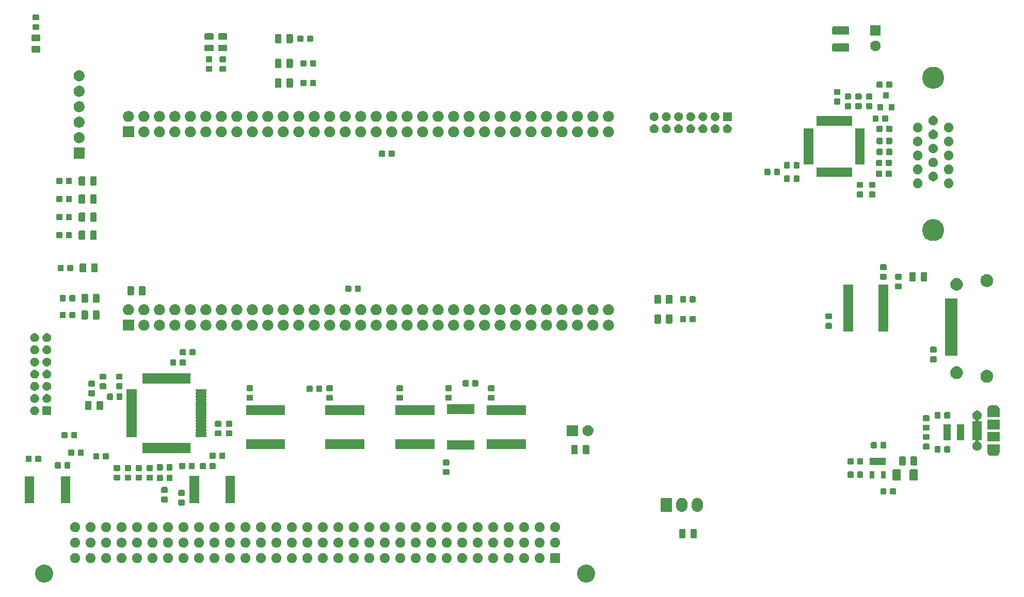
<source format=gbr>
G04 #@! TF.GenerationSoftware,KiCad,Pcbnew,5.0.2+dfsg1-1~bpo9+1*
G04 #@! TF.CreationDate,2022-01-29T10:57:36+01:00*
G04 #@! TF.ProjectId,nubus-to-ztex,6e756275-732d-4746-9f2d-7a7465782e6b,rev?*
G04 #@! TF.SameCoordinates,Original*
G04 #@! TF.FileFunction,Soldermask,Top*
G04 #@! TF.FilePolarity,Negative*
%FSLAX46Y46*%
G04 Gerber Fmt 4.6, Leading zero omitted, Abs format (unit mm)*
G04 Created by KiCad (PCBNEW 5.0.2+dfsg1-1~bpo9+1) date Sat Jan 29 10:57:36 2022*
%MOMM*%
%LPD*%
G01*
G04 APERTURE LIST*
%ADD10C,0.100000*%
G04 APERTURE END LIST*
D10*
G36*
X205510531Y-101120721D02*
X205779149Y-101231986D01*
X206020898Y-101393518D01*
X206226482Y-101599102D01*
X206388014Y-101840851D01*
X206499279Y-102109469D01*
X206556000Y-102394625D01*
X206556000Y-102685375D01*
X206499279Y-102970531D01*
X206388014Y-103239149D01*
X206226482Y-103480898D01*
X206020898Y-103686482D01*
X205779149Y-103848014D01*
X205510531Y-103959279D01*
X205225375Y-104016000D01*
X204934625Y-104016000D01*
X204649469Y-103959279D01*
X204380851Y-103848014D01*
X204139102Y-103686482D01*
X203933518Y-103480898D01*
X203771986Y-103239149D01*
X203660721Y-102970531D01*
X203604000Y-102685375D01*
X203604000Y-102394625D01*
X203660721Y-102109469D01*
X203771986Y-101840851D01*
X203933518Y-101599102D01*
X204139102Y-101393518D01*
X204380851Y-101231986D01*
X204649469Y-101120721D01*
X204934625Y-101064000D01*
X205225375Y-101064000D01*
X205510531Y-101120721D01*
X205510531Y-101120721D01*
G37*
G36*
X116610531Y-101120721D02*
X116879149Y-101231986D01*
X117120898Y-101393518D01*
X117326482Y-101599102D01*
X117488014Y-101840851D01*
X117599279Y-102109469D01*
X117656000Y-102394625D01*
X117656000Y-102685375D01*
X117599279Y-102970531D01*
X117488014Y-103239149D01*
X117326482Y-103480898D01*
X117120898Y-103686482D01*
X116879149Y-103848014D01*
X116610531Y-103959279D01*
X116325375Y-104016000D01*
X116034625Y-104016000D01*
X115749469Y-103959279D01*
X115480851Y-103848014D01*
X115239102Y-103686482D01*
X115033518Y-103480898D01*
X114871986Y-103239149D01*
X114760721Y-102970531D01*
X114704000Y-102685375D01*
X114704000Y-102394625D01*
X114760721Y-102109469D01*
X114871986Y-101840851D01*
X115033518Y-101599102D01*
X115239102Y-101393518D01*
X115480851Y-101231986D01*
X115749469Y-101120721D01*
X116034625Y-101064000D01*
X116325375Y-101064000D01*
X116610531Y-101120721D01*
X116610531Y-101120721D01*
G37*
G36*
X185000935Y-99205742D02*
X185151258Y-99268008D01*
X185286545Y-99358404D01*
X185401596Y-99473455D01*
X185491992Y-99608742D01*
X185554258Y-99759065D01*
X185586000Y-99918646D01*
X185586000Y-100081354D01*
X185554258Y-100240935D01*
X185491992Y-100391258D01*
X185401596Y-100526545D01*
X185286545Y-100641596D01*
X185151258Y-100731992D01*
X185000935Y-100794258D01*
X184841354Y-100826000D01*
X184678646Y-100826000D01*
X184519065Y-100794258D01*
X184368742Y-100731992D01*
X184233455Y-100641596D01*
X184118404Y-100526545D01*
X184028008Y-100391258D01*
X183965742Y-100240935D01*
X183934000Y-100081354D01*
X183934000Y-99918646D01*
X183965742Y-99759065D01*
X184028008Y-99608742D01*
X184118404Y-99473455D01*
X184233455Y-99358404D01*
X184368742Y-99268008D01*
X184519065Y-99205742D01*
X184678646Y-99174000D01*
X184841354Y-99174000D01*
X185000935Y-99205742D01*
X185000935Y-99205742D01*
G37*
G36*
X164680935Y-99205742D02*
X164831258Y-99268008D01*
X164966545Y-99358404D01*
X165081596Y-99473455D01*
X165171992Y-99608742D01*
X165234258Y-99759065D01*
X165266000Y-99918646D01*
X165266000Y-100081354D01*
X165234258Y-100240935D01*
X165171992Y-100391258D01*
X165081596Y-100526545D01*
X164966545Y-100641596D01*
X164831258Y-100731992D01*
X164680935Y-100794258D01*
X164521354Y-100826000D01*
X164358646Y-100826000D01*
X164199065Y-100794258D01*
X164048742Y-100731992D01*
X163913455Y-100641596D01*
X163798404Y-100526545D01*
X163708008Y-100391258D01*
X163645742Y-100240935D01*
X163614000Y-100081354D01*
X163614000Y-99918646D01*
X163645742Y-99759065D01*
X163708008Y-99608742D01*
X163798404Y-99473455D01*
X163913455Y-99358404D01*
X164048742Y-99268008D01*
X164199065Y-99205742D01*
X164358646Y-99174000D01*
X164521354Y-99174000D01*
X164680935Y-99205742D01*
X164680935Y-99205742D01*
G37*
G36*
X167220935Y-99205742D02*
X167371258Y-99268008D01*
X167506545Y-99358404D01*
X167621596Y-99473455D01*
X167711992Y-99608742D01*
X167774258Y-99759065D01*
X167806000Y-99918646D01*
X167806000Y-100081354D01*
X167774258Y-100240935D01*
X167711992Y-100391258D01*
X167621596Y-100526545D01*
X167506545Y-100641596D01*
X167371258Y-100731992D01*
X167220935Y-100794258D01*
X167061354Y-100826000D01*
X166898646Y-100826000D01*
X166739065Y-100794258D01*
X166588742Y-100731992D01*
X166453455Y-100641596D01*
X166338404Y-100526545D01*
X166248008Y-100391258D01*
X166185742Y-100240935D01*
X166154000Y-100081354D01*
X166154000Y-99918646D01*
X166185742Y-99759065D01*
X166248008Y-99608742D01*
X166338404Y-99473455D01*
X166453455Y-99358404D01*
X166588742Y-99268008D01*
X166739065Y-99205742D01*
X166898646Y-99174000D01*
X167061354Y-99174000D01*
X167220935Y-99205742D01*
X167220935Y-99205742D01*
G37*
G36*
X169760935Y-99205742D02*
X169911258Y-99268008D01*
X170046545Y-99358404D01*
X170161596Y-99473455D01*
X170251992Y-99608742D01*
X170314258Y-99759065D01*
X170346000Y-99918646D01*
X170346000Y-100081354D01*
X170314258Y-100240935D01*
X170251992Y-100391258D01*
X170161596Y-100526545D01*
X170046545Y-100641596D01*
X169911258Y-100731992D01*
X169760935Y-100794258D01*
X169601354Y-100826000D01*
X169438646Y-100826000D01*
X169279065Y-100794258D01*
X169128742Y-100731992D01*
X168993455Y-100641596D01*
X168878404Y-100526545D01*
X168788008Y-100391258D01*
X168725742Y-100240935D01*
X168694000Y-100081354D01*
X168694000Y-99918646D01*
X168725742Y-99759065D01*
X168788008Y-99608742D01*
X168878404Y-99473455D01*
X168993455Y-99358404D01*
X169128742Y-99268008D01*
X169279065Y-99205742D01*
X169438646Y-99174000D01*
X169601354Y-99174000D01*
X169760935Y-99205742D01*
X169760935Y-99205742D01*
G37*
G36*
X172300935Y-99205742D02*
X172451258Y-99268008D01*
X172586545Y-99358404D01*
X172701596Y-99473455D01*
X172791992Y-99608742D01*
X172854258Y-99759065D01*
X172886000Y-99918646D01*
X172886000Y-100081354D01*
X172854258Y-100240935D01*
X172791992Y-100391258D01*
X172701596Y-100526545D01*
X172586545Y-100641596D01*
X172451258Y-100731992D01*
X172300935Y-100794258D01*
X172141354Y-100826000D01*
X171978646Y-100826000D01*
X171819065Y-100794258D01*
X171668742Y-100731992D01*
X171533455Y-100641596D01*
X171418404Y-100526545D01*
X171328008Y-100391258D01*
X171265742Y-100240935D01*
X171234000Y-100081354D01*
X171234000Y-99918646D01*
X171265742Y-99759065D01*
X171328008Y-99608742D01*
X171418404Y-99473455D01*
X171533455Y-99358404D01*
X171668742Y-99268008D01*
X171819065Y-99205742D01*
X171978646Y-99174000D01*
X172141354Y-99174000D01*
X172300935Y-99205742D01*
X172300935Y-99205742D01*
G37*
G36*
X174840935Y-99205742D02*
X174991258Y-99268008D01*
X175126545Y-99358404D01*
X175241596Y-99473455D01*
X175331992Y-99608742D01*
X175394258Y-99759065D01*
X175426000Y-99918646D01*
X175426000Y-100081354D01*
X175394258Y-100240935D01*
X175331992Y-100391258D01*
X175241596Y-100526545D01*
X175126545Y-100641596D01*
X174991258Y-100731992D01*
X174840935Y-100794258D01*
X174681354Y-100826000D01*
X174518646Y-100826000D01*
X174359065Y-100794258D01*
X174208742Y-100731992D01*
X174073455Y-100641596D01*
X173958404Y-100526545D01*
X173868008Y-100391258D01*
X173805742Y-100240935D01*
X173774000Y-100081354D01*
X173774000Y-99918646D01*
X173805742Y-99759065D01*
X173868008Y-99608742D01*
X173958404Y-99473455D01*
X174073455Y-99358404D01*
X174208742Y-99268008D01*
X174359065Y-99205742D01*
X174518646Y-99174000D01*
X174681354Y-99174000D01*
X174840935Y-99205742D01*
X174840935Y-99205742D01*
G37*
G36*
X177380935Y-99205742D02*
X177531258Y-99268008D01*
X177666545Y-99358404D01*
X177781596Y-99473455D01*
X177871992Y-99608742D01*
X177934258Y-99759065D01*
X177966000Y-99918646D01*
X177966000Y-100081354D01*
X177934258Y-100240935D01*
X177871992Y-100391258D01*
X177781596Y-100526545D01*
X177666545Y-100641596D01*
X177531258Y-100731992D01*
X177380935Y-100794258D01*
X177221354Y-100826000D01*
X177058646Y-100826000D01*
X176899065Y-100794258D01*
X176748742Y-100731992D01*
X176613455Y-100641596D01*
X176498404Y-100526545D01*
X176408008Y-100391258D01*
X176345742Y-100240935D01*
X176314000Y-100081354D01*
X176314000Y-99918646D01*
X176345742Y-99759065D01*
X176408008Y-99608742D01*
X176498404Y-99473455D01*
X176613455Y-99358404D01*
X176748742Y-99268008D01*
X176899065Y-99205742D01*
X177058646Y-99174000D01*
X177221354Y-99174000D01*
X177380935Y-99205742D01*
X177380935Y-99205742D01*
G37*
G36*
X179920935Y-99205742D02*
X180071258Y-99268008D01*
X180206545Y-99358404D01*
X180321596Y-99473455D01*
X180411992Y-99608742D01*
X180474258Y-99759065D01*
X180506000Y-99918646D01*
X180506000Y-100081354D01*
X180474258Y-100240935D01*
X180411992Y-100391258D01*
X180321596Y-100526545D01*
X180206545Y-100641596D01*
X180071258Y-100731992D01*
X179920935Y-100794258D01*
X179761354Y-100826000D01*
X179598646Y-100826000D01*
X179439065Y-100794258D01*
X179288742Y-100731992D01*
X179153455Y-100641596D01*
X179038404Y-100526545D01*
X178948008Y-100391258D01*
X178885742Y-100240935D01*
X178854000Y-100081354D01*
X178854000Y-99918646D01*
X178885742Y-99759065D01*
X178948008Y-99608742D01*
X179038404Y-99473455D01*
X179153455Y-99358404D01*
X179288742Y-99268008D01*
X179439065Y-99205742D01*
X179598646Y-99174000D01*
X179761354Y-99174000D01*
X179920935Y-99205742D01*
X179920935Y-99205742D01*
G37*
G36*
X182460935Y-99205742D02*
X182611258Y-99268008D01*
X182746545Y-99358404D01*
X182861596Y-99473455D01*
X182951992Y-99608742D01*
X183014258Y-99759065D01*
X183046000Y-99918646D01*
X183046000Y-100081354D01*
X183014258Y-100240935D01*
X182951992Y-100391258D01*
X182861596Y-100526545D01*
X182746545Y-100641596D01*
X182611258Y-100731992D01*
X182460935Y-100794258D01*
X182301354Y-100826000D01*
X182138646Y-100826000D01*
X181979065Y-100794258D01*
X181828742Y-100731992D01*
X181693455Y-100641596D01*
X181578404Y-100526545D01*
X181488008Y-100391258D01*
X181425742Y-100240935D01*
X181394000Y-100081354D01*
X181394000Y-99918646D01*
X181425742Y-99759065D01*
X181488008Y-99608742D01*
X181578404Y-99473455D01*
X181693455Y-99358404D01*
X181828742Y-99268008D01*
X181979065Y-99205742D01*
X182138646Y-99174000D01*
X182301354Y-99174000D01*
X182460935Y-99205742D01*
X182460935Y-99205742D01*
G37*
G36*
X121500935Y-99205742D02*
X121651258Y-99268008D01*
X121786545Y-99358404D01*
X121901596Y-99473455D01*
X121991992Y-99608742D01*
X122054258Y-99759065D01*
X122086000Y-99918646D01*
X122086000Y-100081354D01*
X122054258Y-100240935D01*
X121991992Y-100391258D01*
X121901596Y-100526545D01*
X121786545Y-100641596D01*
X121651258Y-100731992D01*
X121500935Y-100794258D01*
X121341354Y-100826000D01*
X121178646Y-100826000D01*
X121019065Y-100794258D01*
X120868742Y-100731992D01*
X120733455Y-100641596D01*
X120618404Y-100526545D01*
X120528008Y-100391258D01*
X120465742Y-100240935D01*
X120434000Y-100081354D01*
X120434000Y-99918646D01*
X120465742Y-99759065D01*
X120528008Y-99608742D01*
X120618404Y-99473455D01*
X120733455Y-99358404D01*
X120868742Y-99268008D01*
X121019065Y-99205742D01*
X121178646Y-99174000D01*
X121341354Y-99174000D01*
X121500935Y-99205742D01*
X121500935Y-99205742D01*
G37*
G36*
X187540935Y-99205742D02*
X187691258Y-99268008D01*
X187826545Y-99358404D01*
X187941596Y-99473455D01*
X188031992Y-99608742D01*
X188094258Y-99759065D01*
X188126000Y-99918646D01*
X188126000Y-100081354D01*
X188094258Y-100240935D01*
X188031992Y-100391258D01*
X187941596Y-100526545D01*
X187826545Y-100641596D01*
X187691258Y-100731992D01*
X187540935Y-100794258D01*
X187381354Y-100826000D01*
X187218646Y-100826000D01*
X187059065Y-100794258D01*
X186908742Y-100731992D01*
X186773455Y-100641596D01*
X186658404Y-100526545D01*
X186568008Y-100391258D01*
X186505742Y-100240935D01*
X186474000Y-100081354D01*
X186474000Y-99918646D01*
X186505742Y-99759065D01*
X186568008Y-99608742D01*
X186658404Y-99473455D01*
X186773455Y-99358404D01*
X186908742Y-99268008D01*
X187059065Y-99205742D01*
X187218646Y-99174000D01*
X187381354Y-99174000D01*
X187540935Y-99205742D01*
X187540935Y-99205742D01*
G37*
G36*
X190080935Y-99205742D02*
X190231258Y-99268008D01*
X190366545Y-99358404D01*
X190481596Y-99473455D01*
X190571992Y-99608742D01*
X190634258Y-99759065D01*
X190666000Y-99918646D01*
X190666000Y-100081354D01*
X190634258Y-100240935D01*
X190571992Y-100391258D01*
X190481596Y-100526545D01*
X190366545Y-100641596D01*
X190231258Y-100731992D01*
X190080935Y-100794258D01*
X189921354Y-100826000D01*
X189758646Y-100826000D01*
X189599065Y-100794258D01*
X189448742Y-100731992D01*
X189313455Y-100641596D01*
X189198404Y-100526545D01*
X189108008Y-100391258D01*
X189045742Y-100240935D01*
X189014000Y-100081354D01*
X189014000Y-99918646D01*
X189045742Y-99759065D01*
X189108008Y-99608742D01*
X189198404Y-99473455D01*
X189313455Y-99358404D01*
X189448742Y-99268008D01*
X189599065Y-99205742D01*
X189758646Y-99174000D01*
X189921354Y-99174000D01*
X190080935Y-99205742D01*
X190080935Y-99205742D01*
G37*
G36*
X192620935Y-99205742D02*
X192771258Y-99268008D01*
X192906545Y-99358404D01*
X193021596Y-99473455D01*
X193111992Y-99608742D01*
X193174258Y-99759065D01*
X193206000Y-99918646D01*
X193206000Y-100081354D01*
X193174258Y-100240935D01*
X193111992Y-100391258D01*
X193021596Y-100526545D01*
X192906545Y-100641596D01*
X192771258Y-100731992D01*
X192620935Y-100794258D01*
X192461354Y-100826000D01*
X192298646Y-100826000D01*
X192139065Y-100794258D01*
X191988742Y-100731992D01*
X191853455Y-100641596D01*
X191738404Y-100526545D01*
X191648008Y-100391258D01*
X191585742Y-100240935D01*
X191554000Y-100081354D01*
X191554000Y-99918646D01*
X191585742Y-99759065D01*
X191648008Y-99608742D01*
X191738404Y-99473455D01*
X191853455Y-99358404D01*
X191988742Y-99268008D01*
X192139065Y-99205742D01*
X192298646Y-99174000D01*
X192461354Y-99174000D01*
X192620935Y-99205742D01*
X192620935Y-99205742D01*
G37*
G36*
X195160935Y-99205742D02*
X195311258Y-99268008D01*
X195446545Y-99358404D01*
X195561596Y-99473455D01*
X195651992Y-99608742D01*
X195714258Y-99759065D01*
X195746000Y-99918646D01*
X195746000Y-100081354D01*
X195714258Y-100240935D01*
X195651992Y-100391258D01*
X195561596Y-100526545D01*
X195446545Y-100641596D01*
X195311258Y-100731992D01*
X195160935Y-100794258D01*
X195001354Y-100826000D01*
X194838646Y-100826000D01*
X194679065Y-100794258D01*
X194528742Y-100731992D01*
X194393455Y-100641596D01*
X194278404Y-100526545D01*
X194188008Y-100391258D01*
X194125742Y-100240935D01*
X194094000Y-100081354D01*
X194094000Y-99918646D01*
X194125742Y-99759065D01*
X194188008Y-99608742D01*
X194278404Y-99473455D01*
X194393455Y-99358404D01*
X194528742Y-99268008D01*
X194679065Y-99205742D01*
X194838646Y-99174000D01*
X195001354Y-99174000D01*
X195160935Y-99205742D01*
X195160935Y-99205742D01*
G37*
G36*
X197700935Y-99205742D02*
X197851258Y-99268008D01*
X197986545Y-99358404D01*
X198101596Y-99473455D01*
X198191992Y-99608742D01*
X198254258Y-99759065D01*
X198286000Y-99918646D01*
X198286000Y-100081354D01*
X198254258Y-100240935D01*
X198191992Y-100391258D01*
X198101596Y-100526545D01*
X197986545Y-100641596D01*
X197851258Y-100731992D01*
X197700935Y-100794258D01*
X197541354Y-100826000D01*
X197378646Y-100826000D01*
X197219065Y-100794258D01*
X197068742Y-100731992D01*
X196933455Y-100641596D01*
X196818404Y-100526545D01*
X196728008Y-100391258D01*
X196665742Y-100240935D01*
X196634000Y-100081354D01*
X196634000Y-99918646D01*
X196665742Y-99759065D01*
X196728008Y-99608742D01*
X196818404Y-99473455D01*
X196933455Y-99358404D01*
X197068742Y-99268008D01*
X197219065Y-99205742D01*
X197378646Y-99174000D01*
X197541354Y-99174000D01*
X197700935Y-99205742D01*
X197700935Y-99205742D01*
G37*
G36*
X200679569Y-99178086D02*
X200713558Y-99188396D01*
X200744880Y-99205138D01*
X200772332Y-99227668D01*
X200794862Y-99255120D01*
X200811604Y-99286442D01*
X200821914Y-99320431D01*
X200826000Y-99361914D01*
X200826000Y-100638086D01*
X200821914Y-100679569D01*
X200811604Y-100713558D01*
X200794862Y-100744880D01*
X200772332Y-100772332D01*
X200744880Y-100794862D01*
X200713558Y-100811604D01*
X200679569Y-100821914D01*
X200638086Y-100826000D01*
X199361914Y-100826000D01*
X199320431Y-100821914D01*
X199286442Y-100811604D01*
X199255120Y-100794862D01*
X199227668Y-100772332D01*
X199205138Y-100744880D01*
X199188396Y-100713558D01*
X199178086Y-100679569D01*
X199174000Y-100638086D01*
X199174000Y-99361914D01*
X199178086Y-99320431D01*
X199188396Y-99286442D01*
X199205138Y-99255120D01*
X199227668Y-99227668D01*
X199255120Y-99205138D01*
X199286442Y-99188396D01*
X199320431Y-99178086D01*
X199361914Y-99174000D01*
X200638086Y-99174000D01*
X200679569Y-99178086D01*
X200679569Y-99178086D01*
G37*
G36*
X159600935Y-99205742D02*
X159751258Y-99268008D01*
X159886545Y-99358404D01*
X160001596Y-99473455D01*
X160091992Y-99608742D01*
X160154258Y-99759065D01*
X160186000Y-99918646D01*
X160186000Y-100081354D01*
X160154258Y-100240935D01*
X160091992Y-100391258D01*
X160001596Y-100526545D01*
X159886545Y-100641596D01*
X159751258Y-100731992D01*
X159600935Y-100794258D01*
X159441354Y-100826000D01*
X159278646Y-100826000D01*
X159119065Y-100794258D01*
X158968742Y-100731992D01*
X158833455Y-100641596D01*
X158718404Y-100526545D01*
X158628008Y-100391258D01*
X158565742Y-100240935D01*
X158534000Y-100081354D01*
X158534000Y-99918646D01*
X158565742Y-99759065D01*
X158628008Y-99608742D01*
X158718404Y-99473455D01*
X158833455Y-99358404D01*
X158968742Y-99268008D01*
X159119065Y-99205742D01*
X159278646Y-99174000D01*
X159441354Y-99174000D01*
X159600935Y-99205742D01*
X159600935Y-99205742D01*
G37*
G36*
X126580935Y-99205742D02*
X126731258Y-99268008D01*
X126866545Y-99358404D01*
X126981596Y-99473455D01*
X127071992Y-99608742D01*
X127134258Y-99759065D01*
X127166000Y-99918646D01*
X127166000Y-100081354D01*
X127134258Y-100240935D01*
X127071992Y-100391258D01*
X126981596Y-100526545D01*
X126866545Y-100641596D01*
X126731258Y-100731992D01*
X126580935Y-100794258D01*
X126421354Y-100826000D01*
X126258646Y-100826000D01*
X126099065Y-100794258D01*
X125948742Y-100731992D01*
X125813455Y-100641596D01*
X125698404Y-100526545D01*
X125608008Y-100391258D01*
X125545742Y-100240935D01*
X125514000Y-100081354D01*
X125514000Y-99918646D01*
X125545742Y-99759065D01*
X125608008Y-99608742D01*
X125698404Y-99473455D01*
X125813455Y-99358404D01*
X125948742Y-99268008D01*
X126099065Y-99205742D01*
X126258646Y-99174000D01*
X126421354Y-99174000D01*
X126580935Y-99205742D01*
X126580935Y-99205742D01*
G37*
G36*
X162140935Y-99205742D02*
X162291258Y-99268008D01*
X162426545Y-99358404D01*
X162541596Y-99473455D01*
X162631992Y-99608742D01*
X162694258Y-99759065D01*
X162726000Y-99918646D01*
X162726000Y-100081354D01*
X162694258Y-100240935D01*
X162631992Y-100391258D01*
X162541596Y-100526545D01*
X162426545Y-100641596D01*
X162291258Y-100731992D01*
X162140935Y-100794258D01*
X161981354Y-100826000D01*
X161818646Y-100826000D01*
X161659065Y-100794258D01*
X161508742Y-100731992D01*
X161373455Y-100641596D01*
X161258404Y-100526545D01*
X161168008Y-100391258D01*
X161105742Y-100240935D01*
X161074000Y-100081354D01*
X161074000Y-99918646D01*
X161105742Y-99759065D01*
X161168008Y-99608742D01*
X161258404Y-99473455D01*
X161373455Y-99358404D01*
X161508742Y-99268008D01*
X161659065Y-99205742D01*
X161818646Y-99174000D01*
X161981354Y-99174000D01*
X162140935Y-99205742D01*
X162140935Y-99205742D01*
G37*
G36*
X157060935Y-99205742D02*
X157211258Y-99268008D01*
X157346545Y-99358404D01*
X157461596Y-99473455D01*
X157551992Y-99608742D01*
X157614258Y-99759065D01*
X157646000Y-99918646D01*
X157646000Y-100081354D01*
X157614258Y-100240935D01*
X157551992Y-100391258D01*
X157461596Y-100526545D01*
X157346545Y-100641596D01*
X157211258Y-100731992D01*
X157060935Y-100794258D01*
X156901354Y-100826000D01*
X156738646Y-100826000D01*
X156579065Y-100794258D01*
X156428742Y-100731992D01*
X156293455Y-100641596D01*
X156178404Y-100526545D01*
X156088008Y-100391258D01*
X156025742Y-100240935D01*
X155994000Y-100081354D01*
X155994000Y-99918646D01*
X156025742Y-99759065D01*
X156088008Y-99608742D01*
X156178404Y-99473455D01*
X156293455Y-99358404D01*
X156428742Y-99268008D01*
X156579065Y-99205742D01*
X156738646Y-99174000D01*
X156901354Y-99174000D01*
X157060935Y-99205742D01*
X157060935Y-99205742D01*
G37*
G36*
X154520935Y-99205742D02*
X154671258Y-99268008D01*
X154806545Y-99358404D01*
X154921596Y-99473455D01*
X155011992Y-99608742D01*
X155074258Y-99759065D01*
X155106000Y-99918646D01*
X155106000Y-100081354D01*
X155074258Y-100240935D01*
X155011992Y-100391258D01*
X154921596Y-100526545D01*
X154806545Y-100641596D01*
X154671258Y-100731992D01*
X154520935Y-100794258D01*
X154361354Y-100826000D01*
X154198646Y-100826000D01*
X154039065Y-100794258D01*
X153888742Y-100731992D01*
X153753455Y-100641596D01*
X153638404Y-100526545D01*
X153548008Y-100391258D01*
X153485742Y-100240935D01*
X153454000Y-100081354D01*
X153454000Y-99918646D01*
X153485742Y-99759065D01*
X153548008Y-99608742D01*
X153638404Y-99473455D01*
X153753455Y-99358404D01*
X153888742Y-99268008D01*
X154039065Y-99205742D01*
X154198646Y-99174000D01*
X154361354Y-99174000D01*
X154520935Y-99205742D01*
X154520935Y-99205742D01*
G37*
G36*
X151980935Y-99205742D02*
X152131258Y-99268008D01*
X152266545Y-99358404D01*
X152381596Y-99473455D01*
X152471992Y-99608742D01*
X152534258Y-99759065D01*
X152566000Y-99918646D01*
X152566000Y-100081354D01*
X152534258Y-100240935D01*
X152471992Y-100391258D01*
X152381596Y-100526545D01*
X152266545Y-100641596D01*
X152131258Y-100731992D01*
X151980935Y-100794258D01*
X151821354Y-100826000D01*
X151658646Y-100826000D01*
X151499065Y-100794258D01*
X151348742Y-100731992D01*
X151213455Y-100641596D01*
X151098404Y-100526545D01*
X151008008Y-100391258D01*
X150945742Y-100240935D01*
X150914000Y-100081354D01*
X150914000Y-99918646D01*
X150945742Y-99759065D01*
X151008008Y-99608742D01*
X151098404Y-99473455D01*
X151213455Y-99358404D01*
X151348742Y-99268008D01*
X151499065Y-99205742D01*
X151658646Y-99174000D01*
X151821354Y-99174000D01*
X151980935Y-99205742D01*
X151980935Y-99205742D01*
G37*
G36*
X149440935Y-99205742D02*
X149591258Y-99268008D01*
X149726545Y-99358404D01*
X149841596Y-99473455D01*
X149931992Y-99608742D01*
X149994258Y-99759065D01*
X150026000Y-99918646D01*
X150026000Y-100081354D01*
X149994258Y-100240935D01*
X149931992Y-100391258D01*
X149841596Y-100526545D01*
X149726545Y-100641596D01*
X149591258Y-100731992D01*
X149440935Y-100794258D01*
X149281354Y-100826000D01*
X149118646Y-100826000D01*
X148959065Y-100794258D01*
X148808742Y-100731992D01*
X148673455Y-100641596D01*
X148558404Y-100526545D01*
X148468008Y-100391258D01*
X148405742Y-100240935D01*
X148374000Y-100081354D01*
X148374000Y-99918646D01*
X148405742Y-99759065D01*
X148468008Y-99608742D01*
X148558404Y-99473455D01*
X148673455Y-99358404D01*
X148808742Y-99268008D01*
X148959065Y-99205742D01*
X149118646Y-99174000D01*
X149281354Y-99174000D01*
X149440935Y-99205742D01*
X149440935Y-99205742D01*
G37*
G36*
X146900935Y-99205742D02*
X147051258Y-99268008D01*
X147186545Y-99358404D01*
X147301596Y-99473455D01*
X147391992Y-99608742D01*
X147454258Y-99759065D01*
X147486000Y-99918646D01*
X147486000Y-100081354D01*
X147454258Y-100240935D01*
X147391992Y-100391258D01*
X147301596Y-100526545D01*
X147186545Y-100641596D01*
X147051258Y-100731992D01*
X146900935Y-100794258D01*
X146741354Y-100826000D01*
X146578646Y-100826000D01*
X146419065Y-100794258D01*
X146268742Y-100731992D01*
X146133455Y-100641596D01*
X146018404Y-100526545D01*
X145928008Y-100391258D01*
X145865742Y-100240935D01*
X145834000Y-100081354D01*
X145834000Y-99918646D01*
X145865742Y-99759065D01*
X145928008Y-99608742D01*
X146018404Y-99473455D01*
X146133455Y-99358404D01*
X146268742Y-99268008D01*
X146419065Y-99205742D01*
X146578646Y-99174000D01*
X146741354Y-99174000D01*
X146900935Y-99205742D01*
X146900935Y-99205742D01*
G37*
G36*
X144360935Y-99205742D02*
X144511258Y-99268008D01*
X144646545Y-99358404D01*
X144761596Y-99473455D01*
X144851992Y-99608742D01*
X144914258Y-99759065D01*
X144946000Y-99918646D01*
X144946000Y-100081354D01*
X144914258Y-100240935D01*
X144851992Y-100391258D01*
X144761596Y-100526545D01*
X144646545Y-100641596D01*
X144511258Y-100731992D01*
X144360935Y-100794258D01*
X144201354Y-100826000D01*
X144038646Y-100826000D01*
X143879065Y-100794258D01*
X143728742Y-100731992D01*
X143593455Y-100641596D01*
X143478404Y-100526545D01*
X143388008Y-100391258D01*
X143325742Y-100240935D01*
X143294000Y-100081354D01*
X143294000Y-99918646D01*
X143325742Y-99759065D01*
X143388008Y-99608742D01*
X143478404Y-99473455D01*
X143593455Y-99358404D01*
X143728742Y-99268008D01*
X143879065Y-99205742D01*
X144038646Y-99174000D01*
X144201354Y-99174000D01*
X144360935Y-99205742D01*
X144360935Y-99205742D01*
G37*
G36*
X139280935Y-99205742D02*
X139431258Y-99268008D01*
X139566545Y-99358404D01*
X139681596Y-99473455D01*
X139771992Y-99608742D01*
X139834258Y-99759065D01*
X139866000Y-99918646D01*
X139866000Y-100081354D01*
X139834258Y-100240935D01*
X139771992Y-100391258D01*
X139681596Y-100526545D01*
X139566545Y-100641596D01*
X139431258Y-100731992D01*
X139280935Y-100794258D01*
X139121354Y-100826000D01*
X138958646Y-100826000D01*
X138799065Y-100794258D01*
X138648742Y-100731992D01*
X138513455Y-100641596D01*
X138398404Y-100526545D01*
X138308008Y-100391258D01*
X138245742Y-100240935D01*
X138214000Y-100081354D01*
X138214000Y-99918646D01*
X138245742Y-99759065D01*
X138308008Y-99608742D01*
X138398404Y-99473455D01*
X138513455Y-99358404D01*
X138648742Y-99268008D01*
X138799065Y-99205742D01*
X138958646Y-99174000D01*
X139121354Y-99174000D01*
X139280935Y-99205742D01*
X139280935Y-99205742D01*
G37*
G36*
X136740935Y-99205742D02*
X136891258Y-99268008D01*
X137026545Y-99358404D01*
X137141596Y-99473455D01*
X137231992Y-99608742D01*
X137294258Y-99759065D01*
X137326000Y-99918646D01*
X137326000Y-100081354D01*
X137294258Y-100240935D01*
X137231992Y-100391258D01*
X137141596Y-100526545D01*
X137026545Y-100641596D01*
X136891258Y-100731992D01*
X136740935Y-100794258D01*
X136581354Y-100826000D01*
X136418646Y-100826000D01*
X136259065Y-100794258D01*
X136108742Y-100731992D01*
X135973455Y-100641596D01*
X135858404Y-100526545D01*
X135768008Y-100391258D01*
X135705742Y-100240935D01*
X135674000Y-100081354D01*
X135674000Y-99918646D01*
X135705742Y-99759065D01*
X135768008Y-99608742D01*
X135858404Y-99473455D01*
X135973455Y-99358404D01*
X136108742Y-99268008D01*
X136259065Y-99205742D01*
X136418646Y-99174000D01*
X136581354Y-99174000D01*
X136740935Y-99205742D01*
X136740935Y-99205742D01*
G37*
G36*
X134200935Y-99205742D02*
X134351258Y-99268008D01*
X134486545Y-99358404D01*
X134601596Y-99473455D01*
X134691992Y-99608742D01*
X134754258Y-99759065D01*
X134786000Y-99918646D01*
X134786000Y-100081354D01*
X134754258Y-100240935D01*
X134691992Y-100391258D01*
X134601596Y-100526545D01*
X134486545Y-100641596D01*
X134351258Y-100731992D01*
X134200935Y-100794258D01*
X134041354Y-100826000D01*
X133878646Y-100826000D01*
X133719065Y-100794258D01*
X133568742Y-100731992D01*
X133433455Y-100641596D01*
X133318404Y-100526545D01*
X133228008Y-100391258D01*
X133165742Y-100240935D01*
X133134000Y-100081354D01*
X133134000Y-99918646D01*
X133165742Y-99759065D01*
X133228008Y-99608742D01*
X133318404Y-99473455D01*
X133433455Y-99358404D01*
X133568742Y-99268008D01*
X133719065Y-99205742D01*
X133878646Y-99174000D01*
X134041354Y-99174000D01*
X134200935Y-99205742D01*
X134200935Y-99205742D01*
G37*
G36*
X131660935Y-99205742D02*
X131811258Y-99268008D01*
X131946545Y-99358404D01*
X132061596Y-99473455D01*
X132151992Y-99608742D01*
X132214258Y-99759065D01*
X132246000Y-99918646D01*
X132246000Y-100081354D01*
X132214258Y-100240935D01*
X132151992Y-100391258D01*
X132061596Y-100526545D01*
X131946545Y-100641596D01*
X131811258Y-100731992D01*
X131660935Y-100794258D01*
X131501354Y-100826000D01*
X131338646Y-100826000D01*
X131179065Y-100794258D01*
X131028742Y-100731992D01*
X130893455Y-100641596D01*
X130778404Y-100526545D01*
X130688008Y-100391258D01*
X130625742Y-100240935D01*
X130594000Y-100081354D01*
X130594000Y-99918646D01*
X130625742Y-99759065D01*
X130688008Y-99608742D01*
X130778404Y-99473455D01*
X130893455Y-99358404D01*
X131028742Y-99268008D01*
X131179065Y-99205742D01*
X131338646Y-99174000D01*
X131501354Y-99174000D01*
X131660935Y-99205742D01*
X131660935Y-99205742D01*
G37*
G36*
X129120935Y-99205742D02*
X129271258Y-99268008D01*
X129406545Y-99358404D01*
X129521596Y-99473455D01*
X129611992Y-99608742D01*
X129674258Y-99759065D01*
X129706000Y-99918646D01*
X129706000Y-100081354D01*
X129674258Y-100240935D01*
X129611992Y-100391258D01*
X129521596Y-100526545D01*
X129406545Y-100641596D01*
X129271258Y-100731992D01*
X129120935Y-100794258D01*
X128961354Y-100826000D01*
X128798646Y-100826000D01*
X128639065Y-100794258D01*
X128488742Y-100731992D01*
X128353455Y-100641596D01*
X128238404Y-100526545D01*
X128148008Y-100391258D01*
X128085742Y-100240935D01*
X128054000Y-100081354D01*
X128054000Y-99918646D01*
X128085742Y-99759065D01*
X128148008Y-99608742D01*
X128238404Y-99473455D01*
X128353455Y-99358404D01*
X128488742Y-99268008D01*
X128639065Y-99205742D01*
X128798646Y-99174000D01*
X128961354Y-99174000D01*
X129120935Y-99205742D01*
X129120935Y-99205742D01*
G37*
G36*
X124040935Y-99205742D02*
X124191258Y-99268008D01*
X124326545Y-99358404D01*
X124441596Y-99473455D01*
X124531992Y-99608742D01*
X124594258Y-99759065D01*
X124626000Y-99918646D01*
X124626000Y-100081354D01*
X124594258Y-100240935D01*
X124531992Y-100391258D01*
X124441596Y-100526545D01*
X124326545Y-100641596D01*
X124191258Y-100731992D01*
X124040935Y-100794258D01*
X123881354Y-100826000D01*
X123718646Y-100826000D01*
X123559065Y-100794258D01*
X123408742Y-100731992D01*
X123273455Y-100641596D01*
X123158404Y-100526545D01*
X123068008Y-100391258D01*
X123005742Y-100240935D01*
X122974000Y-100081354D01*
X122974000Y-99918646D01*
X123005742Y-99759065D01*
X123068008Y-99608742D01*
X123158404Y-99473455D01*
X123273455Y-99358404D01*
X123408742Y-99268008D01*
X123559065Y-99205742D01*
X123718646Y-99174000D01*
X123881354Y-99174000D01*
X124040935Y-99205742D01*
X124040935Y-99205742D01*
G37*
G36*
X141820935Y-99205742D02*
X141971258Y-99268008D01*
X142106545Y-99358404D01*
X142221596Y-99473455D01*
X142311992Y-99608742D01*
X142374258Y-99759065D01*
X142406000Y-99918646D01*
X142406000Y-100081354D01*
X142374258Y-100240935D01*
X142311992Y-100391258D01*
X142221596Y-100526545D01*
X142106545Y-100641596D01*
X141971258Y-100731992D01*
X141820935Y-100794258D01*
X141661354Y-100826000D01*
X141498646Y-100826000D01*
X141339065Y-100794258D01*
X141188742Y-100731992D01*
X141053455Y-100641596D01*
X140938404Y-100526545D01*
X140848008Y-100391258D01*
X140785742Y-100240935D01*
X140754000Y-100081354D01*
X140754000Y-99918646D01*
X140785742Y-99759065D01*
X140848008Y-99608742D01*
X140938404Y-99473455D01*
X141053455Y-99358404D01*
X141188742Y-99268008D01*
X141339065Y-99205742D01*
X141498646Y-99174000D01*
X141661354Y-99174000D01*
X141820935Y-99205742D01*
X141820935Y-99205742D01*
G37*
G36*
X192620935Y-96665742D02*
X192771258Y-96728008D01*
X192906545Y-96818404D01*
X193021596Y-96933455D01*
X193111992Y-97068742D01*
X193174258Y-97219065D01*
X193206000Y-97378646D01*
X193206000Y-97541354D01*
X193174258Y-97700935D01*
X193111992Y-97851258D01*
X193021596Y-97986545D01*
X192906545Y-98101596D01*
X192771258Y-98191992D01*
X192620935Y-98254258D01*
X192461354Y-98286000D01*
X192298646Y-98286000D01*
X192139065Y-98254258D01*
X191988742Y-98191992D01*
X191853455Y-98101596D01*
X191738404Y-97986545D01*
X191648008Y-97851258D01*
X191585742Y-97700935D01*
X191554000Y-97541354D01*
X191554000Y-97378646D01*
X191585742Y-97219065D01*
X191648008Y-97068742D01*
X191738404Y-96933455D01*
X191853455Y-96818404D01*
X191988742Y-96728008D01*
X192139065Y-96665742D01*
X192298646Y-96634000D01*
X192461354Y-96634000D01*
X192620935Y-96665742D01*
X192620935Y-96665742D01*
G37*
G36*
X195160935Y-96665742D02*
X195311258Y-96728008D01*
X195446545Y-96818404D01*
X195561596Y-96933455D01*
X195651992Y-97068742D01*
X195714258Y-97219065D01*
X195746000Y-97378646D01*
X195746000Y-97541354D01*
X195714258Y-97700935D01*
X195651992Y-97851258D01*
X195561596Y-97986545D01*
X195446545Y-98101596D01*
X195311258Y-98191992D01*
X195160935Y-98254258D01*
X195001354Y-98286000D01*
X194838646Y-98286000D01*
X194679065Y-98254258D01*
X194528742Y-98191992D01*
X194393455Y-98101596D01*
X194278404Y-97986545D01*
X194188008Y-97851258D01*
X194125742Y-97700935D01*
X194094000Y-97541354D01*
X194094000Y-97378646D01*
X194125742Y-97219065D01*
X194188008Y-97068742D01*
X194278404Y-96933455D01*
X194393455Y-96818404D01*
X194528742Y-96728008D01*
X194679065Y-96665742D01*
X194838646Y-96634000D01*
X195001354Y-96634000D01*
X195160935Y-96665742D01*
X195160935Y-96665742D01*
G37*
G36*
X121500935Y-96665742D02*
X121651258Y-96728008D01*
X121786545Y-96818404D01*
X121901596Y-96933455D01*
X121991992Y-97068742D01*
X122054258Y-97219065D01*
X122086000Y-97378646D01*
X122086000Y-97541354D01*
X122054258Y-97700935D01*
X121991992Y-97851258D01*
X121901596Y-97986545D01*
X121786545Y-98101596D01*
X121651258Y-98191992D01*
X121500935Y-98254258D01*
X121341354Y-98286000D01*
X121178646Y-98286000D01*
X121019065Y-98254258D01*
X120868742Y-98191992D01*
X120733455Y-98101596D01*
X120618404Y-97986545D01*
X120528008Y-97851258D01*
X120465742Y-97700935D01*
X120434000Y-97541354D01*
X120434000Y-97378646D01*
X120465742Y-97219065D01*
X120528008Y-97068742D01*
X120618404Y-96933455D01*
X120733455Y-96818404D01*
X120868742Y-96728008D01*
X121019065Y-96665742D01*
X121178646Y-96634000D01*
X121341354Y-96634000D01*
X121500935Y-96665742D01*
X121500935Y-96665742D01*
G37*
G36*
X185000935Y-96665742D02*
X185151258Y-96728008D01*
X185286545Y-96818404D01*
X185401596Y-96933455D01*
X185491992Y-97068742D01*
X185554258Y-97219065D01*
X185586000Y-97378646D01*
X185586000Y-97541354D01*
X185554258Y-97700935D01*
X185491992Y-97851258D01*
X185401596Y-97986545D01*
X185286545Y-98101596D01*
X185151258Y-98191992D01*
X185000935Y-98254258D01*
X184841354Y-98286000D01*
X184678646Y-98286000D01*
X184519065Y-98254258D01*
X184368742Y-98191992D01*
X184233455Y-98101596D01*
X184118404Y-97986545D01*
X184028008Y-97851258D01*
X183965742Y-97700935D01*
X183934000Y-97541354D01*
X183934000Y-97378646D01*
X183965742Y-97219065D01*
X184028008Y-97068742D01*
X184118404Y-96933455D01*
X184233455Y-96818404D01*
X184368742Y-96728008D01*
X184519065Y-96665742D01*
X184678646Y-96634000D01*
X184841354Y-96634000D01*
X185000935Y-96665742D01*
X185000935Y-96665742D01*
G37*
G36*
X200240935Y-96665742D02*
X200391258Y-96728008D01*
X200526545Y-96818404D01*
X200641596Y-96933455D01*
X200731992Y-97068742D01*
X200794258Y-97219065D01*
X200826000Y-97378646D01*
X200826000Y-97541354D01*
X200794258Y-97700935D01*
X200731992Y-97851258D01*
X200641596Y-97986545D01*
X200526545Y-98101596D01*
X200391258Y-98191992D01*
X200240935Y-98254258D01*
X200081354Y-98286000D01*
X199918646Y-98286000D01*
X199759065Y-98254258D01*
X199608742Y-98191992D01*
X199473455Y-98101596D01*
X199358404Y-97986545D01*
X199268008Y-97851258D01*
X199205742Y-97700935D01*
X199174000Y-97541354D01*
X199174000Y-97378646D01*
X199205742Y-97219065D01*
X199268008Y-97068742D01*
X199358404Y-96933455D01*
X199473455Y-96818404D01*
X199608742Y-96728008D01*
X199759065Y-96665742D01*
X199918646Y-96634000D01*
X200081354Y-96634000D01*
X200240935Y-96665742D01*
X200240935Y-96665742D01*
G37*
G36*
X197700935Y-96665742D02*
X197851258Y-96728008D01*
X197986545Y-96818404D01*
X198101596Y-96933455D01*
X198191992Y-97068742D01*
X198254258Y-97219065D01*
X198286000Y-97378646D01*
X198286000Y-97541354D01*
X198254258Y-97700935D01*
X198191992Y-97851258D01*
X198101596Y-97986545D01*
X197986545Y-98101596D01*
X197851258Y-98191992D01*
X197700935Y-98254258D01*
X197541354Y-98286000D01*
X197378646Y-98286000D01*
X197219065Y-98254258D01*
X197068742Y-98191992D01*
X196933455Y-98101596D01*
X196818404Y-97986545D01*
X196728008Y-97851258D01*
X196665742Y-97700935D01*
X196634000Y-97541354D01*
X196634000Y-97378646D01*
X196665742Y-97219065D01*
X196728008Y-97068742D01*
X196818404Y-96933455D01*
X196933455Y-96818404D01*
X197068742Y-96728008D01*
X197219065Y-96665742D01*
X197378646Y-96634000D01*
X197541354Y-96634000D01*
X197700935Y-96665742D01*
X197700935Y-96665742D01*
G37*
G36*
X190080935Y-96665742D02*
X190231258Y-96728008D01*
X190366545Y-96818404D01*
X190481596Y-96933455D01*
X190571992Y-97068742D01*
X190634258Y-97219065D01*
X190666000Y-97378646D01*
X190666000Y-97541354D01*
X190634258Y-97700935D01*
X190571992Y-97851258D01*
X190481596Y-97986545D01*
X190366545Y-98101596D01*
X190231258Y-98191992D01*
X190080935Y-98254258D01*
X189921354Y-98286000D01*
X189758646Y-98286000D01*
X189599065Y-98254258D01*
X189448742Y-98191992D01*
X189313455Y-98101596D01*
X189198404Y-97986545D01*
X189108008Y-97851258D01*
X189045742Y-97700935D01*
X189014000Y-97541354D01*
X189014000Y-97378646D01*
X189045742Y-97219065D01*
X189108008Y-97068742D01*
X189198404Y-96933455D01*
X189313455Y-96818404D01*
X189448742Y-96728008D01*
X189599065Y-96665742D01*
X189758646Y-96634000D01*
X189921354Y-96634000D01*
X190080935Y-96665742D01*
X190080935Y-96665742D01*
G37*
G36*
X187540935Y-96665742D02*
X187691258Y-96728008D01*
X187826545Y-96818404D01*
X187941596Y-96933455D01*
X188031992Y-97068742D01*
X188094258Y-97219065D01*
X188126000Y-97378646D01*
X188126000Y-97541354D01*
X188094258Y-97700935D01*
X188031992Y-97851258D01*
X187941596Y-97986545D01*
X187826545Y-98101596D01*
X187691258Y-98191992D01*
X187540935Y-98254258D01*
X187381354Y-98286000D01*
X187218646Y-98286000D01*
X187059065Y-98254258D01*
X186908742Y-98191992D01*
X186773455Y-98101596D01*
X186658404Y-97986545D01*
X186568008Y-97851258D01*
X186505742Y-97700935D01*
X186474000Y-97541354D01*
X186474000Y-97378646D01*
X186505742Y-97219065D01*
X186568008Y-97068742D01*
X186658404Y-96933455D01*
X186773455Y-96818404D01*
X186908742Y-96728008D01*
X187059065Y-96665742D01*
X187218646Y-96634000D01*
X187381354Y-96634000D01*
X187540935Y-96665742D01*
X187540935Y-96665742D01*
G37*
G36*
X164680935Y-96665742D02*
X164831258Y-96728008D01*
X164966545Y-96818404D01*
X165081596Y-96933455D01*
X165171992Y-97068742D01*
X165234258Y-97219065D01*
X165266000Y-97378646D01*
X165266000Y-97541354D01*
X165234258Y-97700935D01*
X165171992Y-97851258D01*
X165081596Y-97986545D01*
X164966545Y-98101596D01*
X164831258Y-98191992D01*
X164680935Y-98254258D01*
X164521354Y-98286000D01*
X164358646Y-98286000D01*
X164199065Y-98254258D01*
X164048742Y-98191992D01*
X163913455Y-98101596D01*
X163798404Y-97986545D01*
X163708008Y-97851258D01*
X163645742Y-97700935D01*
X163614000Y-97541354D01*
X163614000Y-97378646D01*
X163645742Y-97219065D01*
X163708008Y-97068742D01*
X163798404Y-96933455D01*
X163913455Y-96818404D01*
X164048742Y-96728008D01*
X164199065Y-96665742D01*
X164358646Y-96634000D01*
X164521354Y-96634000D01*
X164680935Y-96665742D01*
X164680935Y-96665742D01*
G37*
G36*
X182460935Y-96665742D02*
X182611258Y-96728008D01*
X182746545Y-96818404D01*
X182861596Y-96933455D01*
X182951992Y-97068742D01*
X183014258Y-97219065D01*
X183046000Y-97378646D01*
X183046000Y-97541354D01*
X183014258Y-97700935D01*
X182951992Y-97851258D01*
X182861596Y-97986545D01*
X182746545Y-98101596D01*
X182611258Y-98191992D01*
X182460935Y-98254258D01*
X182301354Y-98286000D01*
X182138646Y-98286000D01*
X181979065Y-98254258D01*
X181828742Y-98191992D01*
X181693455Y-98101596D01*
X181578404Y-97986545D01*
X181488008Y-97851258D01*
X181425742Y-97700935D01*
X181394000Y-97541354D01*
X181394000Y-97378646D01*
X181425742Y-97219065D01*
X181488008Y-97068742D01*
X181578404Y-96933455D01*
X181693455Y-96818404D01*
X181828742Y-96728008D01*
X181979065Y-96665742D01*
X182138646Y-96634000D01*
X182301354Y-96634000D01*
X182460935Y-96665742D01*
X182460935Y-96665742D01*
G37*
G36*
X179920935Y-96665742D02*
X180071258Y-96728008D01*
X180206545Y-96818404D01*
X180321596Y-96933455D01*
X180411992Y-97068742D01*
X180474258Y-97219065D01*
X180506000Y-97378646D01*
X180506000Y-97541354D01*
X180474258Y-97700935D01*
X180411992Y-97851258D01*
X180321596Y-97986545D01*
X180206545Y-98101596D01*
X180071258Y-98191992D01*
X179920935Y-98254258D01*
X179761354Y-98286000D01*
X179598646Y-98286000D01*
X179439065Y-98254258D01*
X179288742Y-98191992D01*
X179153455Y-98101596D01*
X179038404Y-97986545D01*
X178948008Y-97851258D01*
X178885742Y-97700935D01*
X178854000Y-97541354D01*
X178854000Y-97378646D01*
X178885742Y-97219065D01*
X178948008Y-97068742D01*
X179038404Y-96933455D01*
X179153455Y-96818404D01*
X179288742Y-96728008D01*
X179439065Y-96665742D01*
X179598646Y-96634000D01*
X179761354Y-96634000D01*
X179920935Y-96665742D01*
X179920935Y-96665742D01*
G37*
G36*
X177380935Y-96665742D02*
X177531258Y-96728008D01*
X177666545Y-96818404D01*
X177781596Y-96933455D01*
X177871992Y-97068742D01*
X177934258Y-97219065D01*
X177966000Y-97378646D01*
X177966000Y-97541354D01*
X177934258Y-97700935D01*
X177871992Y-97851258D01*
X177781596Y-97986545D01*
X177666545Y-98101596D01*
X177531258Y-98191992D01*
X177380935Y-98254258D01*
X177221354Y-98286000D01*
X177058646Y-98286000D01*
X176899065Y-98254258D01*
X176748742Y-98191992D01*
X176613455Y-98101596D01*
X176498404Y-97986545D01*
X176408008Y-97851258D01*
X176345742Y-97700935D01*
X176314000Y-97541354D01*
X176314000Y-97378646D01*
X176345742Y-97219065D01*
X176408008Y-97068742D01*
X176498404Y-96933455D01*
X176613455Y-96818404D01*
X176748742Y-96728008D01*
X176899065Y-96665742D01*
X177058646Y-96634000D01*
X177221354Y-96634000D01*
X177380935Y-96665742D01*
X177380935Y-96665742D01*
G37*
G36*
X174840935Y-96665742D02*
X174991258Y-96728008D01*
X175126545Y-96818404D01*
X175241596Y-96933455D01*
X175331992Y-97068742D01*
X175394258Y-97219065D01*
X175426000Y-97378646D01*
X175426000Y-97541354D01*
X175394258Y-97700935D01*
X175331992Y-97851258D01*
X175241596Y-97986545D01*
X175126545Y-98101596D01*
X174991258Y-98191992D01*
X174840935Y-98254258D01*
X174681354Y-98286000D01*
X174518646Y-98286000D01*
X174359065Y-98254258D01*
X174208742Y-98191992D01*
X174073455Y-98101596D01*
X173958404Y-97986545D01*
X173868008Y-97851258D01*
X173805742Y-97700935D01*
X173774000Y-97541354D01*
X173774000Y-97378646D01*
X173805742Y-97219065D01*
X173868008Y-97068742D01*
X173958404Y-96933455D01*
X174073455Y-96818404D01*
X174208742Y-96728008D01*
X174359065Y-96665742D01*
X174518646Y-96634000D01*
X174681354Y-96634000D01*
X174840935Y-96665742D01*
X174840935Y-96665742D01*
G37*
G36*
X172300935Y-96665742D02*
X172451258Y-96728008D01*
X172586545Y-96818404D01*
X172701596Y-96933455D01*
X172791992Y-97068742D01*
X172854258Y-97219065D01*
X172886000Y-97378646D01*
X172886000Y-97541354D01*
X172854258Y-97700935D01*
X172791992Y-97851258D01*
X172701596Y-97986545D01*
X172586545Y-98101596D01*
X172451258Y-98191992D01*
X172300935Y-98254258D01*
X172141354Y-98286000D01*
X171978646Y-98286000D01*
X171819065Y-98254258D01*
X171668742Y-98191992D01*
X171533455Y-98101596D01*
X171418404Y-97986545D01*
X171328008Y-97851258D01*
X171265742Y-97700935D01*
X171234000Y-97541354D01*
X171234000Y-97378646D01*
X171265742Y-97219065D01*
X171328008Y-97068742D01*
X171418404Y-96933455D01*
X171533455Y-96818404D01*
X171668742Y-96728008D01*
X171819065Y-96665742D01*
X171978646Y-96634000D01*
X172141354Y-96634000D01*
X172300935Y-96665742D01*
X172300935Y-96665742D01*
G37*
G36*
X169760935Y-96665742D02*
X169911258Y-96728008D01*
X170046545Y-96818404D01*
X170161596Y-96933455D01*
X170251992Y-97068742D01*
X170314258Y-97219065D01*
X170346000Y-97378646D01*
X170346000Y-97541354D01*
X170314258Y-97700935D01*
X170251992Y-97851258D01*
X170161596Y-97986545D01*
X170046545Y-98101596D01*
X169911258Y-98191992D01*
X169760935Y-98254258D01*
X169601354Y-98286000D01*
X169438646Y-98286000D01*
X169279065Y-98254258D01*
X169128742Y-98191992D01*
X168993455Y-98101596D01*
X168878404Y-97986545D01*
X168788008Y-97851258D01*
X168725742Y-97700935D01*
X168694000Y-97541354D01*
X168694000Y-97378646D01*
X168725742Y-97219065D01*
X168788008Y-97068742D01*
X168878404Y-96933455D01*
X168993455Y-96818404D01*
X169128742Y-96728008D01*
X169279065Y-96665742D01*
X169438646Y-96634000D01*
X169601354Y-96634000D01*
X169760935Y-96665742D01*
X169760935Y-96665742D01*
G37*
G36*
X167220935Y-96665742D02*
X167371258Y-96728008D01*
X167506545Y-96818404D01*
X167621596Y-96933455D01*
X167711992Y-97068742D01*
X167774258Y-97219065D01*
X167806000Y-97378646D01*
X167806000Y-97541354D01*
X167774258Y-97700935D01*
X167711992Y-97851258D01*
X167621596Y-97986545D01*
X167506545Y-98101596D01*
X167371258Y-98191992D01*
X167220935Y-98254258D01*
X167061354Y-98286000D01*
X166898646Y-98286000D01*
X166739065Y-98254258D01*
X166588742Y-98191992D01*
X166453455Y-98101596D01*
X166338404Y-97986545D01*
X166248008Y-97851258D01*
X166185742Y-97700935D01*
X166154000Y-97541354D01*
X166154000Y-97378646D01*
X166185742Y-97219065D01*
X166248008Y-97068742D01*
X166338404Y-96933455D01*
X166453455Y-96818404D01*
X166588742Y-96728008D01*
X166739065Y-96665742D01*
X166898646Y-96634000D01*
X167061354Y-96634000D01*
X167220935Y-96665742D01*
X167220935Y-96665742D01*
G37*
G36*
X144360935Y-96665742D02*
X144511258Y-96728008D01*
X144646545Y-96818404D01*
X144761596Y-96933455D01*
X144851992Y-97068742D01*
X144914258Y-97219065D01*
X144946000Y-97378646D01*
X144946000Y-97541354D01*
X144914258Y-97700935D01*
X144851992Y-97851258D01*
X144761596Y-97986545D01*
X144646545Y-98101596D01*
X144511258Y-98191992D01*
X144360935Y-98254258D01*
X144201354Y-98286000D01*
X144038646Y-98286000D01*
X143879065Y-98254258D01*
X143728742Y-98191992D01*
X143593455Y-98101596D01*
X143478404Y-97986545D01*
X143388008Y-97851258D01*
X143325742Y-97700935D01*
X143294000Y-97541354D01*
X143294000Y-97378646D01*
X143325742Y-97219065D01*
X143388008Y-97068742D01*
X143478404Y-96933455D01*
X143593455Y-96818404D01*
X143728742Y-96728008D01*
X143879065Y-96665742D01*
X144038646Y-96634000D01*
X144201354Y-96634000D01*
X144360935Y-96665742D01*
X144360935Y-96665742D01*
G37*
G36*
X124040935Y-96665742D02*
X124191258Y-96728008D01*
X124326545Y-96818404D01*
X124441596Y-96933455D01*
X124531992Y-97068742D01*
X124594258Y-97219065D01*
X124626000Y-97378646D01*
X124626000Y-97541354D01*
X124594258Y-97700935D01*
X124531992Y-97851258D01*
X124441596Y-97986545D01*
X124326545Y-98101596D01*
X124191258Y-98191992D01*
X124040935Y-98254258D01*
X123881354Y-98286000D01*
X123718646Y-98286000D01*
X123559065Y-98254258D01*
X123408742Y-98191992D01*
X123273455Y-98101596D01*
X123158404Y-97986545D01*
X123068008Y-97851258D01*
X123005742Y-97700935D01*
X122974000Y-97541354D01*
X122974000Y-97378646D01*
X123005742Y-97219065D01*
X123068008Y-97068742D01*
X123158404Y-96933455D01*
X123273455Y-96818404D01*
X123408742Y-96728008D01*
X123559065Y-96665742D01*
X123718646Y-96634000D01*
X123881354Y-96634000D01*
X124040935Y-96665742D01*
X124040935Y-96665742D01*
G37*
G36*
X162140935Y-96665742D02*
X162291258Y-96728008D01*
X162426545Y-96818404D01*
X162541596Y-96933455D01*
X162631992Y-97068742D01*
X162694258Y-97219065D01*
X162726000Y-97378646D01*
X162726000Y-97541354D01*
X162694258Y-97700935D01*
X162631992Y-97851258D01*
X162541596Y-97986545D01*
X162426545Y-98101596D01*
X162291258Y-98191992D01*
X162140935Y-98254258D01*
X161981354Y-98286000D01*
X161818646Y-98286000D01*
X161659065Y-98254258D01*
X161508742Y-98191992D01*
X161373455Y-98101596D01*
X161258404Y-97986545D01*
X161168008Y-97851258D01*
X161105742Y-97700935D01*
X161074000Y-97541354D01*
X161074000Y-97378646D01*
X161105742Y-97219065D01*
X161168008Y-97068742D01*
X161258404Y-96933455D01*
X161373455Y-96818404D01*
X161508742Y-96728008D01*
X161659065Y-96665742D01*
X161818646Y-96634000D01*
X161981354Y-96634000D01*
X162140935Y-96665742D01*
X162140935Y-96665742D01*
G37*
G36*
X159600935Y-96665742D02*
X159751258Y-96728008D01*
X159886545Y-96818404D01*
X160001596Y-96933455D01*
X160091992Y-97068742D01*
X160154258Y-97219065D01*
X160186000Y-97378646D01*
X160186000Y-97541354D01*
X160154258Y-97700935D01*
X160091992Y-97851258D01*
X160001596Y-97986545D01*
X159886545Y-98101596D01*
X159751258Y-98191992D01*
X159600935Y-98254258D01*
X159441354Y-98286000D01*
X159278646Y-98286000D01*
X159119065Y-98254258D01*
X158968742Y-98191992D01*
X158833455Y-98101596D01*
X158718404Y-97986545D01*
X158628008Y-97851258D01*
X158565742Y-97700935D01*
X158534000Y-97541354D01*
X158534000Y-97378646D01*
X158565742Y-97219065D01*
X158628008Y-97068742D01*
X158718404Y-96933455D01*
X158833455Y-96818404D01*
X158968742Y-96728008D01*
X159119065Y-96665742D01*
X159278646Y-96634000D01*
X159441354Y-96634000D01*
X159600935Y-96665742D01*
X159600935Y-96665742D01*
G37*
G36*
X157060935Y-96665742D02*
X157211258Y-96728008D01*
X157346545Y-96818404D01*
X157461596Y-96933455D01*
X157551992Y-97068742D01*
X157614258Y-97219065D01*
X157646000Y-97378646D01*
X157646000Y-97541354D01*
X157614258Y-97700935D01*
X157551992Y-97851258D01*
X157461596Y-97986545D01*
X157346545Y-98101596D01*
X157211258Y-98191992D01*
X157060935Y-98254258D01*
X156901354Y-98286000D01*
X156738646Y-98286000D01*
X156579065Y-98254258D01*
X156428742Y-98191992D01*
X156293455Y-98101596D01*
X156178404Y-97986545D01*
X156088008Y-97851258D01*
X156025742Y-97700935D01*
X155994000Y-97541354D01*
X155994000Y-97378646D01*
X156025742Y-97219065D01*
X156088008Y-97068742D01*
X156178404Y-96933455D01*
X156293455Y-96818404D01*
X156428742Y-96728008D01*
X156579065Y-96665742D01*
X156738646Y-96634000D01*
X156901354Y-96634000D01*
X157060935Y-96665742D01*
X157060935Y-96665742D01*
G37*
G36*
X154520935Y-96665742D02*
X154671258Y-96728008D01*
X154806545Y-96818404D01*
X154921596Y-96933455D01*
X155011992Y-97068742D01*
X155074258Y-97219065D01*
X155106000Y-97378646D01*
X155106000Y-97541354D01*
X155074258Y-97700935D01*
X155011992Y-97851258D01*
X154921596Y-97986545D01*
X154806545Y-98101596D01*
X154671258Y-98191992D01*
X154520935Y-98254258D01*
X154361354Y-98286000D01*
X154198646Y-98286000D01*
X154039065Y-98254258D01*
X153888742Y-98191992D01*
X153753455Y-98101596D01*
X153638404Y-97986545D01*
X153548008Y-97851258D01*
X153485742Y-97700935D01*
X153454000Y-97541354D01*
X153454000Y-97378646D01*
X153485742Y-97219065D01*
X153548008Y-97068742D01*
X153638404Y-96933455D01*
X153753455Y-96818404D01*
X153888742Y-96728008D01*
X154039065Y-96665742D01*
X154198646Y-96634000D01*
X154361354Y-96634000D01*
X154520935Y-96665742D01*
X154520935Y-96665742D01*
G37*
G36*
X151980935Y-96665742D02*
X152131258Y-96728008D01*
X152266545Y-96818404D01*
X152381596Y-96933455D01*
X152471992Y-97068742D01*
X152534258Y-97219065D01*
X152566000Y-97378646D01*
X152566000Y-97541354D01*
X152534258Y-97700935D01*
X152471992Y-97851258D01*
X152381596Y-97986545D01*
X152266545Y-98101596D01*
X152131258Y-98191992D01*
X151980935Y-98254258D01*
X151821354Y-98286000D01*
X151658646Y-98286000D01*
X151499065Y-98254258D01*
X151348742Y-98191992D01*
X151213455Y-98101596D01*
X151098404Y-97986545D01*
X151008008Y-97851258D01*
X150945742Y-97700935D01*
X150914000Y-97541354D01*
X150914000Y-97378646D01*
X150945742Y-97219065D01*
X151008008Y-97068742D01*
X151098404Y-96933455D01*
X151213455Y-96818404D01*
X151348742Y-96728008D01*
X151499065Y-96665742D01*
X151658646Y-96634000D01*
X151821354Y-96634000D01*
X151980935Y-96665742D01*
X151980935Y-96665742D01*
G37*
G36*
X149440935Y-96665742D02*
X149591258Y-96728008D01*
X149726545Y-96818404D01*
X149841596Y-96933455D01*
X149931992Y-97068742D01*
X149994258Y-97219065D01*
X150026000Y-97378646D01*
X150026000Y-97541354D01*
X149994258Y-97700935D01*
X149931992Y-97851258D01*
X149841596Y-97986545D01*
X149726545Y-98101596D01*
X149591258Y-98191992D01*
X149440935Y-98254258D01*
X149281354Y-98286000D01*
X149118646Y-98286000D01*
X148959065Y-98254258D01*
X148808742Y-98191992D01*
X148673455Y-98101596D01*
X148558404Y-97986545D01*
X148468008Y-97851258D01*
X148405742Y-97700935D01*
X148374000Y-97541354D01*
X148374000Y-97378646D01*
X148405742Y-97219065D01*
X148468008Y-97068742D01*
X148558404Y-96933455D01*
X148673455Y-96818404D01*
X148808742Y-96728008D01*
X148959065Y-96665742D01*
X149118646Y-96634000D01*
X149281354Y-96634000D01*
X149440935Y-96665742D01*
X149440935Y-96665742D01*
G37*
G36*
X146900935Y-96665742D02*
X147051258Y-96728008D01*
X147186545Y-96818404D01*
X147301596Y-96933455D01*
X147391992Y-97068742D01*
X147454258Y-97219065D01*
X147486000Y-97378646D01*
X147486000Y-97541354D01*
X147454258Y-97700935D01*
X147391992Y-97851258D01*
X147301596Y-97986545D01*
X147186545Y-98101596D01*
X147051258Y-98191992D01*
X146900935Y-98254258D01*
X146741354Y-98286000D01*
X146578646Y-98286000D01*
X146419065Y-98254258D01*
X146268742Y-98191992D01*
X146133455Y-98101596D01*
X146018404Y-97986545D01*
X145928008Y-97851258D01*
X145865742Y-97700935D01*
X145834000Y-97541354D01*
X145834000Y-97378646D01*
X145865742Y-97219065D01*
X145928008Y-97068742D01*
X146018404Y-96933455D01*
X146133455Y-96818404D01*
X146268742Y-96728008D01*
X146419065Y-96665742D01*
X146578646Y-96634000D01*
X146741354Y-96634000D01*
X146900935Y-96665742D01*
X146900935Y-96665742D01*
G37*
G36*
X141820935Y-96665742D02*
X141971258Y-96728008D01*
X142106545Y-96818404D01*
X142221596Y-96933455D01*
X142311992Y-97068742D01*
X142374258Y-97219065D01*
X142406000Y-97378646D01*
X142406000Y-97541354D01*
X142374258Y-97700935D01*
X142311992Y-97851258D01*
X142221596Y-97986545D01*
X142106545Y-98101596D01*
X141971258Y-98191992D01*
X141820935Y-98254258D01*
X141661354Y-98286000D01*
X141498646Y-98286000D01*
X141339065Y-98254258D01*
X141188742Y-98191992D01*
X141053455Y-98101596D01*
X140938404Y-97986545D01*
X140848008Y-97851258D01*
X140785742Y-97700935D01*
X140754000Y-97541354D01*
X140754000Y-97378646D01*
X140785742Y-97219065D01*
X140848008Y-97068742D01*
X140938404Y-96933455D01*
X141053455Y-96818404D01*
X141188742Y-96728008D01*
X141339065Y-96665742D01*
X141498646Y-96634000D01*
X141661354Y-96634000D01*
X141820935Y-96665742D01*
X141820935Y-96665742D01*
G37*
G36*
X139280935Y-96665742D02*
X139431258Y-96728008D01*
X139566545Y-96818404D01*
X139681596Y-96933455D01*
X139771992Y-97068742D01*
X139834258Y-97219065D01*
X139866000Y-97378646D01*
X139866000Y-97541354D01*
X139834258Y-97700935D01*
X139771992Y-97851258D01*
X139681596Y-97986545D01*
X139566545Y-98101596D01*
X139431258Y-98191992D01*
X139280935Y-98254258D01*
X139121354Y-98286000D01*
X138958646Y-98286000D01*
X138799065Y-98254258D01*
X138648742Y-98191992D01*
X138513455Y-98101596D01*
X138398404Y-97986545D01*
X138308008Y-97851258D01*
X138245742Y-97700935D01*
X138214000Y-97541354D01*
X138214000Y-97378646D01*
X138245742Y-97219065D01*
X138308008Y-97068742D01*
X138398404Y-96933455D01*
X138513455Y-96818404D01*
X138648742Y-96728008D01*
X138799065Y-96665742D01*
X138958646Y-96634000D01*
X139121354Y-96634000D01*
X139280935Y-96665742D01*
X139280935Y-96665742D01*
G37*
G36*
X136740935Y-96665742D02*
X136891258Y-96728008D01*
X137026545Y-96818404D01*
X137141596Y-96933455D01*
X137231992Y-97068742D01*
X137294258Y-97219065D01*
X137326000Y-97378646D01*
X137326000Y-97541354D01*
X137294258Y-97700935D01*
X137231992Y-97851258D01*
X137141596Y-97986545D01*
X137026545Y-98101596D01*
X136891258Y-98191992D01*
X136740935Y-98254258D01*
X136581354Y-98286000D01*
X136418646Y-98286000D01*
X136259065Y-98254258D01*
X136108742Y-98191992D01*
X135973455Y-98101596D01*
X135858404Y-97986545D01*
X135768008Y-97851258D01*
X135705742Y-97700935D01*
X135674000Y-97541354D01*
X135674000Y-97378646D01*
X135705742Y-97219065D01*
X135768008Y-97068742D01*
X135858404Y-96933455D01*
X135973455Y-96818404D01*
X136108742Y-96728008D01*
X136259065Y-96665742D01*
X136418646Y-96634000D01*
X136581354Y-96634000D01*
X136740935Y-96665742D01*
X136740935Y-96665742D01*
G37*
G36*
X134200935Y-96665742D02*
X134351258Y-96728008D01*
X134486545Y-96818404D01*
X134601596Y-96933455D01*
X134691992Y-97068742D01*
X134754258Y-97219065D01*
X134786000Y-97378646D01*
X134786000Y-97541354D01*
X134754258Y-97700935D01*
X134691992Y-97851258D01*
X134601596Y-97986545D01*
X134486545Y-98101596D01*
X134351258Y-98191992D01*
X134200935Y-98254258D01*
X134041354Y-98286000D01*
X133878646Y-98286000D01*
X133719065Y-98254258D01*
X133568742Y-98191992D01*
X133433455Y-98101596D01*
X133318404Y-97986545D01*
X133228008Y-97851258D01*
X133165742Y-97700935D01*
X133134000Y-97541354D01*
X133134000Y-97378646D01*
X133165742Y-97219065D01*
X133228008Y-97068742D01*
X133318404Y-96933455D01*
X133433455Y-96818404D01*
X133568742Y-96728008D01*
X133719065Y-96665742D01*
X133878646Y-96634000D01*
X134041354Y-96634000D01*
X134200935Y-96665742D01*
X134200935Y-96665742D01*
G37*
G36*
X131660935Y-96665742D02*
X131811258Y-96728008D01*
X131946545Y-96818404D01*
X132061596Y-96933455D01*
X132151992Y-97068742D01*
X132214258Y-97219065D01*
X132246000Y-97378646D01*
X132246000Y-97541354D01*
X132214258Y-97700935D01*
X132151992Y-97851258D01*
X132061596Y-97986545D01*
X131946545Y-98101596D01*
X131811258Y-98191992D01*
X131660935Y-98254258D01*
X131501354Y-98286000D01*
X131338646Y-98286000D01*
X131179065Y-98254258D01*
X131028742Y-98191992D01*
X130893455Y-98101596D01*
X130778404Y-97986545D01*
X130688008Y-97851258D01*
X130625742Y-97700935D01*
X130594000Y-97541354D01*
X130594000Y-97378646D01*
X130625742Y-97219065D01*
X130688008Y-97068742D01*
X130778404Y-96933455D01*
X130893455Y-96818404D01*
X131028742Y-96728008D01*
X131179065Y-96665742D01*
X131338646Y-96634000D01*
X131501354Y-96634000D01*
X131660935Y-96665742D01*
X131660935Y-96665742D01*
G37*
G36*
X129120935Y-96665742D02*
X129271258Y-96728008D01*
X129406545Y-96818404D01*
X129521596Y-96933455D01*
X129611992Y-97068742D01*
X129674258Y-97219065D01*
X129706000Y-97378646D01*
X129706000Y-97541354D01*
X129674258Y-97700935D01*
X129611992Y-97851258D01*
X129521596Y-97986545D01*
X129406545Y-98101596D01*
X129271258Y-98191992D01*
X129120935Y-98254258D01*
X128961354Y-98286000D01*
X128798646Y-98286000D01*
X128639065Y-98254258D01*
X128488742Y-98191992D01*
X128353455Y-98101596D01*
X128238404Y-97986545D01*
X128148008Y-97851258D01*
X128085742Y-97700935D01*
X128054000Y-97541354D01*
X128054000Y-97378646D01*
X128085742Y-97219065D01*
X128148008Y-97068742D01*
X128238404Y-96933455D01*
X128353455Y-96818404D01*
X128488742Y-96728008D01*
X128639065Y-96665742D01*
X128798646Y-96634000D01*
X128961354Y-96634000D01*
X129120935Y-96665742D01*
X129120935Y-96665742D01*
G37*
G36*
X126580935Y-96665742D02*
X126731258Y-96728008D01*
X126866545Y-96818404D01*
X126981596Y-96933455D01*
X127071992Y-97068742D01*
X127134258Y-97219065D01*
X127166000Y-97378646D01*
X127166000Y-97541354D01*
X127134258Y-97700935D01*
X127071992Y-97851258D01*
X126981596Y-97986545D01*
X126866545Y-98101596D01*
X126731258Y-98191992D01*
X126580935Y-98254258D01*
X126421354Y-98286000D01*
X126258646Y-98286000D01*
X126099065Y-98254258D01*
X125948742Y-98191992D01*
X125813455Y-98101596D01*
X125698404Y-97986545D01*
X125608008Y-97851258D01*
X125545742Y-97700935D01*
X125514000Y-97541354D01*
X125514000Y-97378646D01*
X125545742Y-97219065D01*
X125608008Y-97068742D01*
X125698404Y-96933455D01*
X125813455Y-96818404D01*
X125948742Y-96728008D01*
X126099065Y-96665742D01*
X126258646Y-96634000D01*
X126421354Y-96634000D01*
X126580935Y-96665742D01*
X126580935Y-96665742D01*
G37*
G36*
X223089466Y-95253565D02*
X223128137Y-95265296D01*
X223163779Y-95284348D01*
X223195017Y-95309983D01*
X223220652Y-95341221D01*
X223239704Y-95376863D01*
X223251435Y-95415534D01*
X223256000Y-95461888D01*
X223256000Y-96538112D01*
X223251435Y-96584466D01*
X223239704Y-96623137D01*
X223220652Y-96658779D01*
X223195017Y-96690017D01*
X223163779Y-96715652D01*
X223128137Y-96734704D01*
X223089466Y-96746435D01*
X223043112Y-96751000D01*
X222391888Y-96751000D01*
X222345534Y-96746435D01*
X222306863Y-96734704D01*
X222271221Y-96715652D01*
X222239983Y-96690017D01*
X222214348Y-96658779D01*
X222195296Y-96623137D01*
X222183565Y-96584466D01*
X222179000Y-96538112D01*
X222179000Y-95461888D01*
X222183565Y-95415534D01*
X222195296Y-95376863D01*
X222214348Y-95341221D01*
X222239983Y-95309983D01*
X222271221Y-95284348D01*
X222306863Y-95265296D01*
X222345534Y-95253565D01*
X222391888Y-95249000D01*
X223043112Y-95249000D01*
X223089466Y-95253565D01*
X223089466Y-95253565D01*
G37*
G36*
X221214466Y-95253565D02*
X221253137Y-95265296D01*
X221288779Y-95284348D01*
X221320017Y-95309983D01*
X221345652Y-95341221D01*
X221364704Y-95376863D01*
X221376435Y-95415534D01*
X221381000Y-95461888D01*
X221381000Y-96538112D01*
X221376435Y-96584466D01*
X221364704Y-96623137D01*
X221345652Y-96658779D01*
X221320017Y-96690017D01*
X221288779Y-96715652D01*
X221253137Y-96734704D01*
X221214466Y-96746435D01*
X221168112Y-96751000D01*
X220516888Y-96751000D01*
X220470534Y-96746435D01*
X220431863Y-96734704D01*
X220396221Y-96715652D01*
X220364983Y-96690017D01*
X220339348Y-96658779D01*
X220320296Y-96623137D01*
X220308565Y-96584466D01*
X220304000Y-96538112D01*
X220304000Y-95461888D01*
X220308565Y-95415534D01*
X220320296Y-95376863D01*
X220339348Y-95341221D01*
X220364983Y-95309983D01*
X220396221Y-95284348D01*
X220431863Y-95265296D01*
X220470534Y-95253565D01*
X220516888Y-95249000D01*
X221168112Y-95249000D01*
X221214466Y-95253565D01*
X221214466Y-95253565D01*
G37*
G36*
X182460935Y-94125742D02*
X182611258Y-94188008D01*
X182746545Y-94278404D01*
X182861596Y-94393455D01*
X182951992Y-94528742D01*
X183014258Y-94679065D01*
X183046000Y-94838646D01*
X183046000Y-95001354D01*
X183014258Y-95160935D01*
X182951992Y-95311258D01*
X182861596Y-95446545D01*
X182746545Y-95561596D01*
X182611258Y-95651992D01*
X182460935Y-95714258D01*
X182301354Y-95746000D01*
X182138646Y-95746000D01*
X181979065Y-95714258D01*
X181828742Y-95651992D01*
X181693455Y-95561596D01*
X181578404Y-95446545D01*
X181488008Y-95311258D01*
X181425742Y-95160935D01*
X181394000Y-95001354D01*
X181394000Y-94838646D01*
X181425742Y-94679065D01*
X181488008Y-94528742D01*
X181578404Y-94393455D01*
X181693455Y-94278404D01*
X181828742Y-94188008D01*
X181979065Y-94125742D01*
X182138646Y-94094000D01*
X182301354Y-94094000D01*
X182460935Y-94125742D01*
X182460935Y-94125742D01*
G37*
G36*
X179920935Y-94125742D02*
X180071258Y-94188008D01*
X180206545Y-94278404D01*
X180321596Y-94393455D01*
X180411992Y-94528742D01*
X180474258Y-94679065D01*
X180506000Y-94838646D01*
X180506000Y-95001354D01*
X180474258Y-95160935D01*
X180411992Y-95311258D01*
X180321596Y-95446545D01*
X180206545Y-95561596D01*
X180071258Y-95651992D01*
X179920935Y-95714258D01*
X179761354Y-95746000D01*
X179598646Y-95746000D01*
X179439065Y-95714258D01*
X179288742Y-95651992D01*
X179153455Y-95561596D01*
X179038404Y-95446545D01*
X178948008Y-95311258D01*
X178885742Y-95160935D01*
X178854000Y-95001354D01*
X178854000Y-94838646D01*
X178885742Y-94679065D01*
X178948008Y-94528742D01*
X179038404Y-94393455D01*
X179153455Y-94278404D01*
X179288742Y-94188008D01*
X179439065Y-94125742D01*
X179598646Y-94094000D01*
X179761354Y-94094000D01*
X179920935Y-94125742D01*
X179920935Y-94125742D01*
G37*
G36*
X200240935Y-94125742D02*
X200391258Y-94188008D01*
X200526545Y-94278404D01*
X200641596Y-94393455D01*
X200731992Y-94528742D01*
X200794258Y-94679065D01*
X200826000Y-94838646D01*
X200826000Y-95001354D01*
X200794258Y-95160935D01*
X200731992Y-95311258D01*
X200641596Y-95446545D01*
X200526545Y-95561596D01*
X200391258Y-95651992D01*
X200240935Y-95714258D01*
X200081354Y-95746000D01*
X199918646Y-95746000D01*
X199759065Y-95714258D01*
X199608742Y-95651992D01*
X199473455Y-95561596D01*
X199358404Y-95446545D01*
X199268008Y-95311258D01*
X199205742Y-95160935D01*
X199174000Y-95001354D01*
X199174000Y-94838646D01*
X199205742Y-94679065D01*
X199268008Y-94528742D01*
X199358404Y-94393455D01*
X199473455Y-94278404D01*
X199608742Y-94188008D01*
X199759065Y-94125742D01*
X199918646Y-94094000D01*
X200081354Y-94094000D01*
X200240935Y-94125742D01*
X200240935Y-94125742D01*
G37*
G36*
X197700935Y-94125742D02*
X197851258Y-94188008D01*
X197986545Y-94278404D01*
X198101596Y-94393455D01*
X198191992Y-94528742D01*
X198254258Y-94679065D01*
X198286000Y-94838646D01*
X198286000Y-95001354D01*
X198254258Y-95160935D01*
X198191992Y-95311258D01*
X198101596Y-95446545D01*
X197986545Y-95561596D01*
X197851258Y-95651992D01*
X197700935Y-95714258D01*
X197541354Y-95746000D01*
X197378646Y-95746000D01*
X197219065Y-95714258D01*
X197068742Y-95651992D01*
X196933455Y-95561596D01*
X196818404Y-95446545D01*
X196728008Y-95311258D01*
X196665742Y-95160935D01*
X196634000Y-95001354D01*
X196634000Y-94838646D01*
X196665742Y-94679065D01*
X196728008Y-94528742D01*
X196818404Y-94393455D01*
X196933455Y-94278404D01*
X197068742Y-94188008D01*
X197219065Y-94125742D01*
X197378646Y-94094000D01*
X197541354Y-94094000D01*
X197700935Y-94125742D01*
X197700935Y-94125742D01*
G37*
G36*
X195160935Y-94125742D02*
X195311258Y-94188008D01*
X195446545Y-94278404D01*
X195561596Y-94393455D01*
X195651992Y-94528742D01*
X195714258Y-94679065D01*
X195746000Y-94838646D01*
X195746000Y-95001354D01*
X195714258Y-95160935D01*
X195651992Y-95311258D01*
X195561596Y-95446545D01*
X195446545Y-95561596D01*
X195311258Y-95651992D01*
X195160935Y-95714258D01*
X195001354Y-95746000D01*
X194838646Y-95746000D01*
X194679065Y-95714258D01*
X194528742Y-95651992D01*
X194393455Y-95561596D01*
X194278404Y-95446545D01*
X194188008Y-95311258D01*
X194125742Y-95160935D01*
X194094000Y-95001354D01*
X194094000Y-94838646D01*
X194125742Y-94679065D01*
X194188008Y-94528742D01*
X194278404Y-94393455D01*
X194393455Y-94278404D01*
X194528742Y-94188008D01*
X194679065Y-94125742D01*
X194838646Y-94094000D01*
X195001354Y-94094000D01*
X195160935Y-94125742D01*
X195160935Y-94125742D01*
G37*
G36*
X192620935Y-94125742D02*
X192771258Y-94188008D01*
X192906545Y-94278404D01*
X193021596Y-94393455D01*
X193111992Y-94528742D01*
X193174258Y-94679065D01*
X193206000Y-94838646D01*
X193206000Y-95001354D01*
X193174258Y-95160935D01*
X193111992Y-95311258D01*
X193021596Y-95446545D01*
X192906545Y-95561596D01*
X192771258Y-95651992D01*
X192620935Y-95714258D01*
X192461354Y-95746000D01*
X192298646Y-95746000D01*
X192139065Y-95714258D01*
X191988742Y-95651992D01*
X191853455Y-95561596D01*
X191738404Y-95446545D01*
X191648008Y-95311258D01*
X191585742Y-95160935D01*
X191554000Y-95001354D01*
X191554000Y-94838646D01*
X191585742Y-94679065D01*
X191648008Y-94528742D01*
X191738404Y-94393455D01*
X191853455Y-94278404D01*
X191988742Y-94188008D01*
X192139065Y-94125742D01*
X192298646Y-94094000D01*
X192461354Y-94094000D01*
X192620935Y-94125742D01*
X192620935Y-94125742D01*
G37*
G36*
X190080935Y-94125742D02*
X190231258Y-94188008D01*
X190366545Y-94278404D01*
X190481596Y-94393455D01*
X190571992Y-94528742D01*
X190634258Y-94679065D01*
X190666000Y-94838646D01*
X190666000Y-95001354D01*
X190634258Y-95160935D01*
X190571992Y-95311258D01*
X190481596Y-95446545D01*
X190366545Y-95561596D01*
X190231258Y-95651992D01*
X190080935Y-95714258D01*
X189921354Y-95746000D01*
X189758646Y-95746000D01*
X189599065Y-95714258D01*
X189448742Y-95651992D01*
X189313455Y-95561596D01*
X189198404Y-95446545D01*
X189108008Y-95311258D01*
X189045742Y-95160935D01*
X189014000Y-95001354D01*
X189014000Y-94838646D01*
X189045742Y-94679065D01*
X189108008Y-94528742D01*
X189198404Y-94393455D01*
X189313455Y-94278404D01*
X189448742Y-94188008D01*
X189599065Y-94125742D01*
X189758646Y-94094000D01*
X189921354Y-94094000D01*
X190080935Y-94125742D01*
X190080935Y-94125742D01*
G37*
G36*
X187540935Y-94125742D02*
X187691258Y-94188008D01*
X187826545Y-94278404D01*
X187941596Y-94393455D01*
X188031992Y-94528742D01*
X188094258Y-94679065D01*
X188126000Y-94838646D01*
X188126000Y-95001354D01*
X188094258Y-95160935D01*
X188031992Y-95311258D01*
X187941596Y-95446545D01*
X187826545Y-95561596D01*
X187691258Y-95651992D01*
X187540935Y-95714258D01*
X187381354Y-95746000D01*
X187218646Y-95746000D01*
X187059065Y-95714258D01*
X186908742Y-95651992D01*
X186773455Y-95561596D01*
X186658404Y-95446545D01*
X186568008Y-95311258D01*
X186505742Y-95160935D01*
X186474000Y-95001354D01*
X186474000Y-94838646D01*
X186505742Y-94679065D01*
X186568008Y-94528742D01*
X186658404Y-94393455D01*
X186773455Y-94278404D01*
X186908742Y-94188008D01*
X187059065Y-94125742D01*
X187218646Y-94094000D01*
X187381354Y-94094000D01*
X187540935Y-94125742D01*
X187540935Y-94125742D01*
G37*
G36*
X185000935Y-94125742D02*
X185151258Y-94188008D01*
X185286545Y-94278404D01*
X185401596Y-94393455D01*
X185491992Y-94528742D01*
X185554258Y-94679065D01*
X185586000Y-94838646D01*
X185586000Y-95001354D01*
X185554258Y-95160935D01*
X185491992Y-95311258D01*
X185401596Y-95446545D01*
X185286545Y-95561596D01*
X185151258Y-95651992D01*
X185000935Y-95714258D01*
X184841354Y-95746000D01*
X184678646Y-95746000D01*
X184519065Y-95714258D01*
X184368742Y-95651992D01*
X184233455Y-95561596D01*
X184118404Y-95446545D01*
X184028008Y-95311258D01*
X183965742Y-95160935D01*
X183934000Y-95001354D01*
X183934000Y-94838646D01*
X183965742Y-94679065D01*
X184028008Y-94528742D01*
X184118404Y-94393455D01*
X184233455Y-94278404D01*
X184368742Y-94188008D01*
X184519065Y-94125742D01*
X184678646Y-94094000D01*
X184841354Y-94094000D01*
X185000935Y-94125742D01*
X185000935Y-94125742D01*
G37*
G36*
X159600935Y-94125742D02*
X159751258Y-94188008D01*
X159886545Y-94278404D01*
X160001596Y-94393455D01*
X160091992Y-94528742D01*
X160154258Y-94679065D01*
X160186000Y-94838646D01*
X160186000Y-95001354D01*
X160154258Y-95160935D01*
X160091992Y-95311258D01*
X160001596Y-95446545D01*
X159886545Y-95561596D01*
X159751258Y-95651992D01*
X159600935Y-95714258D01*
X159441354Y-95746000D01*
X159278646Y-95746000D01*
X159119065Y-95714258D01*
X158968742Y-95651992D01*
X158833455Y-95561596D01*
X158718404Y-95446545D01*
X158628008Y-95311258D01*
X158565742Y-95160935D01*
X158534000Y-95001354D01*
X158534000Y-94838646D01*
X158565742Y-94679065D01*
X158628008Y-94528742D01*
X158718404Y-94393455D01*
X158833455Y-94278404D01*
X158968742Y-94188008D01*
X159119065Y-94125742D01*
X159278646Y-94094000D01*
X159441354Y-94094000D01*
X159600935Y-94125742D01*
X159600935Y-94125742D01*
G37*
G36*
X177380935Y-94125742D02*
X177531258Y-94188008D01*
X177666545Y-94278404D01*
X177781596Y-94393455D01*
X177871992Y-94528742D01*
X177934258Y-94679065D01*
X177966000Y-94838646D01*
X177966000Y-95001354D01*
X177934258Y-95160935D01*
X177871992Y-95311258D01*
X177781596Y-95446545D01*
X177666545Y-95561596D01*
X177531258Y-95651992D01*
X177380935Y-95714258D01*
X177221354Y-95746000D01*
X177058646Y-95746000D01*
X176899065Y-95714258D01*
X176748742Y-95651992D01*
X176613455Y-95561596D01*
X176498404Y-95446545D01*
X176408008Y-95311258D01*
X176345742Y-95160935D01*
X176314000Y-95001354D01*
X176314000Y-94838646D01*
X176345742Y-94679065D01*
X176408008Y-94528742D01*
X176498404Y-94393455D01*
X176613455Y-94278404D01*
X176748742Y-94188008D01*
X176899065Y-94125742D01*
X177058646Y-94094000D01*
X177221354Y-94094000D01*
X177380935Y-94125742D01*
X177380935Y-94125742D01*
G37*
G36*
X174840935Y-94125742D02*
X174991258Y-94188008D01*
X175126545Y-94278404D01*
X175241596Y-94393455D01*
X175331992Y-94528742D01*
X175394258Y-94679065D01*
X175426000Y-94838646D01*
X175426000Y-95001354D01*
X175394258Y-95160935D01*
X175331992Y-95311258D01*
X175241596Y-95446545D01*
X175126545Y-95561596D01*
X174991258Y-95651992D01*
X174840935Y-95714258D01*
X174681354Y-95746000D01*
X174518646Y-95746000D01*
X174359065Y-95714258D01*
X174208742Y-95651992D01*
X174073455Y-95561596D01*
X173958404Y-95446545D01*
X173868008Y-95311258D01*
X173805742Y-95160935D01*
X173774000Y-95001354D01*
X173774000Y-94838646D01*
X173805742Y-94679065D01*
X173868008Y-94528742D01*
X173958404Y-94393455D01*
X174073455Y-94278404D01*
X174208742Y-94188008D01*
X174359065Y-94125742D01*
X174518646Y-94094000D01*
X174681354Y-94094000D01*
X174840935Y-94125742D01*
X174840935Y-94125742D01*
G37*
G36*
X172300935Y-94125742D02*
X172451258Y-94188008D01*
X172586545Y-94278404D01*
X172701596Y-94393455D01*
X172791992Y-94528742D01*
X172854258Y-94679065D01*
X172886000Y-94838646D01*
X172886000Y-95001354D01*
X172854258Y-95160935D01*
X172791992Y-95311258D01*
X172701596Y-95446545D01*
X172586545Y-95561596D01*
X172451258Y-95651992D01*
X172300935Y-95714258D01*
X172141354Y-95746000D01*
X171978646Y-95746000D01*
X171819065Y-95714258D01*
X171668742Y-95651992D01*
X171533455Y-95561596D01*
X171418404Y-95446545D01*
X171328008Y-95311258D01*
X171265742Y-95160935D01*
X171234000Y-95001354D01*
X171234000Y-94838646D01*
X171265742Y-94679065D01*
X171328008Y-94528742D01*
X171418404Y-94393455D01*
X171533455Y-94278404D01*
X171668742Y-94188008D01*
X171819065Y-94125742D01*
X171978646Y-94094000D01*
X172141354Y-94094000D01*
X172300935Y-94125742D01*
X172300935Y-94125742D01*
G37*
G36*
X169760935Y-94125742D02*
X169911258Y-94188008D01*
X170046545Y-94278404D01*
X170161596Y-94393455D01*
X170251992Y-94528742D01*
X170314258Y-94679065D01*
X170346000Y-94838646D01*
X170346000Y-95001354D01*
X170314258Y-95160935D01*
X170251992Y-95311258D01*
X170161596Y-95446545D01*
X170046545Y-95561596D01*
X169911258Y-95651992D01*
X169760935Y-95714258D01*
X169601354Y-95746000D01*
X169438646Y-95746000D01*
X169279065Y-95714258D01*
X169128742Y-95651992D01*
X168993455Y-95561596D01*
X168878404Y-95446545D01*
X168788008Y-95311258D01*
X168725742Y-95160935D01*
X168694000Y-95001354D01*
X168694000Y-94838646D01*
X168725742Y-94679065D01*
X168788008Y-94528742D01*
X168878404Y-94393455D01*
X168993455Y-94278404D01*
X169128742Y-94188008D01*
X169279065Y-94125742D01*
X169438646Y-94094000D01*
X169601354Y-94094000D01*
X169760935Y-94125742D01*
X169760935Y-94125742D01*
G37*
G36*
X167220935Y-94125742D02*
X167371258Y-94188008D01*
X167506545Y-94278404D01*
X167621596Y-94393455D01*
X167711992Y-94528742D01*
X167774258Y-94679065D01*
X167806000Y-94838646D01*
X167806000Y-95001354D01*
X167774258Y-95160935D01*
X167711992Y-95311258D01*
X167621596Y-95446545D01*
X167506545Y-95561596D01*
X167371258Y-95651992D01*
X167220935Y-95714258D01*
X167061354Y-95746000D01*
X166898646Y-95746000D01*
X166739065Y-95714258D01*
X166588742Y-95651992D01*
X166453455Y-95561596D01*
X166338404Y-95446545D01*
X166248008Y-95311258D01*
X166185742Y-95160935D01*
X166154000Y-95001354D01*
X166154000Y-94838646D01*
X166185742Y-94679065D01*
X166248008Y-94528742D01*
X166338404Y-94393455D01*
X166453455Y-94278404D01*
X166588742Y-94188008D01*
X166739065Y-94125742D01*
X166898646Y-94094000D01*
X167061354Y-94094000D01*
X167220935Y-94125742D01*
X167220935Y-94125742D01*
G37*
G36*
X164680935Y-94125742D02*
X164831258Y-94188008D01*
X164966545Y-94278404D01*
X165081596Y-94393455D01*
X165171992Y-94528742D01*
X165234258Y-94679065D01*
X165266000Y-94838646D01*
X165266000Y-95001354D01*
X165234258Y-95160935D01*
X165171992Y-95311258D01*
X165081596Y-95446545D01*
X164966545Y-95561596D01*
X164831258Y-95651992D01*
X164680935Y-95714258D01*
X164521354Y-95746000D01*
X164358646Y-95746000D01*
X164199065Y-95714258D01*
X164048742Y-95651992D01*
X163913455Y-95561596D01*
X163798404Y-95446545D01*
X163708008Y-95311258D01*
X163645742Y-95160935D01*
X163614000Y-95001354D01*
X163614000Y-94838646D01*
X163645742Y-94679065D01*
X163708008Y-94528742D01*
X163798404Y-94393455D01*
X163913455Y-94278404D01*
X164048742Y-94188008D01*
X164199065Y-94125742D01*
X164358646Y-94094000D01*
X164521354Y-94094000D01*
X164680935Y-94125742D01*
X164680935Y-94125742D01*
G37*
G36*
X126580935Y-94125742D02*
X126731258Y-94188008D01*
X126866545Y-94278404D01*
X126981596Y-94393455D01*
X127071992Y-94528742D01*
X127134258Y-94679065D01*
X127166000Y-94838646D01*
X127166000Y-95001354D01*
X127134258Y-95160935D01*
X127071992Y-95311258D01*
X126981596Y-95446545D01*
X126866545Y-95561596D01*
X126731258Y-95651992D01*
X126580935Y-95714258D01*
X126421354Y-95746000D01*
X126258646Y-95746000D01*
X126099065Y-95714258D01*
X125948742Y-95651992D01*
X125813455Y-95561596D01*
X125698404Y-95446545D01*
X125608008Y-95311258D01*
X125545742Y-95160935D01*
X125514000Y-95001354D01*
X125514000Y-94838646D01*
X125545742Y-94679065D01*
X125608008Y-94528742D01*
X125698404Y-94393455D01*
X125813455Y-94278404D01*
X125948742Y-94188008D01*
X126099065Y-94125742D01*
X126258646Y-94094000D01*
X126421354Y-94094000D01*
X126580935Y-94125742D01*
X126580935Y-94125742D01*
G37*
G36*
X129120935Y-94125742D02*
X129271258Y-94188008D01*
X129406545Y-94278404D01*
X129521596Y-94393455D01*
X129611992Y-94528742D01*
X129674258Y-94679065D01*
X129706000Y-94838646D01*
X129706000Y-95001354D01*
X129674258Y-95160935D01*
X129611992Y-95311258D01*
X129521596Y-95446545D01*
X129406545Y-95561596D01*
X129271258Y-95651992D01*
X129120935Y-95714258D01*
X128961354Y-95746000D01*
X128798646Y-95746000D01*
X128639065Y-95714258D01*
X128488742Y-95651992D01*
X128353455Y-95561596D01*
X128238404Y-95446545D01*
X128148008Y-95311258D01*
X128085742Y-95160935D01*
X128054000Y-95001354D01*
X128054000Y-94838646D01*
X128085742Y-94679065D01*
X128148008Y-94528742D01*
X128238404Y-94393455D01*
X128353455Y-94278404D01*
X128488742Y-94188008D01*
X128639065Y-94125742D01*
X128798646Y-94094000D01*
X128961354Y-94094000D01*
X129120935Y-94125742D01*
X129120935Y-94125742D01*
G37*
G36*
X136740935Y-94125742D02*
X136891258Y-94188008D01*
X137026545Y-94278404D01*
X137141596Y-94393455D01*
X137231992Y-94528742D01*
X137294258Y-94679065D01*
X137326000Y-94838646D01*
X137326000Y-95001354D01*
X137294258Y-95160935D01*
X137231992Y-95311258D01*
X137141596Y-95446545D01*
X137026545Y-95561596D01*
X136891258Y-95651992D01*
X136740935Y-95714258D01*
X136581354Y-95746000D01*
X136418646Y-95746000D01*
X136259065Y-95714258D01*
X136108742Y-95651992D01*
X135973455Y-95561596D01*
X135858404Y-95446545D01*
X135768008Y-95311258D01*
X135705742Y-95160935D01*
X135674000Y-95001354D01*
X135674000Y-94838646D01*
X135705742Y-94679065D01*
X135768008Y-94528742D01*
X135858404Y-94393455D01*
X135973455Y-94278404D01*
X136108742Y-94188008D01*
X136259065Y-94125742D01*
X136418646Y-94094000D01*
X136581354Y-94094000D01*
X136740935Y-94125742D01*
X136740935Y-94125742D01*
G37*
G36*
X157060935Y-94125742D02*
X157211258Y-94188008D01*
X157346545Y-94278404D01*
X157461596Y-94393455D01*
X157551992Y-94528742D01*
X157614258Y-94679065D01*
X157646000Y-94838646D01*
X157646000Y-95001354D01*
X157614258Y-95160935D01*
X157551992Y-95311258D01*
X157461596Y-95446545D01*
X157346545Y-95561596D01*
X157211258Y-95651992D01*
X157060935Y-95714258D01*
X156901354Y-95746000D01*
X156738646Y-95746000D01*
X156579065Y-95714258D01*
X156428742Y-95651992D01*
X156293455Y-95561596D01*
X156178404Y-95446545D01*
X156088008Y-95311258D01*
X156025742Y-95160935D01*
X155994000Y-95001354D01*
X155994000Y-94838646D01*
X156025742Y-94679065D01*
X156088008Y-94528742D01*
X156178404Y-94393455D01*
X156293455Y-94278404D01*
X156428742Y-94188008D01*
X156579065Y-94125742D01*
X156738646Y-94094000D01*
X156901354Y-94094000D01*
X157060935Y-94125742D01*
X157060935Y-94125742D01*
G37*
G36*
X154520935Y-94125742D02*
X154671258Y-94188008D01*
X154806545Y-94278404D01*
X154921596Y-94393455D01*
X155011992Y-94528742D01*
X155074258Y-94679065D01*
X155106000Y-94838646D01*
X155106000Y-95001354D01*
X155074258Y-95160935D01*
X155011992Y-95311258D01*
X154921596Y-95446545D01*
X154806545Y-95561596D01*
X154671258Y-95651992D01*
X154520935Y-95714258D01*
X154361354Y-95746000D01*
X154198646Y-95746000D01*
X154039065Y-95714258D01*
X153888742Y-95651992D01*
X153753455Y-95561596D01*
X153638404Y-95446545D01*
X153548008Y-95311258D01*
X153485742Y-95160935D01*
X153454000Y-95001354D01*
X153454000Y-94838646D01*
X153485742Y-94679065D01*
X153548008Y-94528742D01*
X153638404Y-94393455D01*
X153753455Y-94278404D01*
X153888742Y-94188008D01*
X154039065Y-94125742D01*
X154198646Y-94094000D01*
X154361354Y-94094000D01*
X154520935Y-94125742D01*
X154520935Y-94125742D01*
G37*
G36*
X151980935Y-94125742D02*
X152131258Y-94188008D01*
X152266545Y-94278404D01*
X152381596Y-94393455D01*
X152471992Y-94528742D01*
X152534258Y-94679065D01*
X152566000Y-94838646D01*
X152566000Y-95001354D01*
X152534258Y-95160935D01*
X152471992Y-95311258D01*
X152381596Y-95446545D01*
X152266545Y-95561596D01*
X152131258Y-95651992D01*
X151980935Y-95714258D01*
X151821354Y-95746000D01*
X151658646Y-95746000D01*
X151499065Y-95714258D01*
X151348742Y-95651992D01*
X151213455Y-95561596D01*
X151098404Y-95446545D01*
X151008008Y-95311258D01*
X150945742Y-95160935D01*
X150914000Y-95001354D01*
X150914000Y-94838646D01*
X150945742Y-94679065D01*
X151008008Y-94528742D01*
X151098404Y-94393455D01*
X151213455Y-94278404D01*
X151348742Y-94188008D01*
X151499065Y-94125742D01*
X151658646Y-94094000D01*
X151821354Y-94094000D01*
X151980935Y-94125742D01*
X151980935Y-94125742D01*
G37*
G36*
X149440935Y-94125742D02*
X149591258Y-94188008D01*
X149726545Y-94278404D01*
X149841596Y-94393455D01*
X149931992Y-94528742D01*
X149994258Y-94679065D01*
X150026000Y-94838646D01*
X150026000Y-95001354D01*
X149994258Y-95160935D01*
X149931992Y-95311258D01*
X149841596Y-95446545D01*
X149726545Y-95561596D01*
X149591258Y-95651992D01*
X149440935Y-95714258D01*
X149281354Y-95746000D01*
X149118646Y-95746000D01*
X148959065Y-95714258D01*
X148808742Y-95651992D01*
X148673455Y-95561596D01*
X148558404Y-95446545D01*
X148468008Y-95311258D01*
X148405742Y-95160935D01*
X148374000Y-95001354D01*
X148374000Y-94838646D01*
X148405742Y-94679065D01*
X148468008Y-94528742D01*
X148558404Y-94393455D01*
X148673455Y-94278404D01*
X148808742Y-94188008D01*
X148959065Y-94125742D01*
X149118646Y-94094000D01*
X149281354Y-94094000D01*
X149440935Y-94125742D01*
X149440935Y-94125742D01*
G37*
G36*
X146900935Y-94125742D02*
X147051258Y-94188008D01*
X147186545Y-94278404D01*
X147301596Y-94393455D01*
X147391992Y-94528742D01*
X147454258Y-94679065D01*
X147486000Y-94838646D01*
X147486000Y-95001354D01*
X147454258Y-95160935D01*
X147391992Y-95311258D01*
X147301596Y-95446545D01*
X147186545Y-95561596D01*
X147051258Y-95651992D01*
X146900935Y-95714258D01*
X146741354Y-95746000D01*
X146578646Y-95746000D01*
X146419065Y-95714258D01*
X146268742Y-95651992D01*
X146133455Y-95561596D01*
X146018404Y-95446545D01*
X145928008Y-95311258D01*
X145865742Y-95160935D01*
X145834000Y-95001354D01*
X145834000Y-94838646D01*
X145865742Y-94679065D01*
X145928008Y-94528742D01*
X146018404Y-94393455D01*
X146133455Y-94278404D01*
X146268742Y-94188008D01*
X146419065Y-94125742D01*
X146578646Y-94094000D01*
X146741354Y-94094000D01*
X146900935Y-94125742D01*
X146900935Y-94125742D01*
G37*
G36*
X144360935Y-94125742D02*
X144511258Y-94188008D01*
X144646545Y-94278404D01*
X144761596Y-94393455D01*
X144851992Y-94528742D01*
X144914258Y-94679065D01*
X144946000Y-94838646D01*
X144946000Y-95001354D01*
X144914258Y-95160935D01*
X144851992Y-95311258D01*
X144761596Y-95446545D01*
X144646545Y-95561596D01*
X144511258Y-95651992D01*
X144360935Y-95714258D01*
X144201354Y-95746000D01*
X144038646Y-95746000D01*
X143879065Y-95714258D01*
X143728742Y-95651992D01*
X143593455Y-95561596D01*
X143478404Y-95446545D01*
X143388008Y-95311258D01*
X143325742Y-95160935D01*
X143294000Y-95001354D01*
X143294000Y-94838646D01*
X143325742Y-94679065D01*
X143388008Y-94528742D01*
X143478404Y-94393455D01*
X143593455Y-94278404D01*
X143728742Y-94188008D01*
X143879065Y-94125742D01*
X144038646Y-94094000D01*
X144201354Y-94094000D01*
X144360935Y-94125742D01*
X144360935Y-94125742D01*
G37*
G36*
X139280935Y-94125742D02*
X139431258Y-94188008D01*
X139566545Y-94278404D01*
X139681596Y-94393455D01*
X139771992Y-94528742D01*
X139834258Y-94679065D01*
X139866000Y-94838646D01*
X139866000Y-95001354D01*
X139834258Y-95160935D01*
X139771992Y-95311258D01*
X139681596Y-95446545D01*
X139566545Y-95561596D01*
X139431258Y-95651992D01*
X139280935Y-95714258D01*
X139121354Y-95746000D01*
X138958646Y-95746000D01*
X138799065Y-95714258D01*
X138648742Y-95651992D01*
X138513455Y-95561596D01*
X138398404Y-95446545D01*
X138308008Y-95311258D01*
X138245742Y-95160935D01*
X138214000Y-95001354D01*
X138214000Y-94838646D01*
X138245742Y-94679065D01*
X138308008Y-94528742D01*
X138398404Y-94393455D01*
X138513455Y-94278404D01*
X138648742Y-94188008D01*
X138799065Y-94125742D01*
X138958646Y-94094000D01*
X139121354Y-94094000D01*
X139280935Y-94125742D01*
X139280935Y-94125742D01*
G37*
G36*
X162140935Y-94125742D02*
X162291258Y-94188008D01*
X162426545Y-94278404D01*
X162541596Y-94393455D01*
X162631992Y-94528742D01*
X162694258Y-94679065D01*
X162726000Y-94838646D01*
X162726000Y-95001354D01*
X162694258Y-95160935D01*
X162631992Y-95311258D01*
X162541596Y-95446545D01*
X162426545Y-95561596D01*
X162291258Y-95651992D01*
X162140935Y-95714258D01*
X161981354Y-95746000D01*
X161818646Y-95746000D01*
X161659065Y-95714258D01*
X161508742Y-95651992D01*
X161373455Y-95561596D01*
X161258404Y-95446545D01*
X161168008Y-95311258D01*
X161105742Y-95160935D01*
X161074000Y-95001354D01*
X161074000Y-94838646D01*
X161105742Y-94679065D01*
X161168008Y-94528742D01*
X161258404Y-94393455D01*
X161373455Y-94278404D01*
X161508742Y-94188008D01*
X161659065Y-94125742D01*
X161818646Y-94094000D01*
X161981354Y-94094000D01*
X162140935Y-94125742D01*
X162140935Y-94125742D01*
G37*
G36*
X134200935Y-94125742D02*
X134351258Y-94188008D01*
X134486545Y-94278404D01*
X134601596Y-94393455D01*
X134691992Y-94528742D01*
X134754258Y-94679065D01*
X134786000Y-94838646D01*
X134786000Y-95001354D01*
X134754258Y-95160935D01*
X134691992Y-95311258D01*
X134601596Y-95446545D01*
X134486545Y-95561596D01*
X134351258Y-95651992D01*
X134200935Y-95714258D01*
X134041354Y-95746000D01*
X133878646Y-95746000D01*
X133719065Y-95714258D01*
X133568742Y-95651992D01*
X133433455Y-95561596D01*
X133318404Y-95446545D01*
X133228008Y-95311258D01*
X133165742Y-95160935D01*
X133134000Y-95001354D01*
X133134000Y-94838646D01*
X133165742Y-94679065D01*
X133228008Y-94528742D01*
X133318404Y-94393455D01*
X133433455Y-94278404D01*
X133568742Y-94188008D01*
X133719065Y-94125742D01*
X133878646Y-94094000D01*
X134041354Y-94094000D01*
X134200935Y-94125742D01*
X134200935Y-94125742D01*
G37*
G36*
X131660935Y-94125742D02*
X131811258Y-94188008D01*
X131946545Y-94278404D01*
X132061596Y-94393455D01*
X132151992Y-94528742D01*
X132214258Y-94679065D01*
X132246000Y-94838646D01*
X132246000Y-95001354D01*
X132214258Y-95160935D01*
X132151992Y-95311258D01*
X132061596Y-95446545D01*
X131946545Y-95561596D01*
X131811258Y-95651992D01*
X131660935Y-95714258D01*
X131501354Y-95746000D01*
X131338646Y-95746000D01*
X131179065Y-95714258D01*
X131028742Y-95651992D01*
X130893455Y-95561596D01*
X130778404Y-95446545D01*
X130688008Y-95311258D01*
X130625742Y-95160935D01*
X130594000Y-95001354D01*
X130594000Y-94838646D01*
X130625742Y-94679065D01*
X130688008Y-94528742D01*
X130778404Y-94393455D01*
X130893455Y-94278404D01*
X131028742Y-94188008D01*
X131179065Y-94125742D01*
X131338646Y-94094000D01*
X131501354Y-94094000D01*
X131660935Y-94125742D01*
X131660935Y-94125742D01*
G37*
G36*
X121500935Y-94125742D02*
X121651258Y-94188008D01*
X121786545Y-94278404D01*
X121901596Y-94393455D01*
X121991992Y-94528742D01*
X122054258Y-94679065D01*
X122086000Y-94838646D01*
X122086000Y-95001354D01*
X122054258Y-95160935D01*
X121991992Y-95311258D01*
X121901596Y-95446545D01*
X121786545Y-95561596D01*
X121651258Y-95651992D01*
X121500935Y-95714258D01*
X121341354Y-95746000D01*
X121178646Y-95746000D01*
X121019065Y-95714258D01*
X120868742Y-95651992D01*
X120733455Y-95561596D01*
X120618404Y-95446545D01*
X120528008Y-95311258D01*
X120465742Y-95160935D01*
X120434000Y-95001354D01*
X120434000Y-94838646D01*
X120465742Y-94679065D01*
X120528008Y-94528742D01*
X120618404Y-94393455D01*
X120733455Y-94278404D01*
X120868742Y-94188008D01*
X121019065Y-94125742D01*
X121178646Y-94094000D01*
X121341354Y-94094000D01*
X121500935Y-94125742D01*
X121500935Y-94125742D01*
G37*
G36*
X124040935Y-94125742D02*
X124191258Y-94188008D01*
X124326545Y-94278404D01*
X124441596Y-94393455D01*
X124531992Y-94528742D01*
X124594258Y-94679065D01*
X124626000Y-94838646D01*
X124626000Y-95001354D01*
X124594258Y-95160935D01*
X124531992Y-95311258D01*
X124441596Y-95446545D01*
X124326545Y-95561596D01*
X124191258Y-95651992D01*
X124040935Y-95714258D01*
X123881354Y-95746000D01*
X123718646Y-95746000D01*
X123559065Y-95714258D01*
X123408742Y-95651992D01*
X123273455Y-95561596D01*
X123158404Y-95446545D01*
X123068008Y-95311258D01*
X123005742Y-95160935D01*
X122974000Y-95001354D01*
X122974000Y-94838646D01*
X123005742Y-94679065D01*
X123068008Y-94528742D01*
X123158404Y-94393455D01*
X123273455Y-94278404D01*
X123408742Y-94188008D01*
X123559065Y-94125742D01*
X123718646Y-94094000D01*
X123881354Y-94094000D01*
X124040935Y-94125742D01*
X124040935Y-94125742D01*
G37*
G36*
X141820935Y-94125742D02*
X141971258Y-94188008D01*
X142106545Y-94278404D01*
X142221596Y-94393455D01*
X142311992Y-94528742D01*
X142374258Y-94679065D01*
X142406000Y-94838646D01*
X142406000Y-95001354D01*
X142374258Y-95160935D01*
X142311992Y-95311258D01*
X142221596Y-95446545D01*
X142106545Y-95561596D01*
X141971258Y-95651992D01*
X141820935Y-95714258D01*
X141661354Y-95746000D01*
X141498646Y-95746000D01*
X141339065Y-95714258D01*
X141188742Y-95651992D01*
X141053455Y-95561596D01*
X140938404Y-95446545D01*
X140848008Y-95311258D01*
X140785742Y-95160935D01*
X140754000Y-95001354D01*
X140754000Y-94838646D01*
X140785742Y-94679065D01*
X140848008Y-94528742D01*
X140938404Y-94393455D01*
X141053455Y-94278404D01*
X141188742Y-94188008D01*
X141339065Y-94125742D01*
X141498646Y-94094000D01*
X141661354Y-94094000D01*
X141820935Y-94125742D01*
X141820935Y-94125742D01*
G37*
G36*
X220960547Y-90132326D02*
X221076286Y-90167435D01*
X221134157Y-90184990D01*
X221155718Y-90196515D01*
X221294155Y-90270511D01*
X221434396Y-90385604D01*
X221549489Y-90525844D01*
X221562283Y-90549780D01*
X221635010Y-90685842D01*
X221635698Y-90688110D01*
X221687674Y-90859452D01*
X221701000Y-90994756D01*
X221701000Y-91545243D01*
X221687674Y-91680548D01*
X221635010Y-91854157D01*
X221549489Y-92014156D01*
X221434396Y-92154396D01*
X221294156Y-92269489D01*
X221275314Y-92279560D01*
X221134158Y-92355010D01*
X221087551Y-92369148D01*
X220960548Y-92407674D01*
X220780000Y-92425456D01*
X220599453Y-92407674D01*
X220472450Y-92369148D01*
X220425843Y-92355010D01*
X220284687Y-92279560D01*
X220265845Y-92269489D01*
X220125605Y-92154396D01*
X220010512Y-92014156D01*
X219970703Y-91939680D01*
X219924990Y-91854158D01*
X219907435Y-91796287D01*
X219872326Y-91680548D01*
X219859000Y-91545244D01*
X219859000Y-90994757D01*
X219872326Y-90859453D01*
X219913045Y-90725220D01*
X219924990Y-90685843D01*
X219997718Y-90549780D01*
X220010511Y-90525845D01*
X220125604Y-90385604D01*
X220265844Y-90270511D01*
X220402685Y-90197368D01*
X220425842Y-90184990D01*
X220483713Y-90167435D01*
X220599452Y-90132326D01*
X220780000Y-90114544D01*
X220960547Y-90132326D01*
X220960547Y-90132326D01*
G37*
G36*
X223500547Y-90132326D02*
X223616286Y-90167435D01*
X223674157Y-90184990D01*
X223695718Y-90196515D01*
X223834155Y-90270511D01*
X223974396Y-90385604D01*
X224089489Y-90525844D01*
X224102283Y-90549780D01*
X224175010Y-90685842D01*
X224175698Y-90688110D01*
X224227674Y-90859452D01*
X224241000Y-90994756D01*
X224241000Y-91545243D01*
X224227674Y-91680548D01*
X224175010Y-91854157D01*
X224089489Y-92014156D01*
X223974396Y-92154396D01*
X223834156Y-92269489D01*
X223815314Y-92279560D01*
X223674158Y-92355010D01*
X223627551Y-92369148D01*
X223500548Y-92407674D01*
X223320000Y-92425456D01*
X223139453Y-92407674D01*
X223012450Y-92369148D01*
X222965843Y-92355010D01*
X222824687Y-92279560D01*
X222805845Y-92269489D01*
X222665605Y-92154396D01*
X222550512Y-92014156D01*
X222510703Y-91939680D01*
X222464990Y-91854158D01*
X222447435Y-91796287D01*
X222412326Y-91680548D01*
X222399000Y-91545244D01*
X222399000Y-90994757D01*
X222412326Y-90859453D01*
X222453045Y-90725220D01*
X222464990Y-90685843D01*
X222537718Y-90549780D01*
X222550511Y-90525845D01*
X222665604Y-90385604D01*
X222805844Y-90270511D01*
X222942685Y-90197368D01*
X222965842Y-90184990D01*
X223023713Y-90167435D01*
X223139452Y-90132326D01*
X223320000Y-90114544D01*
X223500547Y-90132326D01*
X223500547Y-90132326D01*
G37*
G36*
X219019560Y-90122966D02*
X219052383Y-90132923D01*
X219082632Y-90149092D01*
X219109148Y-90170852D01*
X219130908Y-90197368D01*
X219147077Y-90227617D01*
X219157034Y-90260440D01*
X219161000Y-90300712D01*
X219161000Y-92239288D01*
X219157034Y-92279560D01*
X219147077Y-92312383D01*
X219130908Y-92342632D01*
X219109148Y-92369148D01*
X219082632Y-92390908D01*
X219052383Y-92407077D01*
X219019560Y-92417034D01*
X218979288Y-92421000D01*
X217500712Y-92421000D01*
X217460440Y-92417034D01*
X217427617Y-92407077D01*
X217397368Y-92390908D01*
X217370852Y-92369148D01*
X217349092Y-92342632D01*
X217332923Y-92312383D01*
X217322966Y-92279560D01*
X217319000Y-92239288D01*
X217319000Y-90300712D01*
X217322966Y-90260440D01*
X217332923Y-90227617D01*
X217349092Y-90197368D01*
X217370852Y-90170852D01*
X217397368Y-90149092D01*
X217427617Y-90132923D01*
X217460440Y-90122966D01*
X217500712Y-90119000D01*
X218979288Y-90119000D01*
X219019560Y-90122966D01*
X219019560Y-90122966D01*
G37*
G36*
X139079591Y-90403085D02*
X139113569Y-90413393D01*
X139144887Y-90430133D01*
X139172339Y-90452661D01*
X139194867Y-90480113D01*
X139211607Y-90511431D01*
X139221915Y-90545409D01*
X139226000Y-90586890D01*
X139226000Y-91188110D01*
X139221915Y-91229591D01*
X139211607Y-91263569D01*
X139194867Y-91294887D01*
X139172339Y-91322339D01*
X139144887Y-91344867D01*
X139113569Y-91361607D01*
X139079591Y-91371915D01*
X139038110Y-91376000D01*
X138361890Y-91376000D01*
X138320409Y-91371915D01*
X138286431Y-91361607D01*
X138255113Y-91344867D01*
X138227661Y-91322339D01*
X138205133Y-91294887D01*
X138188393Y-91263569D01*
X138178085Y-91229591D01*
X138174000Y-91188110D01*
X138174000Y-90586890D01*
X138178085Y-90545409D01*
X138188393Y-90511431D01*
X138205133Y-90480113D01*
X138227661Y-90452661D01*
X138255113Y-90430133D01*
X138286431Y-90413393D01*
X138320409Y-90403085D01*
X138361890Y-90399000D01*
X139038110Y-90399000D01*
X139079591Y-90403085D01*
X139079591Y-90403085D01*
G37*
G36*
X120426000Y-91006000D02*
X118874000Y-91006000D01*
X118874000Y-86554000D01*
X120426000Y-86554000D01*
X120426000Y-91006000D01*
X120426000Y-91006000D01*
G37*
G36*
X114526000Y-91006000D02*
X112974000Y-91006000D01*
X112974000Y-86554000D01*
X114526000Y-86554000D01*
X114526000Y-91006000D01*
X114526000Y-91006000D01*
G37*
G36*
X147476000Y-90976000D02*
X145924000Y-90976000D01*
X145924000Y-86524000D01*
X147476000Y-86524000D01*
X147476000Y-90976000D01*
X147476000Y-90976000D01*
G37*
G36*
X141576000Y-90976000D02*
X140024000Y-90976000D01*
X140024000Y-86524000D01*
X141576000Y-86524000D01*
X141576000Y-90976000D01*
X141576000Y-90976000D01*
G37*
G36*
X136279591Y-89903085D02*
X136313569Y-89913393D01*
X136344887Y-89930133D01*
X136372339Y-89952661D01*
X136394867Y-89980113D01*
X136411607Y-90011431D01*
X136421915Y-90045409D01*
X136426000Y-90086890D01*
X136426000Y-90688110D01*
X136421915Y-90729591D01*
X136411607Y-90763569D01*
X136394867Y-90794887D01*
X136372339Y-90822339D01*
X136344887Y-90844867D01*
X136313569Y-90861607D01*
X136279591Y-90871915D01*
X136238110Y-90876000D01*
X135561890Y-90876000D01*
X135520409Y-90871915D01*
X135486431Y-90861607D01*
X135455113Y-90844867D01*
X135427661Y-90822339D01*
X135405133Y-90794887D01*
X135388393Y-90763569D01*
X135378085Y-90729591D01*
X135374000Y-90688110D01*
X135374000Y-90086890D01*
X135378085Y-90045409D01*
X135388393Y-90011431D01*
X135405133Y-89980113D01*
X135427661Y-89952661D01*
X135455113Y-89930133D01*
X135486431Y-89913393D01*
X135520409Y-89903085D01*
X135561890Y-89899000D01*
X136238110Y-89899000D01*
X136279591Y-89903085D01*
X136279591Y-89903085D01*
G37*
G36*
X139079591Y-88828085D02*
X139113569Y-88838393D01*
X139144887Y-88855133D01*
X139172339Y-88877661D01*
X139194867Y-88905113D01*
X139211607Y-88936431D01*
X139221915Y-88970409D01*
X139226000Y-89011890D01*
X139226000Y-89613110D01*
X139221915Y-89654591D01*
X139211607Y-89688569D01*
X139194867Y-89719887D01*
X139172339Y-89747339D01*
X139144887Y-89769867D01*
X139113569Y-89786607D01*
X139079591Y-89796915D01*
X139038110Y-89801000D01*
X138361890Y-89801000D01*
X138320409Y-89796915D01*
X138286431Y-89786607D01*
X138255113Y-89769867D01*
X138227661Y-89747339D01*
X138205133Y-89719887D01*
X138188393Y-89688569D01*
X138178085Y-89654591D01*
X138174000Y-89613110D01*
X138174000Y-89011890D01*
X138178085Y-88970409D01*
X138188393Y-88936431D01*
X138205133Y-88905113D01*
X138227661Y-88877661D01*
X138255113Y-88855133D01*
X138286431Y-88838393D01*
X138320409Y-88828085D01*
X138361890Y-88824000D01*
X139038110Y-88824000D01*
X139079591Y-88828085D01*
X139079591Y-88828085D01*
G37*
G36*
X254184591Y-88538085D02*
X254218569Y-88548393D01*
X254249887Y-88565133D01*
X254277339Y-88587661D01*
X254299867Y-88615113D01*
X254316607Y-88646431D01*
X254326915Y-88680409D01*
X254331000Y-88721890D01*
X254331000Y-89398110D01*
X254326915Y-89439591D01*
X254316607Y-89473569D01*
X254299867Y-89504887D01*
X254277339Y-89532339D01*
X254249887Y-89554867D01*
X254218569Y-89571607D01*
X254184591Y-89581915D01*
X254143110Y-89586000D01*
X253541890Y-89586000D01*
X253500409Y-89581915D01*
X253466431Y-89571607D01*
X253435113Y-89554867D01*
X253407661Y-89532339D01*
X253385133Y-89504887D01*
X253368393Y-89473569D01*
X253358085Y-89439591D01*
X253354000Y-89398110D01*
X253354000Y-88721890D01*
X253358085Y-88680409D01*
X253368393Y-88646431D01*
X253385133Y-88615113D01*
X253407661Y-88587661D01*
X253435113Y-88565133D01*
X253466431Y-88548393D01*
X253500409Y-88538085D01*
X253541890Y-88534000D01*
X254143110Y-88534000D01*
X254184591Y-88538085D01*
X254184591Y-88538085D01*
G37*
G36*
X255759591Y-88538085D02*
X255793569Y-88548393D01*
X255824887Y-88565133D01*
X255852339Y-88587661D01*
X255874867Y-88615113D01*
X255891607Y-88646431D01*
X255901915Y-88680409D01*
X255906000Y-88721890D01*
X255906000Y-89398110D01*
X255901915Y-89439591D01*
X255891607Y-89473569D01*
X255874867Y-89504887D01*
X255852339Y-89532339D01*
X255824887Y-89554867D01*
X255793569Y-89571607D01*
X255759591Y-89581915D01*
X255718110Y-89586000D01*
X255116890Y-89586000D01*
X255075409Y-89581915D01*
X255041431Y-89571607D01*
X255010113Y-89554867D01*
X254982661Y-89532339D01*
X254960133Y-89504887D01*
X254943393Y-89473569D01*
X254933085Y-89439591D01*
X254929000Y-89398110D01*
X254929000Y-88721890D01*
X254933085Y-88680409D01*
X254943393Y-88646431D01*
X254960133Y-88615113D01*
X254982661Y-88587661D01*
X255010113Y-88565133D01*
X255041431Y-88548393D01*
X255075409Y-88538085D01*
X255116890Y-88534000D01*
X255718110Y-88534000D01*
X255759591Y-88538085D01*
X255759591Y-88538085D01*
G37*
G36*
X136279591Y-88328085D02*
X136313569Y-88338393D01*
X136344887Y-88355133D01*
X136372339Y-88377661D01*
X136394867Y-88405113D01*
X136411607Y-88436431D01*
X136421915Y-88470409D01*
X136426000Y-88511890D01*
X136426000Y-89113110D01*
X136421915Y-89154591D01*
X136411607Y-89188569D01*
X136394867Y-89219887D01*
X136372339Y-89247339D01*
X136344887Y-89269867D01*
X136313569Y-89286607D01*
X136279591Y-89296915D01*
X136238110Y-89301000D01*
X135561890Y-89301000D01*
X135520409Y-89296915D01*
X135486431Y-89286607D01*
X135455113Y-89269867D01*
X135427661Y-89247339D01*
X135405133Y-89219887D01*
X135388393Y-89188569D01*
X135378085Y-89154591D01*
X135374000Y-89113110D01*
X135374000Y-88511890D01*
X135378085Y-88470409D01*
X135388393Y-88436431D01*
X135405133Y-88405113D01*
X135427661Y-88377661D01*
X135455113Y-88355133D01*
X135486431Y-88338393D01*
X135520409Y-88328085D01*
X135561890Y-88324000D01*
X136238110Y-88324000D01*
X136279591Y-88328085D01*
X136279591Y-88328085D01*
G37*
G36*
X135494614Y-86323602D02*
X135528592Y-86333910D01*
X135559910Y-86350650D01*
X135587362Y-86373178D01*
X135609890Y-86400630D01*
X135626630Y-86431948D01*
X135636938Y-86465926D01*
X135641023Y-86507407D01*
X135641023Y-87183627D01*
X135636938Y-87225108D01*
X135626630Y-87259086D01*
X135609890Y-87290404D01*
X135587362Y-87317856D01*
X135559910Y-87340384D01*
X135528592Y-87357124D01*
X135494614Y-87367432D01*
X135453133Y-87371517D01*
X134851913Y-87371517D01*
X134810432Y-87367432D01*
X134776454Y-87357124D01*
X134745136Y-87340384D01*
X134717684Y-87317856D01*
X134695156Y-87290404D01*
X134678416Y-87259086D01*
X134668108Y-87225108D01*
X134664023Y-87183627D01*
X134664023Y-86507407D01*
X134668108Y-86465926D01*
X134678416Y-86431948D01*
X134695156Y-86400630D01*
X134717684Y-86373178D01*
X134745136Y-86350650D01*
X134776454Y-86333910D01*
X134810432Y-86323602D01*
X134851913Y-86319517D01*
X135453133Y-86319517D01*
X135494614Y-86323602D01*
X135494614Y-86323602D01*
G37*
G36*
X137069614Y-86323602D02*
X137103592Y-86333910D01*
X137134910Y-86350650D01*
X137162362Y-86373178D01*
X137184890Y-86400630D01*
X137201630Y-86431948D01*
X137211938Y-86465926D01*
X137216023Y-86507407D01*
X137216023Y-87183627D01*
X137211938Y-87225108D01*
X137201630Y-87259086D01*
X137184890Y-87290404D01*
X137162362Y-87317856D01*
X137134910Y-87340384D01*
X137103592Y-87357124D01*
X137069614Y-87367432D01*
X137028133Y-87371517D01*
X136426913Y-87371517D01*
X136385432Y-87367432D01*
X136351454Y-87357124D01*
X136320136Y-87340384D01*
X136292684Y-87317856D01*
X136270156Y-87290404D01*
X136253416Y-87259086D01*
X136243108Y-87225108D01*
X136239023Y-87183627D01*
X136239023Y-86507407D01*
X136243108Y-86465926D01*
X136253416Y-86431948D01*
X136270156Y-86400630D01*
X136292684Y-86373178D01*
X136320136Y-86350650D01*
X136351454Y-86333910D01*
X136385432Y-86323602D01*
X136426913Y-86319517D01*
X137028133Y-86319517D01*
X137069614Y-86323602D01*
X137069614Y-86323602D01*
G37*
G36*
X259328604Y-85438347D02*
X259365145Y-85449432D01*
X259398820Y-85467431D01*
X259428341Y-85491659D01*
X259452569Y-85521180D01*
X259470568Y-85554855D01*
X259481653Y-85591396D01*
X259486000Y-85635538D01*
X259486000Y-87084462D01*
X259481653Y-87128604D01*
X259470568Y-87165145D01*
X259452569Y-87198820D01*
X259428341Y-87228341D01*
X259398820Y-87252569D01*
X259365145Y-87270568D01*
X259328604Y-87281653D01*
X259284462Y-87286000D01*
X258335538Y-87286000D01*
X258291396Y-87281653D01*
X258254855Y-87270568D01*
X258221180Y-87252569D01*
X258191659Y-87228341D01*
X258167431Y-87198820D01*
X258149432Y-87165145D01*
X258138347Y-87128604D01*
X258134000Y-87084462D01*
X258134000Y-85635538D01*
X258138347Y-85591396D01*
X258149432Y-85554855D01*
X258167431Y-85521180D01*
X258191659Y-85491659D01*
X258221180Y-85467431D01*
X258254855Y-85449432D01*
X258291396Y-85438347D01*
X258335538Y-85434000D01*
X259284462Y-85434000D01*
X259328604Y-85438347D01*
X259328604Y-85438347D01*
G37*
G36*
X256528604Y-85438347D02*
X256565145Y-85449432D01*
X256598820Y-85467431D01*
X256628341Y-85491659D01*
X256652569Y-85521180D01*
X256670568Y-85554855D01*
X256681653Y-85591396D01*
X256686000Y-85635538D01*
X256686000Y-87084462D01*
X256681653Y-87128604D01*
X256670568Y-87165145D01*
X256652569Y-87198820D01*
X256628341Y-87228341D01*
X256598820Y-87252569D01*
X256565145Y-87270568D01*
X256528604Y-87281653D01*
X256484462Y-87286000D01*
X255535538Y-87286000D01*
X255491396Y-87281653D01*
X255454855Y-87270568D01*
X255421180Y-87252569D01*
X255391659Y-87228341D01*
X255367431Y-87198820D01*
X255349432Y-87165145D01*
X255338347Y-87128604D01*
X255334000Y-87084462D01*
X255334000Y-85635538D01*
X255338347Y-85591396D01*
X255349432Y-85554855D01*
X255367431Y-85521180D01*
X255391659Y-85491659D01*
X255421180Y-85467431D01*
X255454855Y-85449432D01*
X255491396Y-85438347D01*
X255535538Y-85434000D01*
X256484462Y-85434000D01*
X256528604Y-85438347D01*
X256528604Y-85438347D01*
G37*
G36*
X132077433Y-86310176D02*
X132111411Y-86320484D01*
X132142729Y-86337224D01*
X132170181Y-86359752D01*
X132192709Y-86387204D01*
X132209449Y-86418522D01*
X132219757Y-86452500D01*
X132223842Y-86493981D01*
X132223842Y-87095201D01*
X132219757Y-87136682D01*
X132209449Y-87170660D01*
X132192709Y-87201978D01*
X132170181Y-87229430D01*
X132142729Y-87251958D01*
X132111411Y-87268698D01*
X132077433Y-87279006D01*
X132035952Y-87283091D01*
X131359732Y-87283091D01*
X131318251Y-87279006D01*
X131284273Y-87268698D01*
X131252955Y-87251958D01*
X131225503Y-87229430D01*
X131202975Y-87201978D01*
X131186235Y-87170660D01*
X131175927Y-87136682D01*
X131171842Y-87095201D01*
X131171842Y-86493981D01*
X131175927Y-86452500D01*
X131186235Y-86418522D01*
X131202975Y-86387204D01*
X131225503Y-86359752D01*
X131252955Y-86337224D01*
X131284273Y-86320484D01*
X131318251Y-86310176D01*
X131359732Y-86306091D01*
X132035952Y-86306091D01*
X132077433Y-86310176D01*
X132077433Y-86310176D01*
G37*
G36*
X133877433Y-86310176D02*
X133911411Y-86320484D01*
X133942729Y-86337224D01*
X133970181Y-86359752D01*
X133992709Y-86387204D01*
X134009449Y-86418522D01*
X134019757Y-86452500D01*
X134023842Y-86493981D01*
X134023842Y-87095201D01*
X134019757Y-87136682D01*
X134009449Y-87170660D01*
X133992709Y-87201978D01*
X133970181Y-87229430D01*
X133942729Y-87251958D01*
X133911411Y-87268698D01*
X133877433Y-87279006D01*
X133835952Y-87283091D01*
X133159732Y-87283091D01*
X133118251Y-87279006D01*
X133084273Y-87268698D01*
X133052955Y-87251958D01*
X133025503Y-87229430D01*
X133002975Y-87201978D01*
X132986235Y-87170660D01*
X132975927Y-87136682D01*
X132971842Y-87095201D01*
X132971842Y-86493981D01*
X132975927Y-86452500D01*
X132986235Y-86418522D01*
X133002975Y-86387204D01*
X133025503Y-86359752D01*
X133052955Y-86337224D01*
X133084273Y-86320484D01*
X133118251Y-86310176D01*
X133159732Y-86306091D01*
X133835952Y-86306091D01*
X133877433Y-86310176D01*
X133877433Y-86310176D01*
G37*
G36*
X128477433Y-86310176D02*
X128511411Y-86320484D01*
X128542729Y-86337224D01*
X128570181Y-86359752D01*
X128592709Y-86387204D01*
X128609449Y-86418522D01*
X128619757Y-86452500D01*
X128623842Y-86493981D01*
X128623842Y-87095201D01*
X128619757Y-87136682D01*
X128609449Y-87170660D01*
X128592709Y-87201978D01*
X128570181Y-87229430D01*
X128542729Y-87251958D01*
X128511411Y-87268698D01*
X128477433Y-87279006D01*
X128435952Y-87283091D01*
X127759732Y-87283091D01*
X127718251Y-87279006D01*
X127684273Y-87268698D01*
X127652955Y-87251958D01*
X127625503Y-87229430D01*
X127602975Y-87201978D01*
X127586235Y-87170660D01*
X127575927Y-87136682D01*
X127571842Y-87095201D01*
X127571842Y-86493981D01*
X127575927Y-86452500D01*
X127586235Y-86418522D01*
X127602975Y-86387204D01*
X127625503Y-86359752D01*
X127652955Y-86337224D01*
X127684273Y-86320484D01*
X127718251Y-86310176D01*
X127759732Y-86306091D01*
X128435952Y-86306091D01*
X128477433Y-86310176D01*
X128477433Y-86310176D01*
G37*
G36*
X130277433Y-86310176D02*
X130311411Y-86320484D01*
X130342729Y-86337224D01*
X130370181Y-86359752D01*
X130392709Y-86387204D01*
X130409449Y-86418522D01*
X130419757Y-86452500D01*
X130423842Y-86493981D01*
X130423842Y-87095201D01*
X130419757Y-87136682D01*
X130409449Y-87170660D01*
X130392709Y-87201978D01*
X130370181Y-87229430D01*
X130342729Y-87251958D01*
X130311411Y-87268698D01*
X130277433Y-87279006D01*
X130235952Y-87283091D01*
X129559732Y-87283091D01*
X129518251Y-87279006D01*
X129484273Y-87268698D01*
X129452955Y-87251958D01*
X129425503Y-87229430D01*
X129402975Y-87201978D01*
X129386235Y-87170660D01*
X129375927Y-87136682D01*
X129371842Y-87095201D01*
X129371842Y-86493981D01*
X129375927Y-86452500D01*
X129386235Y-86418522D01*
X129402975Y-86387204D01*
X129425503Y-86359752D01*
X129452955Y-86337224D01*
X129484273Y-86320484D01*
X129518251Y-86310176D01*
X129559732Y-86306091D01*
X130235952Y-86306091D01*
X130277433Y-86310176D01*
X130277433Y-86310176D01*
G37*
G36*
X254226000Y-86891000D02*
X253474000Y-86891000D01*
X253474000Y-85729000D01*
X254226000Y-85729000D01*
X254226000Y-86891000D01*
X254226000Y-86891000D01*
G37*
G36*
X252326000Y-86891000D02*
X251574000Y-86891000D01*
X251574000Y-85729000D01*
X252326000Y-85729000D01*
X252326000Y-86891000D01*
X252326000Y-86891000D01*
G37*
G36*
X250369591Y-85788085D02*
X250403569Y-85798393D01*
X250434887Y-85815133D01*
X250462339Y-85837661D01*
X250484867Y-85865113D01*
X250501607Y-85896431D01*
X250511915Y-85930409D01*
X250516000Y-85971890D01*
X250516000Y-86648110D01*
X250511915Y-86689591D01*
X250501607Y-86723569D01*
X250484867Y-86754887D01*
X250462339Y-86782339D01*
X250434887Y-86804867D01*
X250403569Y-86821607D01*
X250369591Y-86831915D01*
X250328110Y-86836000D01*
X249726890Y-86836000D01*
X249685409Y-86831915D01*
X249651431Y-86821607D01*
X249620113Y-86804867D01*
X249592661Y-86782339D01*
X249570133Y-86754887D01*
X249553393Y-86723569D01*
X249543085Y-86689591D01*
X249539000Y-86648110D01*
X249539000Y-85971890D01*
X249543085Y-85930409D01*
X249553393Y-85896431D01*
X249570133Y-85865113D01*
X249592661Y-85837661D01*
X249620113Y-85815133D01*
X249651431Y-85798393D01*
X249685409Y-85788085D01*
X249726890Y-85784000D01*
X250328110Y-85784000D01*
X250369591Y-85788085D01*
X250369591Y-85788085D01*
G37*
G36*
X248794591Y-85788085D02*
X248828569Y-85798393D01*
X248859887Y-85815133D01*
X248887339Y-85837661D01*
X248909867Y-85865113D01*
X248926607Y-85896431D01*
X248936915Y-85930409D01*
X248941000Y-85971890D01*
X248941000Y-86648110D01*
X248936915Y-86689591D01*
X248926607Y-86723569D01*
X248909867Y-86754887D01*
X248887339Y-86782339D01*
X248859887Y-86804867D01*
X248828569Y-86821607D01*
X248794591Y-86831915D01*
X248753110Y-86836000D01*
X248151890Y-86836000D01*
X248110409Y-86831915D01*
X248076431Y-86821607D01*
X248045113Y-86804867D01*
X248017661Y-86782339D01*
X247995133Y-86754887D01*
X247978393Y-86723569D01*
X247968085Y-86689591D01*
X247964000Y-86648110D01*
X247964000Y-85971890D01*
X247968085Y-85930409D01*
X247978393Y-85896431D01*
X247995133Y-85865113D01*
X248017661Y-85837661D01*
X248045113Y-85815133D01*
X248076431Y-85798393D01*
X248110409Y-85788085D01*
X248151890Y-85784000D01*
X248753110Y-85784000D01*
X248794591Y-85788085D01*
X248794591Y-85788085D01*
G37*
G36*
X182479591Y-85403085D02*
X182513569Y-85413393D01*
X182544887Y-85430133D01*
X182572339Y-85452661D01*
X182594867Y-85480113D01*
X182611607Y-85511431D01*
X182621915Y-85545409D01*
X182626000Y-85586890D01*
X182626000Y-86188110D01*
X182621915Y-86229591D01*
X182611607Y-86263569D01*
X182594867Y-86294887D01*
X182572339Y-86322339D01*
X182544887Y-86344867D01*
X182513569Y-86361607D01*
X182479591Y-86371915D01*
X182438110Y-86376000D01*
X181761890Y-86376000D01*
X181720409Y-86371915D01*
X181686431Y-86361607D01*
X181655113Y-86344867D01*
X181627661Y-86322339D01*
X181605133Y-86294887D01*
X181588393Y-86263569D01*
X181578085Y-86229591D01*
X181574000Y-86188110D01*
X181574000Y-85586890D01*
X181578085Y-85545409D01*
X181588393Y-85511431D01*
X181605133Y-85480113D01*
X181627661Y-85452661D01*
X181655113Y-85430133D01*
X181686431Y-85413393D01*
X181720409Y-85403085D01*
X181761890Y-85399000D01*
X182438110Y-85399000D01*
X182479591Y-85403085D01*
X182479591Y-85403085D01*
G37*
G36*
X133877433Y-84735176D02*
X133911411Y-84745484D01*
X133942729Y-84762224D01*
X133970181Y-84784752D01*
X133992709Y-84812204D01*
X134009449Y-84843522D01*
X134019757Y-84877500D01*
X134023842Y-84918981D01*
X134023842Y-85520201D01*
X134019757Y-85561682D01*
X134009449Y-85595660D01*
X133992709Y-85626978D01*
X133970181Y-85654430D01*
X133942729Y-85676958D01*
X133911411Y-85693698D01*
X133877433Y-85704006D01*
X133835952Y-85708091D01*
X133159732Y-85708091D01*
X133118251Y-85704006D01*
X133084273Y-85693698D01*
X133052955Y-85676958D01*
X133025503Y-85654430D01*
X133002975Y-85626978D01*
X132986235Y-85595660D01*
X132975927Y-85561682D01*
X132971842Y-85520201D01*
X132971842Y-84918981D01*
X132975927Y-84877500D01*
X132986235Y-84843522D01*
X133002975Y-84812204D01*
X133025503Y-84784752D01*
X133052955Y-84762224D01*
X133084273Y-84745484D01*
X133118251Y-84735176D01*
X133159732Y-84731091D01*
X133835952Y-84731091D01*
X133877433Y-84735176D01*
X133877433Y-84735176D01*
G37*
G36*
X128477433Y-84735176D02*
X128511411Y-84745484D01*
X128542729Y-84762224D01*
X128570181Y-84784752D01*
X128592709Y-84812204D01*
X128609449Y-84843522D01*
X128619757Y-84877500D01*
X128623842Y-84918981D01*
X128623842Y-85520201D01*
X128619757Y-85561682D01*
X128609449Y-85595660D01*
X128592709Y-85626978D01*
X128570181Y-85654430D01*
X128542729Y-85676958D01*
X128511411Y-85693698D01*
X128477433Y-85704006D01*
X128435952Y-85708091D01*
X127759732Y-85708091D01*
X127718251Y-85704006D01*
X127684273Y-85693698D01*
X127652955Y-85676958D01*
X127625503Y-85654430D01*
X127602975Y-85626978D01*
X127586235Y-85595660D01*
X127575927Y-85561682D01*
X127571842Y-85520201D01*
X127571842Y-84918981D01*
X127575927Y-84877500D01*
X127586235Y-84843522D01*
X127602975Y-84812204D01*
X127625503Y-84784752D01*
X127652955Y-84762224D01*
X127684273Y-84745484D01*
X127718251Y-84735176D01*
X127759732Y-84731091D01*
X128435952Y-84731091D01*
X128477433Y-84735176D01*
X128477433Y-84735176D01*
G37*
G36*
X130277433Y-84735176D02*
X130311411Y-84745484D01*
X130342729Y-84762224D01*
X130370181Y-84784752D01*
X130392709Y-84812204D01*
X130409449Y-84843522D01*
X130419757Y-84877500D01*
X130423842Y-84918981D01*
X130423842Y-85520201D01*
X130419757Y-85561682D01*
X130409449Y-85595660D01*
X130392709Y-85626978D01*
X130370181Y-85654430D01*
X130342729Y-85676958D01*
X130311411Y-85693698D01*
X130277433Y-85704006D01*
X130235952Y-85708091D01*
X129559732Y-85708091D01*
X129518251Y-85704006D01*
X129484273Y-85693698D01*
X129452955Y-85676958D01*
X129425503Y-85654430D01*
X129402975Y-85626978D01*
X129386235Y-85595660D01*
X129375927Y-85561682D01*
X129371842Y-85520201D01*
X129371842Y-84918981D01*
X129375927Y-84877500D01*
X129386235Y-84843522D01*
X129402975Y-84812204D01*
X129425503Y-84784752D01*
X129452955Y-84762224D01*
X129484273Y-84745484D01*
X129518251Y-84735176D01*
X129559732Y-84731091D01*
X130235952Y-84731091D01*
X130277433Y-84735176D01*
X130277433Y-84735176D01*
G37*
G36*
X132077433Y-84735176D02*
X132111411Y-84745484D01*
X132142729Y-84762224D01*
X132170181Y-84784752D01*
X132192709Y-84812204D01*
X132209449Y-84843522D01*
X132219757Y-84877500D01*
X132223842Y-84918981D01*
X132223842Y-85520201D01*
X132219757Y-85561682D01*
X132209449Y-85595660D01*
X132192709Y-85626978D01*
X132170181Y-85654430D01*
X132142729Y-85676958D01*
X132111411Y-85693698D01*
X132077433Y-85704006D01*
X132035952Y-85708091D01*
X131359732Y-85708091D01*
X131318251Y-85704006D01*
X131284273Y-85693698D01*
X131252955Y-85676958D01*
X131225503Y-85654430D01*
X131202975Y-85626978D01*
X131186235Y-85595660D01*
X131175927Y-85561682D01*
X131171842Y-85520201D01*
X131171842Y-84918981D01*
X131175927Y-84877500D01*
X131186235Y-84843522D01*
X131202975Y-84812204D01*
X131225503Y-84784752D01*
X131252955Y-84762224D01*
X131284273Y-84745484D01*
X131318251Y-84735176D01*
X131359732Y-84731091D01*
X132035952Y-84731091D01*
X132077433Y-84735176D01*
X132077433Y-84735176D01*
G37*
G36*
X137069614Y-84573602D02*
X137103592Y-84583910D01*
X137134910Y-84600650D01*
X137162362Y-84623178D01*
X137184890Y-84650630D01*
X137201630Y-84681948D01*
X137211938Y-84715926D01*
X137216023Y-84757407D01*
X137216023Y-85433627D01*
X137211938Y-85475108D01*
X137201630Y-85509086D01*
X137184890Y-85540404D01*
X137162362Y-85567856D01*
X137134910Y-85590384D01*
X137103592Y-85607124D01*
X137069614Y-85617432D01*
X137028133Y-85621517D01*
X136426913Y-85621517D01*
X136385432Y-85617432D01*
X136351454Y-85607124D01*
X136320136Y-85590384D01*
X136292684Y-85567856D01*
X136270156Y-85540404D01*
X136253416Y-85509086D01*
X136243108Y-85475108D01*
X136239023Y-85433627D01*
X136239023Y-84757407D01*
X136243108Y-84715926D01*
X136253416Y-84681948D01*
X136270156Y-84650630D01*
X136292684Y-84623178D01*
X136320136Y-84600650D01*
X136351454Y-84583910D01*
X136385432Y-84573602D01*
X136426913Y-84569517D01*
X137028133Y-84569517D01*
X137069614Y-84573602D01*
X137069614Y-84573602D01*
G37*
G36*
X135494614Y-84573602D02*
X135528592Y-84583910D01*
X135559910Y-84600650D01*
X135587362Y-84623178D01*
X135609890Y-84650630D01*
X135626630Y-84681948D01*
X135636938Y-84715926D01*
X135641023Y-84757407D01*
X135641023Y-85433627D01*
X135636938Y-85475108D01*
X135626630Y-85509086D01*
X135609890Y-85540404D01*
X135587362Y-85567856D01*
X135559910Y-85590384D01*
X135528592Y-85607124D01*
X135494614Y-85617432D01*
X135453133Y-85621517D01*
X134851913Y-85621517D01*
X134810432Y-85617432D01*
X134776454Y-85607124D01*
X134745136Y-85590384D01*
X134717684Y-85567856D01*
X134695156Y-85540404D01*
X134678416Y-85509086D01*
X134668108Y-85475108D01*
X134664023Y-85433627D01*
X134664023Y-84757407D01*
X134668108Y-84715926D01*
X134678416Y-84681948D01*
X134695156Y-84650630D01*
X134717684Y-84623178D01*
X134745136Y-84600650D01*
X134776454Y-84583910D01*
X134810432Y-84573602D01*
X134851913Y-84569517D01*
X135453133Y-84569517D01*
X135494614Y-84573602D01*
X135494614Y-84573602D01*
G37*
G36*
X140729591Y-84378085D02*
X140763569Y-84388393D01*
X140794887Y-84405133D01*
X140822339Y-84427661D01*
X140844867Y-84455113D01*
X140861607Y-84486431D01*
X140871915Y-84520409D01*
X140876000Y-84561890D01*
X140876000Y-85238110D01*
X140871915Y-85279591D01*
X140861607Y-85313569D01*
X140844867Y-85344887D01*
X140822339Y-85372339D01*
X140794887Y-85394867D01*
X140763569Y-85411607D01*
X140729591Y-85421915D01*
X140688110Y-85426000D01*
X140086890Y-85426000D01*
X140045409Y-85421915D01*
X140011431Y-85411607D01*
X139980113Y-85394867D01*
X139952661Y-85372339D01*
X139930133Y-85344887D01*
X139913393Y-85313569D01*
X139903085Y-85279591D01*
X139899000Y-85238110D01*
X139899000Y-84561890D01*
X139903085Y-84520409D01*
X139913393Y-84486431D01*
X139930133Y-84455113D01*
X139952661Y-84427661D01*
X139980113Y-84405133D01*
X140011431Y-84388393D01*
X140045409Y-84378085D01*
X140086890Y-84374000D01*
X140688110Y-84374000D01*
X140729591Y-84378085D01*
X140729591Y-84378085D01*
G37*
G36*
X144129591Y-84378085D02*
X144163569Y-84388393D01*
X144194887Y-84405133D01*
X144222339Y-84427661D01*
X144244867Y-84455113D01*
X144261607Y-84486431D01*
X144271915Y-84520409D01*
X144276000Y-84561890D01*
X144276000Y-85238110D01*
X144271915Y-85279591D01*
X144261607Y-85313569D01*
X144244867Y-85344887D01*
X144222339Y-85372339D01*
X144194887Y-85394867D01*
X144163569Y-85411607D01*
X144129591Y-85421915D01*
X144088110Y-85426000D01*
X143486890Y-85426000D01*
X143445409Y-85421915D01*
X143411431Y-85411607D01*
X143380113Y-85394867D01*
X143352661Y-85372339D01*
X143330133Y-85344887D01*
X143313393Y-85313569D01*
X143303085Y-85279591D01*
X143299000Y-85238110D01*
X143299000Y-84561890D01*
X143303085Y-84520409D01*
X143313393Y-84486431D01*
X143330133Y-84455113D01*
X143352661Y-84427661D01*
X143380113Y-84405133D01*
X143411431Y-84388393D01*
X143445409Y-84378085D01*
X143486890Y-84374000D01*
X144088110Y-84374000D01*
X144129591Y-84378085D01*
X144129591Y-84378085D01*
G37*
G36*
X142554591Y-84378085D02*
X142588569Y-84388393D01*
X142619887Y-84405133D01*
X142647339Y-84427661D01*
X142669867Y-84455113D01*
X142686607Y-84486431D01*
X142696915Y-84520409D01*
X142701000Y-84561890D01*
X142701000Y-85238110D01*
X142696915Y-85279591D01*
X142686607Y-85313569D01*
X142669867Y-85344887D01*
X142647339Y-85372339D01*
X142619887Y-85394867D01*
X142588569Y-85411607D01*
X142554591Y-85421915D01*
X142513110Y-85426000D01*
X141911890Y-85426000D01*
X141870409Y-85421915D01*
X141836431Y-85411607D01*
X141805113Y-85394867D01*
X141777661Y-85372339D01*
X141755133Y-85344887D01*
X141738393Y-85313569D01*
X141728085Y-85279591D01*
X141724000Y-85238110D01*
X141724000Y-84561890D01*
X141728085Y-84520409D01*
X141738393Y-84486431D01*
X141755133Y-84455113D01*
X141777661Y-84427661D01*
X141805113Y-84405133D01*
X141836431Y-84388393D01*
X141870409Y-84378085D01*
X141911890Y-84374000D01*
X142513110Y-84374000D01*
X142554591Y-84378085D01*
X142554591Y-84378085D01*
G37*
G36*
X139154591Y-84378085D02*
X139188569Y-84388393D01*
X139219887Y-84405133D01*
X139247339Y-84427661D01*
X139269867Y-84455113D01*
X139286607Y-84486431D01*
X139296915Y-84520409D01*
X139301000Y-84561890D01*
X139301000Y-85238110D01*
X139296915Y-85279591D01*
X139286607Y-85313569D01*
X139269867Y-85344887D01*
X139247339Y-85372339D01*
X139219887Y-85394867D01*
X139188569Y-85411607D01*
X139154591Y-85421915D01*
X139113110Y-85426000D01*
X138511890Y-85426000D01*
X138470409Y-85421915D01*
X138436431Y-85411607D01*
X138405113Y-85394867D01*
X138377661Y-85372339D01*
X138355133Y-85344887D01*
X138338393Y-85313569D01*
X138328085Y-85279591D01*
X138324000Y-85238110D01*
X138324000Y-84561890D01*
X138328085Y-84520409D01*
X138338393Y-84486431D01*
X138355133Y-84455113D01*
X138377661Y-84427661D01*
X138405113Y-84405133D01*
X138436431Y-84388393D01*
X138470409Y-84378085D01*
X138511890Y-84374000D01*
X139113110Y-84374000D01*
X139154591Y-84378085D01*
X139154591Y-84378085D01*
G37*
G36*
X120329591Y-84258085D02*
X120363569Y-84268393D01*
X120394887Y-84285133D01*
X120422339Y-84307661D01*
X120444867Y-84335113D01*
X120461607Y-84366431D01*
X120471915Y-84400409D01*
X120476000Y-84441890D01*
X120476000Y-85118110D01*
X120471915Y-85159591D01*
X120461607Y-85193569D01*
X120444867Y-85224887D01*
X120422339Y-85252339D01*
X120394887Y-85274867D01*
X120363569Y-85291607D01*
X120329591Y-85301915D01*
X120288110Y-85306000D01*
X119686890Y-85306000D01*
X119645409Y-85301915D01*
X119611431Y-85291607D01*
X119580113Y-85274867D01*
X119552661Y-85252339D01*
X119530133Y-85224887D01*
X119513393Y-85193569D01*
X119503085Y-85159591D01*
X119499000Y-85118110D01*
X119499000Y-84441890D01*
X119503085Y-84400409D01*
X119513393Y-84366431D01*
X119530133Y-84335113D01*
X119552661Y-84307661D01*
X119580113Y-84285133D01*
X119611431Y-84268393D01*
X119645409Y-84258085D01*
X119686890Y-84254000D01*
X120288110Y-84254000D01*
X120329591Y-84258085D01*
X120329591Y-84258085D01*
G37*
G36*
X118754591Y-84258085D02*
X118788569Y-84268393D01*
X118819887Y-84285133D01*
X118847339Y-84307661D01*
X118869867Y-84335113D01*
X118886607Y-84366431D01*
X118896915Y-84400409D01*
X118901000Y-84441890D01*
X118901000Y-85118110D01*
X118896915Y-85159591D01*
X118886607Y-85193569D01*
X118869867Y-85224887D01*
X118847339Y-85252339D01*
X118819887Y-85274867D01*
X118788569Y-85291607D01*
X118754591Y-85301915D01*
X118713110Y-85306000D01*
X118111890Y-85306000D01*
X118070409Y-85301915D01*
X118036431Y-85291607D01*
X118005113Y-85274867D01*
X117977661Y-85252339D01*
X117955133Y-85224887D01*
X117938393Y-85193569D01*
X117928085Y-85159591D01*
X117924000Y-85118110D01*
X117924000Y-84441890D01*
X117928085Y-84400409D01*
X117938393Y-84366431D01*
X117955133Y-84335113D01*
X117977661Y-84307661D01*
X118005113Y-84285133D01*
X118036431Y-84268393D01*
X118070409Y-84258085D01*
X118111890Y-84254000D01*
X118713110Y-84254000D01*
X118754591Y-84258085D01*
X118754591Y-84258085D01*
G37*
G36*
X257304466Y-83323565D02*
X257343137Y-83335296D01*
X257378779Y-83354348D01*
X257410017Y-83379983D01*
X257435652Y-83411221D01*
X257454704Y-83446863D01*
X257466435Y-83485534D01*
X257471000Y-83531888D01*
X257471000Y-84608112D01*
X257466435Y-84654466D01*
X257454704Y-84693137D01*
X257435652Y-84728779D01*
X257410017Y-84760017D01*
X257378779Y-84785652D01*
X257343137Y-84804704D01*
X257304466Y-84816435D01*
X257258112Y-84821000D01*
X256606888Y-84821000D01*
X256560534Y-84816435D01*
X256521863Y-84804704D01*
X256486221Y-84785652D01*
X256454983Y-84760017D01*
X256429348Y-84728779D01*
X256410296Y-84693137D01*
X256398565Y-84654466D01*
X256394000Y-84608112D01*
X256394000Y-83531888D01*
X256398565Y-83485534D01*
X256410296Y-83446863D01*
X256429348Y-83411221D01*
X256454983Y-83379983D01*
X256486221Y-83354348D01*
X256521863Y-83335296D01*
X256560534Y-83323565D01*
X256606888Y-83319000D01*
X257258112Y-83319000D01*
X257304466Y-83323565D01*
X257304466Y-83323565D01*
G37*
G36*
X259179466Y-83323565D02*
X259218137Y-83335296D01*
X259253779Y-83354348D01*
X259285017Y-83379983D01*
X259310652Y-83411221D01*
X259329704Y-83446863D01*
X259341435Y-83485534D01*
X259346000Y-83531888D01*
X259346000Y-84608112D01*
X259341435Y-84654466D01*
X259329704Y-84693137D01*
X259310652Y-84728779D01*
X259285017Y-84760017D01*
X259253779Y-84785652D01*
X259218137Y-84804704D01*
X259179466Y-84816435D01*
X259133112Y-84821000D01*
X258481888Y-84821000D01*
X258435534Y-84816435D01*
X258396863Y-84804704D01*
X258361221Y-84785652D01*
X258329983Y-84760017D01*
X258304348Y-84728779D01*
X258285296Y-84693137D01*
X258273565Y-84654466D01*
X258269000Y-84608112D01*
X258269000Y-83531888D01*
X258273565Y-83485534D01*
X258285296Y-83446863D01*
X258304348Y-83411221D01*
X258329983Y-83379983D01*
X258361221Y-83354348D01*
X258396863Y-83335296D01*
X258435534Y-83323565D01*
X258481888Y-83319000D01*
X259133112Y-83319000D01*
X259179466Y-83323565D01*
X259179466Y-83323565D01*
G37*
G36*
X182479591Y-83828085D02*
X182513569Y-83838393D01*
X182544887Y-83855133D01*
X182572339Y-83877661D01*
X182594867Y-83905113D01*
X182611607Y-83936431D01*
X182621915Y-83970409D01*
X182626000Y-84011890D01*
X182626000Y-84613110D01*
X182621915Y-84654591D01*
X182611607Y-84688569D01*
X182594867Y-84719887D01*
X182572339Y-84747339D01*
X182544887Y-84769867D01*
X182513569Y-84786607D01*
X182479591Y-84796915D01*
X182438110Y-84801000D01*
X181761890Y-84801000D01*
X181720409Y-84796915D01*
X181686431Y-84786607D01*
X181655113Y-84769867D01*
X181627661Y-84747339D01*
X181605133Y-84719887D01*
X181588393Y-84688569D01*
X181578085Y-84654591D01*
X181574000Y-84613110D01*
X181574000Y-84011890D01*
X181578085Y-83970409D01*
X181588393Y-83936431D01*
X181605133Y-83905113D01*
X181627661Y-83877661D01*
X181655113Y-83855133D01*
X181686431Y-83838393D01*
X181720409Y-83828085D01*
X181761890Y-83824000D01*
X182438110Y-83824000D01*
X182479591Y-83828085D01*
X182479591Y-83828085D01*
G37*
G36*
X254226000Y-84691000D02*
X251574000Y-84691000D01*
X251574000Y-83529000D01*
X254226000Y-83529000D01*
X254226000Y-84691000D01*
X254226000Y-84691000D01*
G37*
G36*
X248794591Y-83588085D02*
X248828569Y-83598393D01*
X248859887Y-83615133D01*
X248887339Y-83637661D01*
X248909867Y-83665113D01*
X248926607Y-83696431D01*
X248936915Y-83730409D01*
X248941000Y-83771890D01*
X248941000Y-84448110D01*
X248936915Y-84489591D01*
X248926607Y-84523569D01*
X248909867Y-84554887D01*
X248887339Y-84582339D01*
X248859887Y-84604867D01*
X248828569Y-84621607D01*
X248794591Y-84631915D01*
X248753110Y-84636000D01*
X248151890Y-84636000D01*
X248110409Y-84631915D01*
X248076431Y-84621607D01*
X248045113Y-84604867D01*
X248017661Y-84582339D01*
X247995133Y-84554887D01*
X247978393Y-84523569D01*
X247968085Y-84489591D01*
X247964000Y-84448110D01*
X247964000Y-83771890D01*
X247968085Y-83730409D01*
X247978393Y-83696431D01*
X247995133Y-83665113D01*
X248017661Y-83637661D01*
X248045113Y-83615133D01*
X248076431Y-83598393D01*
X248110409Y-83588085D01*
X248151890Y-83584000D01*
X248753110Y-83584000D01*
X248794591Y-83588085D01*
X248794591Y-83588085D01*
G37*
G36*
X250369591Y-83588085D02*
X250403569Y-83598393D01*
X250434887Y-83615133D01*
X250462339Y-83637661D01*
X250484867Y-83665113D01*
X250501607Y-83696431D01*
X250511915Y-83730409D01*
X250516000Y-83771890D01*
X250516000Y-84448110D01*
X250511915Y-84489591D01*
X250501607Y-84523569D01*
X250484867Y-84554887D01*
X250462339Y-84582339D01*
X250434887Y-84604867D01*
X250403569Y-84621607D01*
X250369591Y-84631915D01*
X250328110Y-84636000D01*
X249726890Y-84636000D01*
X249685409Y-84631915D01*
X249651431Y-84621607D01*
X249620113Y-84604867D01*
X249592661Y-84582339D01*
X249570133Y-84554887D01*
X249553393Y-84523569D01*
X249543085Y-84489591D01*
X249539000Y-84448110D01*
X249539000Y-83771890D01*
X249543085Y-83730409D01*
X249553393Y-83696431D01*
X249570133Y-83665113D01*
X249592661Y-83637661D01*
X249620113Y-83615133D01*
X249651431Y-83598393D01*
X249685409Y-83588085D01*
X249726890Y-83584000D01*
X250328110Y-83584000D01*
X250369591Y-83588085D01*
X250369591Y-83588085D01*
G37*
G36*
X113954591Y-83178085D02*
X113988569Y-83188393D01*
X114019887Y-83205133D01*
X114047339Y-83227661D01*
X114069867Y-83255113D01*
X114086607Y-83286431D01*
X114096915Y-83320409D01*
X114101000Y-83361890D01*
X114101000Y-84038110D01*
X114096915Y-84079591D01*
X114086607Y-84113569D01*
X114069867Y-84144887D01*
X114047339Y-84172339D01*
X114019887Y-84194867D01*
X113988569Y-84211607D01*
X113954591Y-84221915D01*
X113913110Y-84226000D01*
X113311890Y-84226000D01*
X113270409Y-84221915D01*
X113236431Y-84211607D01*
X113205113Y-84194867D01*
X113177661Y-84172339D01*
X113155133Y-84144887D01*
X113138393Y-84113569D01*
X113128085Y-84079591D01*
X113124000Y-84038110D01*
X113124000Y-83361890D01*
X113128085Y-83320409D01*
X113138393Y-83286431D01*
X113155133Y-83255113D01*
X113177661Y-83227661D01*
X113205113Y-83205133D01*
X113236431Y-83188393D01*
X113270409Y-83178085D01*
X113311890Y-83174000D01*
X113913110Y-83174000D01*
X113954591Y-83178085D01*
X113954591Y-83178085D01*
G37*
G36*
X115529591Y-83178085D02*
X115563569Y-83188393D01*
X115594887Y-83205133D01*
X115622339Y-83227661D01*
X115644867Y-83255113D01*
X115661607Y-83286431D01*
X115671915Y-83320409D01*
X115676000Y-83361890D01*
X115676000Y-84038110D01*
X115671915Y-84079591D01*
X115661607Y-84113569D01*
X115644867Y-84144887D01*
X115622339Y-84172339D01*
X115594887Y-84194867D01*
X115563569Y-84211607D01*
X115529591Y-84221915D01*
X115488110Y-84226000D01*
X114886890Y-84226000D01*
X114845409Y-84221915D01*
X114811431Y-84211607D01*
X114780113Y-84194867D01*
X114752661Y-84172339D01*
X114730133Y-84144887D01*
X114713393Y-84113569D01*
X114703085Y-84079591D01*
X114699000Y-84038110D01*
X114699000Y-83361890D01*
X114703085Y-83320409D01*
X114713393Y-83286431D01*
X114730133Y-83255113D01*
X114752661Y-83227661D01*
X114780113Y-83205133D01*
X114811431Y-83188393D01*
X114845409Y-83178085D01*
X114886890Y-83174000D01*
X115488110Y-83174000D01*
X115529591Y-83178085D01*
X115529591Y-83178085D01*
G37*
G36*
X126629591Y-82778085D02*
X126663569Y-82788393D01*
X126694887Y-82805133D01*
X126722339Y-82827661D01*
X126744867Y-82855113D01*
X126761607Y-82886431D01*
X126771915Y-82920409D01*
X126776000Y-82961890D01*
X126776000Y-83638110D01*
X126771915Y-83679591D01*
X126761607Y-83713569D01*
X126744867Y-83744887D01*
X126722339Y-83772339D01*
X126694887Y-83794867D01*
X126663569Y-83811607D01*
X126629591Y-83821915D01*
X126588110Y-83826000D01*
X125986890Y-83826000D01*
X125945409Y-83821915D01*
X125911431Y-83811607D01*
X125880113Y-83794867D01*
X125852661Y-83772339D01*
X125830133Y-83744887D01*
X125813393Y-83713569D01*
X125803085Y-83679591D01*
X125799000Y-83638110D01*
X125799000Y-82961890D01*
X125803085Y-82920409D01*
X125813393Y-82886431D01*
X125830133Y-82855113D01*
X125852661Y-82827661D01*
X125880113Y-82805133D01*
X125911431Y-82788393D01*
X125945409Y-82778085D01*
X125986890Y-82774000D01*
X126588110Y-82774000D01*
X126629591Y-82778085D01*
X126629591Y-82778085D01*
G37*
G36*
X125054591Y-82778085D02*
X125088569Y-82788393D01*
X125119887Y-82805133D01*
X125147339Y-82827661D01*
X125169867Y-82855113D01*
X125186607Y-82886431D01*
X125196915Y-82920409D01*
X125201000Y-82961890D01*
X125201000Y-83638110D01*
X125196915Y-83679591D01*
X125186607Y-83713569D01*
X125169867Y-83744887D01*
X125147339Y-83772339D01*
X125119887Y-83794867D01*
X125088569Y-83811607D01*
X125054591Y-83821915D01*
X125013110Y-83826000D01*
X124411890Y-83826000D01*
X124370409Y-83821915D01*
X124336431Y-83811607D01*
X124305113Y-83794867D01*
X124277661Y-83772339D01*
X124255133Y-83744887D01*
X124238393Y-83713569D01*
X124228085Y-83679591D01*
X124224000Y-83638110D01*
X124224000Y-82961890D01*
X124228085Y-82920409D01*
X124238393Y-82886431D01*
X124255133Y-82855113D01*
X124277661Y-82827661D01*
X124305113Y-82805133D01*
X124336431Y-82788393D01*
X124370409Y-82778085D01*
X124411890Y-82774000D01*
X125013110Y-82774000D01*
X125054591Y-82778085D01*
X125054591Y-82778085D01*
G37*
G36*
X145729591Y-82678085D02*
X145763569Y-82688393D01*
X145794887Y-82705133D01*
X145822339Y-82727661D01*
X145844867Y-82755113D01*
X145861607Y-82786431D01*
X145871915Y-82820409D01*
X145876000Y-82861890D01*
X145876000Y-83538110D01*
X145871915Y-83579591D01*
X145861607Y-83613569D01*
X145844867Y-83644887D01*
X145822339Y-83672339D01*
X145794887Y-83694867D01*
X145763569Y-83711607D01*
X145729591Y-83721915D01*
X145688110Y-83726000D01*
X145086890Y-83726000D01*
X145045409Y-83721915D01*
X145011431Y-83711607D01*
X144980113Y-83694867D01*
X144952661Y-83672339D01*
X144930133Y-83644887D01*
X144913393Y-83613569D01*
X144903085Y-83579591D01*
X144899000Y-83538110D01*
X144899000Y-82861890D01*
X144903085Y-82820409D01*
X144913393Y-82786431D01*
X144930133Y-82755113D01*
X144952661Y-82727661D01*
X144980113Y-82705133D01*
X145011431Y-82688393D01*
X145045409Y-82678085D01*
X145086890Y-82674000D01*
X145688110Y-82674000D01*
X145729591Y-82678085D01*
X145729591Y-82678085D01*
G37*
G36*
X144154591Y-82678085D02*
X144188569Y-82688393D01*
X144219887Y-82705133D01*
X144247339Y-82727661D01*
X144269867Y-82755113D01*
X144286607Y-82786431D01*
X144296915Y-82820409D01*
X144301000Y-82861890D01*
X144301000Y-83538110D01*
X144296915Y-83579591D01*
X144286607Y-83613569D01*
X144269867Y-83644887D01*
X144247339Y-83672339D01*
X144219887Y-83694867D01*
X144188569Y-83711607D01*
X144154591Y-83721915D01*
X144113110Y-83726000D01*
X143511890Y-83726000D01*
X143470409Y-83721915D01*
X143436431Y-83711607D01*
X143405113Y-83694867D01*
X143377661Y-83672339D01*
X143355133Y-83644887D01*
X143338393Y-83613569D01*
X143328085Y-83579591D01*
X143324000Y-83538110D01*
X143324000Y-82861890D01*
X143328085Y-82820409D01*
X143338393Y-82786431D01*
X143355133Y-82755113D01*
X143377661Y-82727661D01*
X143405113Y-82705133D01*
X143436431Y-82688393D01*
X143470409Y-82678085D01*
X143511890Y-82674000D01*
X144113110Y-82674000D01*
X144154591Y-82678085D01*
X144154591Y-82678085D01*
G37*
G36*
X122529591Y-82178085D02*
X122563569Y-82188393D01*
X122594887Y-82205133D01*
X122622339Y-82227661D01*
X122644867Y-82255113D01*
X122661607Y-82286431D01*
X122671915Y-82320409D01*
X122676000Y-82361890D01*
X122676000Y-83038110D01*
X122671915Y-83079591D01*
X122661607Y-83113569D01*
X122644867Y-83144887D01*
X122622339Y-83172339D01*
X122594887Y-83194867D01*
X122563569Y-83211607D01*
X122529591Y-83221915D01*
X122488110Y-83226000D01*
X121886890Y-83226000D01*
X121845409Y-83221915D01*
X121811431Y-83211607D01*
X121780113Y-83194867D01*
X121752661Y-83172339D01*
X121730133Y-83144887D01*
X121713393Y-83113569D01*
X121703085Y-83079591D01*
X121699000Y-83038110D01*
X121699000Y-82361890D01*
X121703085Y-82320409D01*
X121713393Y-82286431D01*
X121730133Y-82255113D01*
X121752661Y-82227661D01*
X121780113Y-82205133D01*
X121811431Y-82188393D01*
X121845409Y-82178085D01*
X121886890Y-82174000D01*
X122488110Y-82174000D01*
X122529591Y-82178085D01*
X122529591Y-82178085D01*
G37*
G36*
X120954591Y-82178085D02*
X120988569Y-82188393D01*
X121019887Y-82205133D01*
X121047339Y-82227661D01*
X121069867Y-82255113D01*
X121086607Y-82286431D01*
X121096915Y-82320409D01*
X121101000Y-82361890D01*
X121101000Y-83038110D01*
X121096915Y-83079591D01*
X121086607Y-83113569D01*
X121069867Y-83144887D01*
X121047339Y-83172339D01*
X121019887Y-83194867D01*
X120988569Y-83211607D01*
X120954591Y-83221915D01*
X120913110Y-83226000D01*
X120311890Y-83226000D01*
X120270409Y-83221915D01*
X120236431Y-83211607D01*
X120205113Y-83194867D01*
X120177661Y-83172339D01*
X120155133Y-83144887D01*
X120138393Y-83113569D01*
X120128085Y-83079591D01*
X120124000Y-83038110D01*
X120124000Y-82361890D01*
X120128085Y-82320409D01*
X120138393Y-82286431D01*
X120155133Y-82255113D01*
X120177661Y-82227661D01*
X120205113Y-82205133D01*
X120236431Y-82188393D01*
X120270409Y-82178085D01*
X120311890Y-82174000D01*
X120913110Y-82174000D01*
X120954591Y-82178085D01*
X120954591Y-82178085D01*
G37*
G36*
X272898500Y-82531886D02*
X272899102Y-82544138D01*
X272901649Y-82570000D01*
X272899102Y-82595862D01*
X272898500Y-82608114D01*
X272898500Y-82681407D01*
X272889543Y-82698165D01*
X272885413Y-82709708D01*
X272879010Y-82730813D01*
X272851855Y-82820333D01*
X272814608Y-82890017D01*
X272791405Y-82933426D01*
X272710053Y-83032553D01*
X272610926Y-83113905D01*
X272597991Y-83120819D01*
X272497833Y-83174355D01*
X272483532Y-83178693D01*
X272375118Y-83211580D01*
X272311355Y-83217860D01*
X272279474Y-83221000D01*
X271515526Y-83221000D01*
X271483645Y-83217860D01*
X271419882Y-83211580D01*
X271311468Y-83178693D01*
X271297167Y-83174355D01*
X271197009Y-83120819D01*
X271184074Y-83113905D01*
X271084947Y-83032553D01*
X271003595Y-82933426D01*
X270980392Y-82890017D01*
X270943145Y-82820333D01*
X270915990Y-82730813D01*
X270909588Y-82709711D01*
X270900212Y-82687076D01*
X270896500Y-82681520D01*
X270896500Y-82608114D01*
X270895898Y-82595862D01*
X270893351Y-82570000D01*
X270895898Y-82544138D01*
X270896500Y-82531886D01*
X270896500Y-81319000D01*
X272898500Y-81319000D01*
X272898500Y-82531886D01*
X272898500Y-82531886D01*
G37*
G36*
X205409466Y-81453565D02*
X205448137Y-81465296D01*
X205483779Y-81484348D01*
X205515017Y-81509983D01*
X205540652Y-81541221D01*
X205559704Y-81576863D01*
X205571435Y-81615534D01*
X205576000Y-81661888D01*
X205576000Y-82738112D01*
X205571435Y-82784466D01*
X205559704Y-82823137D01*
X205540652Y-82858779D01*
X205515017Y-82890017D01*
X205483779Y-82915652D01*
X205448137Y-82934704D01*
X205409466Y-82946435D01*
X205363112Y-82951000D01*
X204711888Y-82951000D01*
X204665534Y-82946435D01*
X204626863Y-82934704D01*
X204591221Y-82915652D01*
X204559983Y-82890017D01*
X204534348Y-82858779D01*
X204515296Y-82823137D01*
X204503565Y-82784466D01*
X204499000Y-82738112D01*
X204499000Y-81661888D01*
X204503565Y-81615534D01*
X204515296Y-81576863D01*
X204534348Y-81541221D01*
X204559983Y-81509983D01*
X204591221Y-81484348D01*
X204626863Y-81465296D01*
X204665534Y-81453565D01*
X204711888Y-81449000D01*
X205363112Y-81449000D01*
X205409466Y-81453565D01*
X205409466Y-81453565D01*
G37*
G36*
X203534466Y-81453565D02*
X203573137Y-81465296D01*
X203608779Y-81484348D01*
X203640017Y-81509983D01*
X203665652Y-81541221D01*
X203684704Y-81576863D01*
X203696435Y-81615534D01*
X203701000Y-81661888D01*
X203701000Y-82738112D01*
X203696435Y-82784466D01*
X203684704Y-82823137D01*
X203665652Y-82858779D01*
X203640017Y-82890017D01*
X203608779Y-82915652D01*
X203573137Y-82934704D01*
X203534466Y-82946435D01*
X203488112Y-82951000D01*
X202836888Y-82951000D01*
X202790534Y-82946435D01*
X202751863Y-82934704D01*
X202716221Y-82915652D01*
X202684983Y-82890017D01*
X202659348Y-82858779D01*
X202640296Y-82823137D01*
X202628565Y-82784466D01*
X202624000Y-82738112D01*
X202624000Y-81661888D01*
X202628565Y-81615534D01*
X202640296Y-81576863D01*
X202659348Y-81541221D01*
X202684983Y-81509983D01*
X202716221Y-81484348D01*
X202751863Y-81465296D01*
X202790534Y-81453565D01*
X202836888Y-81449000D01*
X203488112Y-81449000D01*
X203534466Y-81453565D01*
X203534466Y-81453565D01*
G37*
G36*
X132620293Y-81050323D02*
X132627311Y-81052452D01*
X132641080Y-81059811D01*
X132663719Y-81069187D01*
X132687753Y-81073967D01*
X132712257Y-81073966D01*
X132736290Y-81069184D01*
X132758920Y-81059811D01*
X132772689Y-81052452D01*
X132779707Y-81050323D01*
X132793140Y-81049000D01*
X133106860Y-81049000D01*
X133120293Y-81050323D01*
X133127311Y-81052452D01*
X133141080Y-81059811D01*
X133163719Y-81069187D01*
X133187753Y-81073967D01*
X133212257Y-81073966D01*
X133236290Y-81069184D01*
X133258920Y-81059811D01*
X133272689Y-81052452D01*
X133279707Y-81050323D01*
X133293140Y-81049000D01*
X133606860Y-81049000D01*
X133620293Y-81050323D01*
X133627311Y-81052452D01*
X133641080Y-81059811D01*
X133663719Y-81069187D01*
X133687753Y-81073967D01*
X133712257Y-81073966D01*
X133736290Y-81069184D01*
X133758920Y-81059811D01*
X133772689Y-81052452D01*
X133779707Y-81050323D01*
X133793140Y-81049000D01*
X134106860Y-81049000D01*
X134120293Y-81050323D01*
X134127311Y-81052452D01*
X134141080Y-81059811D01*
X134163719Y-81069187D01*
X134187753Y-81073967D01*
X134212257Y-81073966D01*
X134236290Y-81069184D01*
X134258920Y-81059811D01*
X134272689Y-81052452D01*
X134279707Y-81050323D01*
X134293140Y-81049000D01*
X134606860Y-81049000D01*
X134620293Y-81050323D01*
X134627311Y-81052452D01*
X134641080Y-81059811D01*
X134663719Y-81069187D01*
X134687753Y-81073967D01*
X134712257Y-81073966D01*
X134736290Y-81069184D01*
X134758920Y-81059811D01*
X134772689Y-81052452D01*
X134779707Y-81050323D01*
X134793140Y-81049000D01*
X135106860Y-81049000D01*
X135120293Y-81050323D01*
X135127311Y-81052452D01*
X135141080Y-81059811D01*
X135163719Y-81069187D01*
X135187753Y-81073967D01*
X135212257Y-81073966D01*
X135236290Y-81069184D01*
X135258920Y-81059811D01*
X135272689Y-81052452D01*
X135279707Y-81050323D01*
X135293140Y-81049000D01*
X135606860Y-81049000D01*
X135620293Y-81050323D01*
X135627311Y-81052452D01*
X135641080Y-81059811D01*
X135663719Y-81069187D01*
X135687753Y-81073967D01*
X135712257Y-81073966D01*
X135736290Y-81069184D01*
X135758920Y-81059811D01*
X135772689Y-81052452D01*
X135779707Y-81050323D01*
X135793140Y-81049000D01*
X136106860Y-81049000D01*
X136120293Y-81050323D01*
X136127311Y-81052452D01*
X136141080Y-81059811D01*
X136163719Y-81069187D01*
X136187753Y-81073967D01*
X136212257Y-81073966D01*
X136236290Y-81069184D01*
X136258920Y-81059811D01*
X136272689Y-81052452D01*
X136279707Y-81050323D01*
X136293140Y-81049000D01*
X136606860Y-81049000D01*
X136620293Y-81050323D01*
X136627311Y-81052452D01*
X136641080Y-81059811D01*
X136663719Y-81069187D01*
X136687753Y-81073967D01*
X136712257Y-81073966D01*
X136736290Y-81069184D01*
X136758920Y-81059811D01*
X136772689Y-81052452D01*
X136779707Y-81050323D01*
X136793140Y-81049000D01*
X137106860Y-81049000D01*
X137120293Y-81050323D01*
X137127311Y-81052452D01*
X137141080Y-81059811D01*
X137163719Y-81069187D01*
X137187753Y-81073967D01*
X137212257Y-81073966D01*
X137236290Y-81069184D01*
X137258920Y-81059811D01*
X137272689Y-81052452D01*
X137279707Y-81050323D01*
X137293140Y-81049000D01*
X137606860Y-81049000D01*
X137620293Y-81050323D01*
X137627311Y-81052452D01*
X137641080Y-81059811D01*
X137663719Y-81069187D01*
X137687753Y-81073967D01*
X137712257Y-81073966D01*
X137736290Y-81069184D01*
X137758920Y-81059811D01*
X137772689Y-81052452D01*
X137779707Y-81050323D01*
X137793140Y-81049000D01*
X138106860Y-81049000D01*
X138120293Y-81050323D01*
X138127311Y-81052452D01*
X138141080Y-81059811D01*
X138163719Y-81069187D01*
X138187753Y-81073967D01*
X138212257Y-81073966D01*
X138236290Y-81069184D01*
X138258920Y-81059811D01*
X138272689Y-81052452D01*
X138279707Y-81050323D01*
X138293140Y-81049000D01*
X138606860Y-81049000D01*
X138620293Y-81050323D01*
X138627311Y-81052452D01*
X138641080Y-81059811D01*
X138663719Y-81069187D01*
X138687753Y-81073967D01*
X138712257Y-81073966D01*
X138736290Y-81069184D01*
X138758920Y-81059811D01*
X138772689Y-81052452D01*
X138779707Y-81050323D01*
X138793140Y-81049000D01*
X139106860Y-81049000D01*
X139120293Y-81050323D01*
X139127311Y-81052452D01*
X139141080Y-81059811D01*
X139163719Y-81069187D01*
X139187753Y-81073967D01*
X139212257Y-81073966D01*
X139236290Y-81069184D01*
X139258920Y-81059811D01*
X139272689Y-81052452D01*
X139279707Y-81050323D01*
X139293140Y-81049000D01*
X139606860Y-81049000D01*
X139620293Y-81050323D01*
X139627311Y-81052452D01*
X139641080Y-81059811D01*
X139663719Y-81069187D01*
X139687753Y-81073967D01*
X139712257Y-81073966D01*
X139736290Y-81069184D01*
X139758920Y-81059811D01*
X139772689Y-81052452D01*
X139779707Y-81050323D01*
X139793140Y-81049000D01*
X140106860Y-81049000D01*
X140120293Y-81050323D01*
X140127312Y-81052452D01*
X140133774Y-81055906D01*
X140139442Y-81060558D01*
X140144093Y-81066225D01*
X140147548Y-81072688D01*
X140149677Y-81079707D01*
X140151000Y-81093140D01*
X140151000Y-82706860D01*
X140149677Y-82720293D01*
X140147548Y-82727312D01*
X140144093Y-82733775D01*
X140139442Y-82739442D01*
X140133775Y-82744093D01*
X140127312Y-82747548D01*
X140120293Y-82749677D01*
X140106860Y-82751000D01*
X139793140Y-82751000D01*
X139779707Y-82749677D01*
X139772689Y-82747548D01*
X139758920Y-82740189D01*
X139736281Y-82730813D01*
X139712247Y-82726033D01*
X139687743Y-82726034D01*
X139663710Y-82730816D01*
X139641080Y-82740189D01*
X139627311Y-82747548D01*
X139620293Y-82749677D01*
X139606860Y-82751000D01*
X139293140Y-82751000D01*
X139279707Y-82749677D01*
X139272689Y-82747548D01*
X139258920Y-82740189D01*
X139236281Y-82730813D01*
X139212247Y-82726033D01*
X139187743Y-82726034D01*
X139163710Y-82730816D01*
X139141080Y-82740189D01*
X139127311Y-82747548D01*
X139120293Y-82749677D01*
X139106860Y-82751000D01*
X138793140Y-82751000D01*
X138779707Y-82749677D01*
X138772689Y-82747548D01*
X138758920Y-82740189D01*
X138736281Y-82730813D01*
X138712247Y-82726033D01*
X138687743Y-82726034D01*
X138663710Y-82730816D01*
X138641080Y-82740189D01*
X138627311Y-82747548D01*
X138620293Y-82749677D01*
X138606860Y-82751000D01*
X138293140Y-82751000D01*
X138279707Y-82749677D01*
X138272689Y-82747548D01*
X138258920Y-82740189D01*
X138236281Y-82730813D01*
X138212247Y-82726033D01*
X138187743Y-82726034D01*
X138163710Y-82730816D01*
X138141080Y-82740189D01*
X138127311Y-82747548D01*
X138120293Y-82749677D01*
X138106860Y-82751000D01*
X137793140Y-82751000D01*
X137779707Y-82749677D01*
X137772689Y-82747548D01*
X137758920Y-82740189D01*
X137736281Y-82730813D01*
X137712247Y-82726033D01*
X137687743Y-82726034D01*
X137663710Y-82730816D01*
X137641080Y-82740189D01*
X137627311Y-82747548D01*
X137620293Y-82749677D01*
X137606860Y-82751000D01*
X137293140Y-82751000D01*
X137279707Y-82749677D01*
X137272689Y-82747548D01*
X137258920Y-82740189D01*
X137236281Y-82730813D01*
X137212247Y-82726033D01*
X137187743Y-82726034D01*
X137163710Y-82730816D01*
X137141080Y-82740189D01*
X137127311Y-82747548D01*
X137120293Y-82749677D01*
X137106860Y-82751000D01*
X136793140Y-82751000D01*
X136779707Y-82749677D01*
X136772689Y-82747548D01*
X136758920Y-82740189D01*
X136736281Y-82730813D01*
X136712247Y-82726033D01*
X136687743Y-82726034D01*
X136663710Y-82730816D01*
X136641080Y-82740189D01*
X136627311Y-82747548D01*
X136620293Y-82749677D01*
X136606860Y-82751000D01*
X136293140Y-82751000D01*
X136279707Y-82749677D01*
X136272689Y-82747548D01*
X136258920Y-82740189D01*
X136236281Y-82730813D01*
X136212247Y-82726033D01*
X136187743Y-82726034D01*
X136163710Y-82730816D01*
X136141080Y-82740189D01*
X136127311Y-82747548D01*
X136120293Y-82749677D01*
X136106860Y-82751000D01*
X135793140Y-82751000D01*
X135779707Y-82749677D01*
X135772689Y-82747548D01*
X135758920Y-82740189D01*
X135736281Y-82730813D01*
X135712247Y-82726033D01*
X135687743Y-82726034D01*
X135663710Y-82730816D01*
X135641080Y-82740189D01*
X135627311Y-82747548D01*
X135620293Y-82749677D01*
X135606860Y-82751000D01*
X135293140Y-82751000D01*
X135279707Y-82749677D01*
X135272689Y-82747548D01*
X135258920Y-82740189D01*
X135236281Y-82730813D01*
X135212247Y-82726033D01*
X135187743Y-82726034D01*
X135163710Y-82730816D01*
X135141080Y-82740189D01*
X135127311Y-82747548D01*
X135120293Y-82749677D01*
X135106860Y-82751000D01*
X134793140Y-82751000D01*
X134779707Y-82749677D01*
X134772689Y-82747548D01*
X134758920Y-82740189D01*
X134736281Y-82730813D01*
X134712247Y-82726033D01*
X134687743Y-82726034D01*
X134663710Y-82730816D01*
X134641080Y-82740189D01*
X134627311Y-82747548D01*
X134620293Y-82749677D01*
X134606860Y-82751000D01*
X134293140Y-82751000D01*
X134279707Y-82749677D01*
X134272689Y-82747548D01*
X134258920Y-82740189D01*
X134236281Y-82730813D01*
X134212247Y-82726033D01*
X134187743Y-82726034D01*
X134163710Y-82730816D01*
X134141080Y-82740189D01*
X134127311Y-82747548D01*
X134120293Y-82749677D01*
X134106860Y-82751000D01*
X133793140Y-82751000D01*
X133779707Y-82749677D01*
X133772689Y-82747548D01*
X133758920Y-82740189D01*
X133736281Y-82730813D01*
X133712247Y-82726033D01*
X133687743Y-82726034D01*
X133663710Y-82730816D01*
X133641080Y-82740189D01*
X133627311Y-82747548D01*
X133620293Y-82749677D01*
X133606860Y-82751000D01*
X133293140Y-82751000D01*
X133279707Y-82749677D01*
X133272689Y-82747548D01*
X133258920Y-82740189D01*
X133236281Y-82730813D01*
X133212247Y-82726033D01*
X133187743Y-82726034D01*
X133163710Y-82730816D01*
X133141080Y-82740189D01*
X133127311Y-82747548D01*
X133120293Y-82749677D01*
X133106860Y-82751000D01*
X132793140Y-82751000D01*
X132779707Y-82749677D01*
X132772689Y-82747548D01*
X132758920Y-82740189D01*
X132736281Y-82730813D01*
X132712247Y-82726033D01*
X132687743Y-82726034D01*
X132663710Y-82730816D01*
X132641080Y-82740189D01*
X132627311Y-82747548D01*
X132620293Y-82749677D01*
X132606860Y-82751000D01*
X132293140Y-82751000D01*
X132279707Y-82749677D01*
X132272688Y-82747548D01*
X132266225Y-82744093D01*
X132260558Y-82739442D01*
X132255907Y-82733775D01*
X132252452Y-82727312D01*
X132250323Y-82720293D01*
X132249000Y-82706860D01*
X132249000Y-81093140D01*
X132250323Y-81079707D01*
X132252452Y-81072688D01*
X132255907Y-81066225D01*
X132260558Y-81060558D01*
X132266226Y-81055906D01*
X132272688Y-81052452D01*
X132279707Y-81050323D01*
X132293140Y-81049000D01*
X132606860Y-81049000D01*
X132620293Y-81050323D01*
X132620293Y-81050323D01*
G37*
G36*
X263064591Y-81628085D02*
X263098569Y-81638393D01*
X263129887Y-81655133D01*
X263157339Y-81677661D01*
X263179867Y-81705113D01*
X263196607Y-81736431D01*
X263206915Y-81770409D01*
X263211000Y-81811890D01*
X263211000Y-82488110D01*
X263206915Y-82529591D01*
X263196607Y-82563569D01*
X263179867Y-82594887D01*
X263157339Y-82622339D01*
X263129887Y-82644867D01*
X263098569Y-82661607D01*
X263064591Y-82671915D01*
X263023110Y-82676000D01*
X262421890Y-82676000D01*
X262380409Y-82671915D01*
X262346431Y-82661607D01*
X262315113Y-82644867D01*
X262287661Y-82622339D01*
X262265133Y-82594887D01*
X262248393Y-82563569D01*
X262238085Y-82529591D01*
X262234000Y-82488110D01*
X262234000Y-81811890D01*
X262238085Y-81770409D01*
X262248393Y-81736431D01*
X262265133Y-81705113D01*
X262287661Y-81677661D01*
X262315113Y-81655133D01*
X262346431Y-81638393D01*
X262380409Y-81628085D01*
X262421890Y-81624000D01*
X263023110Y-81624000D01*
X263064591Y-81628085D01*
X263064591Y-81628085D01*
G37*
G36*
X264639591Y-81628085D02*
X264673569Y-81638393D01*
X264704887Y-81655133D01*
X264732339Y-81677661D01*
X264754867Y-81705113D01*
X264771607Y-81736431D01*
X264781915Y-81770409D01*
X264786000Y-81811890D01*
X264786000Y-82488110D01*
X264781915Y-82529591D01*
X264771607Y-82563569D01*
X264754867Y-82594887D01*
X264732339Y-82622339D01*
X264704887Y-82644867D01*
X264673569Y-82661607D01*
X264639591Y-82671915D01*
X264598110Y-82676000D01*
X263996890Y-82676000D01*
X263955409Y-82671915D01*
X263921431Y-82661607D01*
X263890113Y-82644867D01*
X263862661Y-82622339D01*
X263840133Y-82594887D01*
X263823393Y-82563569D01*
X263813085Y-82529591D01*
X263809000Y-82488110D01*
X263809000Y-81811890D01*
X263813085Y-81770409D01*
X263823393Y-81736431D01*
X263840133Y-81705113D01*
X263862661Y-81677661D01*
X263890113Y-81655133D01*
X263921431Y-81638393D01*
X263955409Y-81628085D01*
X263996890Y-81624000D01*
X264598110Y-81624000D01*
X264639591Y-81628085D01*
X264639591Y-81628085D01*
G37*
G36*
X269423849Y-75823820D02*
X269423852Y-75823821D01*
X269423851Y-75823821D01*
X269565074Y-75882317D01*
X269654870Y-75942317D01*
X269692174Y-75967243D01*
X269800257Y-76075326D01*
X269800259Y-76075329D01*
X269885183Y-76202426D01*
X269922758Y-76293140D01*
X269943680Y-76343651D01*
X269973500Y-76493569D01*
X269973500Y-76646431D01*
X269943680Y-76796349D01*
X269943679Y-76796351D01*
X269885183Y-76937574D01*
X269833808Y-77014461D01*
X269800257Y-77064674D01*
X269692174Y-77172757D01*
X269692171Y-77172759D01*
X269565074Y-77257683D01*
X269514778Y-77278516D01*
X269493169Y-77290067D01*
X269474227Y-77305612D01*
X269458682Y-77324554D01*
X269447131Y-77346165D01*
X269440018Y-77369614D01*
X269437616Y-77394000D01*
X269440018Y-77418387D01*
X269447131Y-77441836D01*
X269458683Y-77463447D01*
X269474228Y-77482389D01*
X269493170Y-77497934D01*
X269514781Y-77509485D01*
X269538230Y-77516598D01*
X269562616Y-77519000D01*
X269923500Y-77519000D01*
X269923500Y-80621000D01*
X269562616Y-80621000D01*
X269538230Y-80623402D01*
X269514781Y-80630515D01*
X269493170Y-80642066D01*
X269474228Y-80657612D01*
X269458682Y-80676554D01*
X269447131Y-80698165D01*
X269440018Y-80721614D01*
X269437616Y-80746000D01*
X269440018Y-80770386D01*
X269447131Y-80793835D01*
X269458682Y-80815446D01*
X269474228Y-80834388D01*
X269493170Y-80849934D01*
X269514778Y-80861484D01*
X269565074Y-80882317D01*
X269648536Y-80938085D01*
X269692174Y-80967243D01*
X269800257Y-81075326D01*
X269800259Y-81075329D01*
X269885183Y-81202426D01*
X269900814Y-81240164D01*
X269943680Y-81343651D01*
X269973500Y-81493569D01*
X269973500Y-81646431D01*
X269943680Y-81796349D01*
X269937243Y-81811890D01*
X269885183Y-81937574D01*
X269851416Y-81988110D01*
X269800257Y-82064674D01*
X269692174Y-82172757D01*
X269692171Y-82172759D01*
X269565074Y-82257683D01*
X269455843Y-82302927D01*
X269423849Y-82316180D01*
X269273931Y-82346000D01*
X269121069Y-82346000D01*
X268971151Y-82316180D01*
X268939157Y-82302927D01*
X268829926Y-82257683D01*
X268702829Y-82172759D01*
X268702826Y-82172757D01*
X268594743Y-82064674D01*
X268543584Y-81988110D01*
X268509817Y-81937574D01*
X268457757Y-81811890D01*
X268451320Y-81796349D01*
X268421500Y-81646431D01*
X268421500Y-81493569D01*
X268451320Y-81343651D01*
X268494186Y-81240164D01*
X268509817Y-81202426D01*
X268594741Y-81075329D01*
X268594743Y-81075326D01*
X268702826Y-80967243D01*
X268746464Y-80938085D01*
X268829926Y-80882317D01*
X268880222Y-80861484D01*
X268901831Y-80849933D01*
X268920773Y-80834388D01*
X268936318Y-80815446D01*
X268947869Y-80793835D01*
X268954982Y-80770386D01*
X268957384Y-80746000D01*
X268954982Y-80721613D01*
X268947869Y-80698164D01*
X268936317Y-80676553D01*
X268920772Y-80657611D01*
X268901830Y-80642066D01*
X268880219Y-80630515D01*
X268856770Y-80623402D01*
X268832384Y-80621000D01*
X268471500Y-80621000D01*
X268471500Y-77519000D01*
X268832384Y-77519000D01*
X268856770Y-77516598D01*
X268880219Y-77509485D01*
X268901830Y-77497934D01*
X268920772Y-77482388D01*
X268936318Y-77463446D01*
X268947869Y-77441835D01*
X268954982Y-77418386D01*
X268957384Y-77394000D01*
X268954982Y-77369614D01*
X268947869Y-77346165D01*
X268936318Y-77324554D01*
X268920772Y-77305612D01*
X268901830Y-77290066D01*
X268880222Y-77278516D01*
X268829926Y-77257683D01*
X268702829Y-77172759D01*
X268702826Y-77172757D01*
X268594743Y-77064674D01*
X268561192Y-77014461D01*
X268509817Y-76937574D01*
X268451321Y-76796351D01*
X268451320Y-76796349D01*
X268421500Y-76646431D01*
X268421500Y-76493569D01*
X268451320Y-76343651D01*
X268472242Y-76293140D01*
X268509817Y-76202426D01*
X268594741Y-76075329D01*
X268594743Y-76075326D01*
X268702826Y-75967243D01*
X268740130Y-75942317D01*
X268829926Y-75882317D01*
X268971149Y-75823821D01*
X268971148Y-75823821D01*
X268971151Y-75823820D01*
X269121069Y-75794000D01*
X269273931Y-75794000D01*
X269423849Y-75823820D01*
X269423849Y-75823820D01*
G37*
G36*
X186726000Y-82226000D02*
X182274000Y-82226000D01*
X182274000Y-80674000D01*
X186726000Y-80674000D01*
X186726000Y-82226000D01*
X186726000Y-82226000D01*
G37*
G36*
X261239591Y-81203085D02*
X261273569Y-81213393D01*
X261304887Y-81230133D01*
X261332339Y-81252661D01*
X261354867Y-81280113D01*
X261371607Y-81311431D01*
X261381915Y-81345409D01*
X261386000Y-81386890D01*
X261386000Y-81988110D01*
X261381915Y-82029591D01*
X261371607Y-82063569D01*
X261354867Y-82094887D01*
X261332339Y-82122339D01*
X261304887Y-82144867D01*
X261273569Y-82161607D01*
X261239591Y-82171915D01*
X261198110Y-82176000D01*
X260521890Y-82176000D01*
X260480409Y-82171915D01*
X260446431Y-82161607D01*
X260415113Y-82144867D01*
X260387661Y-82122339D01*
X260365133Y-82094887D01*
X260348393Y-82063569D01*
X260338085Y-82029591D01*
X260334000Y-81988110D01*
X260334000Y-81386890D01*
X260338085Y-81345409D01*
X260348393Y-81311431D01*
X260365133Y-81280113D01*
X260387661Y-81252661D01*
X260415113Y-81230133D01*
X260446431Y-81213393D01*
X260480409Y-81203085D01*
X260521890Y-81199000D01*
X261198110Y-81199000D01*
X261239591Y-81203085D01*
X261239591Y-81203085D01*
G37*
G36*
X168701000Y-82126000D02*
X162299000Y-82126000D01*
X162299000Y-80474000D01*
X168701000Y-80474000D01*
X168701000Y-82126000D01*
X168701000Y-82126000D01*
G37*
G36*
X155701000Y-82126000D02*
X149299000Y-82126000D01*
X149299000Y-80474000D01*
X155701000Y-80474000D01*
X155701000Y-82126000D01*
X155701000Y-82126000D01*
G37*
G36*
X180201000Y-82126000D02*
X173799000Y-82126000D01*
X173799000Y-80474000D01*
X180201000Y-80474000D01*
X180201000Y-82126000D01*
X180201000Y-82126000D01*
G37*
G36*
X195201000Y-82126000D02*
X188799000Y-82126000D01*
X188799000Y-80474000D01*
X195201000Y-80474000D01*
X195201000Y-82126000D01*
X195201000Y-82126000D01*
G37*
G36*
X254179591Y-80938085D02*
X254213569Y-80948393D01*
X254244887Y-80965133D01*
X254272339Y-80987661D01*
X254294867Y-81015113D01*
X254311607Y-81046431D01*
X254321915Y-81080409D01*
X254326000Y-81121890D01*
X254326000Y-81798110D01*
X254321915Y-81839591D01*
X254311607Y-81873569D01*
X254294867Y-81904887D01*
X254272339Y-81932339D01*
X254244887Y-81954867D01*
X254213569Y-81971607D01*
X254179591Y-81981915D01*
X254138110Y-81986000D01*
X253536890Y-81986000D01*
X253495409Y-81981915D01*
X253461431Y-81971607D01*
X253430113Y-81954867D01*
X253402661Y-81932339D01*
X253380133Y-81904887D01*
X253363393Y-81873569D01*
X253353085Y-81839591D01*
X253349000Y-81798110D01*
X253349000Y-81121890D01*
X253353085Y-81080409D01*
X253363393Y-81046431D01*
X253380133Y-81015113D01*
X253402661Y-80987661D01*
X253430113Y-80965133D01*
X253461431Y-80948393D01*
X253495409Y-80938085D01*
X253536890Y-80934000D01*
X254138110Y-80934000D01*
X254179591Y-80938085D01*
X254179591Y-80938085D01*
G37*
G36*
X252604591Y-80938085D02*
X252638569Y-80948393D01*
X252669887Y-80965133D01*
X252697339Y-80987661D01*
X252719867Y-81015113D01*
X252736607Y-81046431D01*
X252746915Y-81080409D01*
X252751000Y-81121890D01*
X252751000Y-81798110D01*
X252746915Y-81839591D01*
X252736607Y-81873569D01*
X252719867Y-81904887D01*
X252697339Y-81932339D01*
X252669887Y-81954867D01*
X252638569Y-81971607D01*
X252604591Y-81981915D01*
X252563110Y-81986000D01*
X251961890Y-81986000D01*
X251920409Y-81981915D01*
X251886431Y-81971607D01*
X251855113Y-81954867D01*
X251827661Y-81932339D01*
X251805133Y-81904887D01*
X251788393Y-81873569D01*
X251778085Y-81839591D01*
X251774000Y-81798110D01*
X251774000Y-81121890D01*
X251778085Y-81080409D01*
X251788393Y-81046431D01*
X251805133Y-81015113D01*
X251827661Y-80987661D01*
X251855113Y-80965133D01*
X251886431Y-80948393D01*
X251920409Y-80938085D01*
X251961890Y-80934000D01*
X252563110Y-80934000D01*
X252604591Y-80938085D01*
X252604591Y-80938085D01*
G37*
G36*
X272898500Y-80871000D02*
X270896500Y-80871000D01*
X270896500Y-79269000D01*
X272898500Y-79269000D01*
X272898500Y-80871000D01*
X272898500Y-80871000D01*
G37*
G36*
X267081000Y-80681000D02*
X265919000Y-80681000D01*
X265919000Y-78029000D01*
X267081000Y-78029000D01*
X267081000Y-80681000D01*
X267081000Y-80681000D01*
G37*
G36*
X264881000Y-80681000D02*
X263719000Y-80681000D01*
X263719000Y-78029000D01*
X264881000Y-78029000D01*
X264881000Y-80681000D01*
X264881000Y-80681000D01*
G37*
G36*
X261239591Y-79628085D02*
X261273569Y-79638393D01*
X261304887Y-79655133D01*
X261332339Y-79677661D01*
X261354867Y-79705113D01*
X261371607Y-79736431D01*
X261381915Y-79770409D01*
X261386000Y-79811890D01*
X261386000Y-80413110D01*
X261381915Y-80454591D01*
X261371607Y-80488569D01*
X261354867Y-80519887D01*
X261332339Y-80547339D01*
X261304887Y-80569867D01*
X261273569Y-80586607D01*
X261239591Y-80596915D01*
X261198110Y-80601000D01*
X260521890Y-80601000D01*
X260480409Y-80596915D01*
X260446431Y-80586607D01*
X260415113Y-80569867D01*
X260387661Y-80547339D01*
X260365133Y-80519887D01*
X260348393Y-80488569D01*
X260338085Y-80454591D01*
X260334000Y-80413110D01*
X260334000Y-79811890D01*
X260338085Y-79770409D01*
X260348393Y-79736431D01*
X260365133Y-79705113D01*
X260387661Y-79677661D01*
X260415113Y-79655133D01*
X260446431Y-79638393D01*
X260480409Y-79628085D01*
X260521890Y-79624000D01*
X261198110Y-79624000D01*
X261239591Y-79628085D01*
X261239591Y-79628085D01*
G37*
G36*
X121429591Y-79278085D02*
X121463569Y-79288393D01*
X121494887Y-79305133D01*
X121522339Y-79327661D01*
X121544867Y-79355113D01*
X121561607Y-79386431D01*
X121571915Y-79420409D01*
X121576000Y-79461890D01*
X121576000Y-80138110D01*
X121571915Y-80179591D01*
X121561607Y-80213569D01*
X121544867Y-80244887D01*
X121522339Y-80272339D01*
X121494887Y-80294867D01*
X121463569Y-80311607D01*
X121429591Y-80321915D01*
X121388110Y-80326000D01*
X120786890Y-80326000D01*
X120745409Y-80321915D01*
X120711431Y-80311607D01*
X120680113Y-80294867D01*
X120652661Y-80272339D01*
X120630133Y-80244887D01*
X120613393Y-80213569D01*
X120603085Y-80179591D01*
X120599000Y-80138110D01*
X120599000Y-79461890D01*
X120603085Y-79420409D01*
X120613393Y-79386431D01*
X120630133Y-79355113D01*
X120652661Y-79327661D01*
X120680113Y-79305133D01*
X120711431Y-79288393D01*
X120745409Y-79278085D01*
X120786890Y-79274000D01*
X121388110Y-79274000D01*
X121429591Y-79278085D01*
X121429591Y-79278085D01*
G37*
G36*
X119854591Y-79278085D02*
X119888569Y-79288393D01*
X119919887Y-79305133D01*
X119947339Y-79327661D01*
X119969867Y-79355113D01*
X119986607Y-79386431D01*
X119996915Y-79420409D01*
X120001000Y-79461890D01*
X120001000Y-80138110D01*
X119996915Y-80179591D01*
X119986607Y-80213569D01*
X119969867Y-80244887D01*
X119947339Y-80272339D01*
X119919887Y-80294867D01*
X119888569Y-80311607D01*
X119854591Y-80321915D01*
X119813110Y-80326000D01*
X119211890Y-80326000D01*
X119170409Y-80321915D01*
X119136431Y-80311607D01*
X119105113Y-80294867D01*
X119077661Y-80272339D01*
X119055133Y-80244887D01*
X119038393Y-80213569D01*
X119028085Y-80179591D01*
X119024000Y-80138110D01*
X119024000Y-79461890D01*
X119028085Y-79420409D01*
X119038393Y-79386431D01*
X119055133Y-79355113D01*
X119077661Y-79327661D01*
X119105113Y-79305133D01*
X119136431Y-79288393D01*
X119170409Y-79278085D01*
X119211890Y-79274000D01*
X119813110Y-79274000D01*
X119854591Y-79278085D01*
X119854591Y-79278085D01*
G37*
G36*
X131320293Y-72250323D02*
X131327312Y-72252452D01*
X131333775Y-72255907D01*
X131339442Y-72260558D01*
X131344093Y-72266225D01*
X131347548Y-72272688D01*
X131349677Y-72279707D01*
X131351000Y-72293140D01*
X131351000Y-72606860D01*
X131349677Y-72620293D01*
X131347548Y-72627311D01*
X131340189Y-72641080D01*
X131330813Y-72663719D01*
X131326033Y-72687753D01*
X131326034Y-72712257D01*
X131330816Y-72736290D01*
X131340189Y-72758920D01*
X131347548Y-72772689D01*
X131349677Y-72779707D01*
X131351000Y-72793140D01*
X131351000Y-73106860D01*
X131349677Y-73120293D01*
X131347548Y-73127311D01*
X131340189Y-73141080D01*
X131330813Y-73163719D01*
X131326033Y-73187753D01*
X131326034Y-73212257D01*
X131330816Y-73236290D01*
X131340189Y-73258920D01*
X131347548Y-73272689D01*
X131349677Y-73279707D01*
X131351000Y-73293140D01*
X131351000Y-73606860D01*
X131349677Y-73620293D01*
X131347548Y-73627311D01*
X131340189Y-73641080D01*
X131330813Y-73663719D01*
X131326033Y-73687753D01*
X131326034Y-73712257D01*
X131330816Y-73736290D01*
X131340189Y-73758920D01*
X131347548Y-73772689D01*
X131349677Y-73779707D01*
X131351000Y-73793140D01*
X131351000Y-74106860D01*
X131349677Y-74120293D01*
X131347548Y-74127311D01*
X131340189Y-74141080D01*
X131330813Y-74163719D01*
X131326033Y-74187753D01*
X131326034Y-74212257D01*
X131330816Y-74236290D01*
X131340189Y-74258920D01*
X131347548Y-74272689D01*
X131349677Y-74279707D01*
X131351000Y-74293140D01*
X131351000Y-74606860D01*
X131349677Y-74620293D01*
X131347548Y-74627311D01*
X131340189Y-74641080D01*
X131330813Y-74663719D01*
X131326033Y-74687753D01*
X131326034Y-74712257D01*
X131330816Y-74736290D01*
X131340189Y-74758920D01*
X131347548Y-74772689D01*
X131349677Y-74779707D01*
X131351000Y-74793140D01*
X131351000Y-75106860D01*
X131349677Y-75120293D01*
X131347548Y-75127311D01*
X131340189Y-75141080D01*
X131330813Y-75163719D01*
X131326033Y-75187753D01*
X131326034Y-75212257D01*
X131330816Y-75236290D01*
X131340189Y-75258920D01*
X131347548Y-75272689D01*
X131349677Y-75279707D01*
X131351000Y-75293140D01*
X131351000Y-75606860D01*
X131349677Y-75620293D01*
X131347548Y-75627311D01*
X131340189Y-75641080D01*
X131330813Y-75663719D01*
X131326033Y-75687753D01*
X131326034Y-75712257D01*
X131330816Y-75736290D01*
X131340189Y-75758920D01*
X131347548Y-75772689D01*
X131349677Y-75779707D01*
X131351000Y-75793140D01*
X131351000Y-76106860D01*
X131349677Y-76120293D01*
X131347548Y-76127311D01*
X131340189Y-76141080D01*
X131330813Y-76163719D01*
X131326033Y-76187753D01*
X131326034Y-76212257D01*
X131330816Y-76236290D01*
X131340189Y-76258920D01*
X131347548Y-76272689D01*
X131349677Y-76279707D01*
X131351000Y-76293140D01*
X131351000Y-76606860D01*
X131349677Y-76620293D01*
X131347548Y-76627311D01*
X131340189Y-76641080D01*
X131330813Y-76663719D01*
X131326033Y-76687753D01*
X131326034Y-76712257D01*
X131330816Y-76736290D01*
X131340189Y-76758920D01*
X131347548Y-76772689D01*
X131349677Y-76779707D01*
X131351000Y-76793140D01*
X131351000Y-77106860D01*
X131349677Y-77120293D01*
X131347548Y-77127311D01*
X131340189Y-77141080D01*
X131330813Y-77163719D01*
X131326033Y-77187753D01*
X131326034Y-77212257D01*
X131330816Y-77236290D01*
X131340189Y-77258920D01*
X131347548Y-77272689D01*
X131349677Y-77279707D01*
X131351000Y-77293140D01*
X131351000Y-77606860D01*
X131349677Y-77620293D01*
X131347548Y-77627311D01*
X131340189Y-77641080D01*
X131330813Y-77663719D01*
X131326033Y-77687753D01*
X131326034Y-77712257D01*
X131330816Y-77736290D01*
X131340189Y-77758920D01*
X131347548Y-77772689D01*
X131349677Y-77779707D01*
X131351000Y-77793140D01*
X131351000Y-78106860D01*
X131349677Y-78120293D01*
X131347548Y-78127311D01*
X131340189Y-78141080D01*
X131330813Y-78163719D01*
X131326033Y-78187753D01*
X131326034Y-78212257D01*
X131330816Y-78236290D01*
X131340189Y-78258920D01*
X131347548Y-78272689D01*
X131349677Y-78279707D01*
X131351000Y-78293140D01*
X131351000Y-78606860D01*
X131349677Y-78620293D01*
X131347548Y-78627311D01*
X131340189Y-78641080D01*
X131330813Y-78663719D01*
X131326033Y-78687753D01*
X131326034Y-78712257D01*
X131330816Y-78736290D01*
X131340189Y-78758920D01*
X131347548Y-78772689D01*
X131349677Y-78779707D01*
X131351000Y-78793140D01*
X131351000Y-79106860D01*
X131349677Y-79120293D01*
X131347548Y-79127311D01*
X131340189Y-79141080D01*
X131330813Y-79163719D01*
X131326033Y-79187753D01*
X131326034Y-79212257D01*
X131330816Y-79236290D01*
X131340189Y-79258920D01*
X131347548Y-79272689D01*
X131349677Y-79279707D01*
X131351000Y-79293140D01*
X131351000Y-79606860D01*
X131349677Y-79620293D01*
X131347548Y-79627311D01*
X131340189Y-79641080D01*
X131330813Y-79663719D01*
X131326033Y-79687753D01*
X131326034Y-79712257D01*
X131330816Y-79736290D01*
X131340189Y-79758920D01*
X131347548Y-79772689D01*
X131349677Y-79779707D01*
X131351000Y-79793140D01*
X131351000Y-80106860D01*
X131349677Y-80120293D01*
X131347548Y-80127312D01*
X131344093Y-80133775D01*
X131339442Y-80139442D01*
X131333775Y-80144093D01*
X131327312Y-80147548D01*
X131320293Y-80149677D01*
X131306860Y-80151000D01*
X129693140Y-80151000D01*
X129679707Y-80149677D01*
X129672688Y-80147548D01*
X129666225Y-80144093D01*
X129660558Y-80139442D01*
X129655907Y-80133775D01*
X129652452Y-80127312D01*
X129650323Y-80120293D01*
X129649000Y-80106860D01*
X129649000Y-79793140D01*
X129650323Y-79779707D01*
X129652452Y-79772689D01*
X129659811Y-79758920D01*
X129669187Y-79736281D01*
X129673967Y-79712247D01*
X129673966Y-79687743D01*
X129669184Y-79663710D01*
X129659811Y-79641080D01*
X129652452Y-79627311D01*
X129650323Y-79620293D01*
X129649000Y-79606860D01*
X129649000Y-79293140D01*
X129650323Y-79279707D01*
X129652452Y-79272689D01*
X129659811Y-79258920D01*
X129669187Y-79236281D01*
X129673967Y-79212247D01*
X129673966Y-79187743D01*
X129669184Y-79163710D01*
X129659811Y-79141080D01*
X129652452Y-79127311D01*
X129650323Y-79120293D01*
X129649000Y-79106860D01*
X129649000Y-78793140D01*
X129650323Y-78779707D01*
X129652452Y-78772689D01*
X129659811Y-78758920D01*
X129669187Y-78736281D01*
X129673967Y-78712247D01*
X129673966Y-78687743D01*
X129669184Y-78663710D01*
X129659811Y-78641080D01*
X129652452Y-78627311D01*
X129650323Y-78620293D01*
X129649000Y-78606860D01*
X129649000Y-78293140D01*
X129650323Y-78279707D01*
X129652452Y-78272689D01*
X129659811Y-78258920D01*
X129669187Y-78236281D01*
X129673967Y-78212247D01*
X129673966Y-78187743D01*
X129669184Y-78163710D01*
X129659811Y-78141080D01*
X129652452Y-78127311D01*
X129650323Y-78120293D01*
X129649000Y-78106860D01*
X129649000Y-77793140D01*
X129650323Y-77779707D01*
X129652452Y-77772689D01*
X129659811Y-77758920D01*
X129669187Y-77736281D01*
X129673967Y-77712247D01*
X129673966Y-77687743D01*
X129669184Y-77663710D01*
X129659811Y-77641080D01*
X129652452Y-77627311D01*
X129650323Y-77620293D01*
X129649000Y-77606860D01*
X129649000Y-77293140D01*
X129650323Y-77279707D01*
X129652452Y-77272689D01*
X129659811Y-77258920D01*
X129669187Y-77236281D01*
X129673967Y-77212247D01*
X129673966Y-77187743D01*
X129669184Y-77163710D01*
X129659811Y-77141080D01*
X129652452Y-77127311D01*
X129650323Y-77120293D01*
X129649000Y-77106860D01*
X129649000Y-76793140D01*
X129650323Y-76779707D01*
X129652452Y-76772689D01*
X129659811Y-76758920D01*
X129669187Y-76736281D01*
X129673967Y-76712247D01*
X129673966Y-76687743D01*
X129669184Y-76663710D01*
X129659811Y-76641080D01*
X129652452Y-76627311D01*
X129650323Y-76620293D01*
X129649000Y-76606860D01*
X129649000Y-76293140D01*
X129650323Y-76279707D01*
X129652452Y-76272689D01*
X129659811Y-76258920D01*
X129669187Y-76236281D01*
X129673967Y-76212247D01*
X129673966Y-76187743D01*
X129669184Y-76163710D01*
X129659811Y-76141080D01*
X129652452Y-76127311D01*
X129650323Y-76120293D01*
X129649000Y-76106860D01*
X129649000Y-75793140D01*
X129650323Y-75779707D01*
X129652452Y-75772689D01*
X129659811Y-75758920D01*
X129669187Y-75736281D01*
X129673967Y-75712247D01*
X129673966Y-75687743D01*
X129669184Y-75663710D01*
X129659811Y-75641080D01*
X129652452Y-75627311D01*
X129650323Y-75620293D01*
X129649000Y-75606860D01*
X129649000Y-75293140D01*
X129650323Y-75279707D01*
X129652452Y-75272689D01*
X129659811Y-75258920D01*
X129669187Y-75236281D01*
X129673967Y-75212247D01*
X129673966Y-75187743D01*
X129669184Y-75163710D01*
X129659811Y-75141080D01*
X129652452Y-75127311D01*
X129650323Y-75120293D01*
X129649000Y-75106860D01*
X129649000Y-74793140D01*
X129650323Y-74779707D01*
X129652452Y-74772689D01*
X129659811Y-74758920D01*
X129669187Y-74736281D01*
X129673967Y-74712247D01*
X129673966Y-74687743D01*
X129669184Y-74663710D01*
X129659811Y-74641080D01*
X129652452Y-74627311D01*
X129650323Y-74620293D01*
X129649000Y-74606860D01*
X129649000Y-74293140D01*
X129650323Y-74279707D01*
X129652452Y-74272689D01*
X129659811Y-74258920D01*
X129669187Y-74236281D01*
X129673967Y-74212247D01*
X129673966Y-74187743D01*
X129669184Y-74163710D01*
X129659811Y-74141080D01*
X129652452Y-74127311D01*
X129650323Y-74120293D01*
X129649000Y-74106860D01*
X129649000Y-73793140D01*
X129650323Y-73779707D01*
X129652452Y-73772689D01*
X129659811Y-73758920D01*
X129669187Y-73736281D01*
X129673967Y-73712247D01*
X129673966Y-73687743D01*
X129669184Y-73663710D01*
X129659811Y-73641080D01*
X129652452Y-73627311D01*
X129650323Y-73620293D01*
X129649000Y-73606860D01*
X129649000Y-73293140D01*
X129650323Y-73279707D01*
X129652452Y-73272689D01*
X129659811Y-73258920D01*
X129669187Y-73236281D01*
X129673967Y-73212247D01*
X129673966Y-73187743D01*
X129669184Y-73163710D01*
X129659811Y-73141080D01*
X129652452Y-73127311D01*
X129650323Y-73120293D01*
X129649000Y-73106860D01*
X129649000Y-72793140D01*
X129650323Y-72779707D01*
X129652452Y-72772689D01*
X129659811Y-72758920D01*
X129669187Y-72736281D01*
X129673967Y-72712247D01*
X129673966Y-72687743D01*
X129669184Y-72663710D01*
X129659811Y-72641080D01*
X129652452Y-72627311D01*
X129650323Y-72620293D01*
X129649000Y-72606860D01*
X129649000Y-72293140D01*
X129650323Y-72279707D01*
X129652452Y-72272688D01*
X129655907Y-72266225D01*
X129660558Y-72260558D01*
X129666225Y-72255907D01*
X129672688Y-72252452D01*
X129679707Y-72250323D01*
X129693140Y-72249000D01*
X131306860Y-72249000D01*
X131320293Y-72250323D01*
X131320293Y-72250323D01*
G37*
G36*
X142720293Y-72250323D02*
X142727312Y-72252452D01*
X142733775Y-72255907D01*
X142739442Y-72260558D01*
X142744093Y-72266225D01*
X142747548Y-72272688D01*
X142749677Y-72279707D01*
X142751000Y-72293140D01*
X142751000Y-72606860D01*
X142749677Y-72620293D01*
X142747548Y-72627311D01*
X142740189Y-72641080D01*
X142730813Y-72663719D01*
X142726033Y-72687753D01*
X142726034Y-72712257D01*
X142730816Y-72736290D01*
X142740189Y-72758920D01*
X142747548Y-72772689D01*
X142749677Y-72779707D01*
X142751000Y-72793140D01*
X142751000Y-73106860D01*
X142749677Y-73120293D01*
X142747548Y-73127311D01*
X142740189Y-73141080D01*
X142730813Y-73163719D01*
X142726033Y-73187753D01*
X142726034Y-73212257D01*
X142730816Y-73236290D01*
X142740189Y-73258920D01*
X142747548Y-73272689D01*
X142749677Y-73279707D01*
X142751000Y-73293140D01*
X142751000Y-73606860D01*
X142749677Y-73620293D01*
X142747548Y-73627311D01*
X142740189Y-73641080D01*
X142730813Y-73663719D01*
X142726033Y-73687753D01*
X142726034Y-73712257D01*
X142730816Y-73736290D01*
X142740189Y-73758920D01*
X142747548Y-73772689D01*
X142749677Y-73779707D01*
X142751000Y-73793140D01*
X142751000Y-74106860D01*
X142749677Y-74120293D01*
X142747548Y-74127311D01*
X142740189Y-74141080D01*
X142730813Y-74163719D01*
X142726033Y-74187753D01*
X142726034Y-74212257D01*
X142730816Y-74236290D01*
X142740189Y-74258920D01*
X142747548Y-74272689D01*
X142749677Y-74279707D01*
X142751000Y-74293140D01*
X142751000Y-74606860D01*
X142749677Y-74620293D01*
X142747548Y-74627311D01*
X142740189Y-74641080D01*
X142730813Y-74663719D01*
X142726033Y-74687753D01*
X142726034Y-74712257D01*
X142730816Y-74736290D01*
X142740189Y-74758920D01*
X142747548Y-74772689D01*
X142749677Y-74779707D01*
X142751000Y-74793140D01*
X142751000Y-75106860D01*
X142749677Y-75120293D01*
X142747548Y-75127311D01*
X142740189Y-75141080D01*
X142730813Y-75163719D01*
X142726033Y-75187753D01*
X142726034Y-75212257D01*
X142730816Y-75236290D01*
X142740189Y-75258920D01*
X142747548Y-75272689D01*
X142749677Y-75279707D01*
X142751000Y-75293140D01*
X142751000Y-75606860D01*
X142749677Y-75620293D01*
X142747548Y-75627311D01*
X142740189Y-75641080D01*
X142730813Y-75663719D01*
X142726033Y-75687753D01*
X142726034Y-75712257D01*
X142730816Y-75736290D01*
X142740189Y-75758920D01*
X142747548Y-75772689D01*
X142749677Y-75779707D01*
X142751000Y-75793140D01*
X142751000Y-76106860D01*
X142749677Y-76120293D01*
X142747548Y-76127311D01*
X142740189Y-76141080D01*
X142730813Y-76163719D01*
X142726033Y-76187753D01*
X142726034Y-76212257D01*
X142730816Y-76236290D01*
X142740189Y-76258920D01*
X142747548Y-76272689D01*
X142749677Y-76279707D01*
X142751000Y-76293140D01*
X142751000Y-76606860D01*
X142749677Y-76620293D01*
X142747548Y-76627311D01*
X142740189Y-76641080D01*
X142730813Y-76663719D01*
X142726033Y-76687753D01*
X142726034Y-76712257D01*
X142730816Y-76736290D01*
X142740189Y-76758920D01*
X142747548Y-76772689D01*
X142749677Y-76779707D01*
X142751000Y-76793140D01*
X142751000Y-77106860D01*
X142749677Y-77120293D01*
X142747548Y-77127311D01*
X142740189Y-77141080D01*
X142730813Y-77163719D01*
X142726033Y-77187753D01*
X142726034Y-77212257D01*
X142730816Y-77236290D01*
X142740189Y-77258920D01*
X142747548Y-77272689D01*
X142749677Y-77279707D01*
X142751000Y-77293140D01*
X142751000Y-77606860D01*
X142749677Y-77620293D01*
X142747548Y-77627311D01*
X142740189Y-77641080D01*
X142730813Y-77663719D01*
X142726033Y-77687753D01*
X142726034Y-77712257D01*
X142730816Y-77736290D01*
X142740189Y-77758920D01*
X142747548Y-77772689D01*
X142749677Y-77779707D01*
X142751000Y-77793140D01*
X142751000Y-78106860D01*
X142749677Y-78120293D01*
X142747548Y-78127311D01*
X142740189Y-78141080D01*
X142730813Y-78163719D01*
X142726033Y-78187753D01*
X142726034Y-78212257D01*
X142730816Y-78236290D01*
X142740189Y-78258920D01*
X142747548Y-78272689D01*
X142749677Y-78279707D01*
X142751000Y-78293140D01*
X142751000Y-78606860D01*
X142749677Y-78620293D01*
X142747548Y-78627311D01*
X142740189Y-78641080D01*
X142730813Y-78663719D01*
X142726033Y-78687753D01*
X142726034Y-78712257D01*
X142730816Y-78736290D01*
X142740189Y-78758920D01*
X142747548Y-78772689D01*
X142749677Y-78779707D01*
X142751000Y-78793140D01*
X142751000Y-79106860D01*
X142749677Y-79120293D01*
X142747548Y-79127311D01*
X142740189Y-79141080D01*
X142730813Y-79163719D01*
X142726033Y-79187753D01*
X142726034Y-79212257D01*
X142730816Y-79236290D01*
X142740189Y-79258920D01*
X142747548Y-79272689D01*
X142749677Y-79279707D01*
X142751000Y-79293140D01*
X142751000Y-79606860D01*
X142749677Y-79620293D01*
X142747548Y-79627311D01*
X142740189Y-79641080D01*
X142730813Y-79663719D01*
X142726033Y-79687753D01*
X142726034Y-79712257D01*
X142730816Y-79736290D01*
X142740189Y-79758920D01*
X142747548Y-79772689D01*
X142749677Y-79779707D01*
X142751000Y-79793140D01*
X142751000Y-80106860D01*
X142749677Y-80120293D01*
X142747548Y-80127312D01*
X142744093Y-80133775D01*
X142739442Y-80139442D01*
X142733775Y-80144093D01*
X142727312Y-80147548D01*
X142720293Y-80149677D01*
X142706860Y-80151000D01*
X141093140Y-80151000D01*
X141079707Y-80149677D01*
X141072688Y-80147548D01*
X141066225Y-80144093D01*
X141060558Y-80139442D01*
X141055907Y-80133775D01*
X141052452Y-80127312D01*
X141050323Y-80120293D01*
X141049000Y-80106860D01*
X141049000Y-79793140D01*
X141050323Y-79779707D01*
X141052452Y-79772689D01*
X141059811Y-79758920D01*
X141069187Y-79736281D01*
X141073967Y-79712247D01*
X141073966Y-79687743D01*
X141069184Y-79663710D01*
X141059811Y-79641080D01*
X141052452Y-79627311D01*
X141050323Y-79620293D01*
X141049000Y-79606860D01*
X141049000Y-79293140D01*
X141050323Y-79279707D01*
X141052452Y-79272689D01*
X141059811Y-79258920D01*
X141069187Y-79236281D01*
X141073967Y-79212247D01*
X141073966Y-79187743D01*
X141069184Y-79163710D01*
X141059811Y-79141080D01*
X141052452Y-79127311D01*
X141050323Y-79120293D01*
X141049000Y-79106860D01*
X141049000Y-78793140D01*
X141050323Y-78779707D01*
X141052452Y-78772689D01*
X141059811Y-78758920D01*
X141069187Y-78736281D01*
X141073967Y-78712247D01*
X141073966Y-78687743D01*
X141069184Y-78663710D01*
X141059811Y-78641080D01*
X141052452Y-78627311D01*
X141050323Y-78620293D01*
X141049000Y-78606860D01*
X141049000Y-78293140D01*
X141050323Y-78279707D01*
X141052452Y-78272689D01*
X141059811Y-78258920D01*
X141069187Y-78236281D01*
X141073967Y-78212247D01*
X141073966Y-78187743D01*
X141069184Y-78163710D01*
X141059811Y-78141080D01*
X141052452Y-78127311D01*
X141050323Y-78120293D01*
X141049000Y-78106860D01*
X141049000Y-77793140D01*
X141050323Y-77779707D01*
X141052452Y-77772689D01*
X141059811Y-77758920D01*
X141069187Y-77736281D01*
X141073967Y-77712247D01*
X141073966Y-77687743D01*
X141069184Y-77663710D01*
X141059811Y-77641080D01*
X141052452Y-77627311D01*
X141050323Y-77620293D01*
X141049000Y-77606860D01*
X141049000Y-77293140D01*
X141050323Y-77279707D01*
X141052452Y-77272689D01*
X141059811Y-77258920D01*
X141069187Y-77236281D01*
X141073967Y-77212247D01*
X141073966Y-77187743D01*
X141069184Y-77163710D01*
X141059811Y-77141080D01*
X141052452Y-77127311D01*
X141050323Y-77120293D01*
X141049000Y-77106860D01*
X141049000Y-76793140D01*
X141050323Y-76779707D01*
X141052452Y-76772689D01*
X141059811Y-76758920D01*
X141069187Y-76736281D01*
X141073967Y-76712247D01*
X141073966Y-76687743D01*
X141069184Y-76663710D01*
X141059811Y-76641080D01*
X141052452Y-76627311D01*
X141050323Y-76620293D01*
X141049000Y-76606860D01*
X141049000Y-76293140D01*
X141050323Y-76279707D01*
X141052452Y-76272689D01*
X141059811Y-76258920D01*
X141069187Y-76236281D01*
X141073967Y-76212247D01*
X141073966Y-76187743D01*
X141069184Y-76163710D01*
X141059811Y-76141080D01*
X141052452Y-76127311D01*
X141050323Y-76120293D01*
X141049000Y-76106860D01*
X141049000Y-75793140D01*
X141050323Y-75779707D01*
X141052452Y-75772689D01*
X141059811Y-75758920D01*
X141069187Y-75736281D01*
X141073967Y-75712247D01*
X141073966Y-75687743D01*
X141069184Y-75663710D01*
X141059811Y-75641080D01*
X141052452Y-75627311D01*
X141050323Y-75620293D01*
X141049000Y-75606860D01*
X141049000Y-75293140D01*
X141050323Y-75279707D01*
X141052452Y-75272689D01*
X141059811Y-75258920D01*
X141069187Y-75236281D01*
X141073967Y-75212247D01*
X141073966Y-75187743D01*
X141069184Y-75163710D01*
X141059811Y-75141080D01*
X141052452Y-75127311D01*
X141050323Y-75120293D01*
X141049000Y-75106860D01*
X141049000Y-74793140D01*
X141050323Y-74779707D01*
X141052452Y-74772689D01*
X141059811Y-74758920D01*
X141069187Y-74736281D01*
X141073967Y-74712247D01*
X141073966Y-74687743D01*
X141069184Y-74663710D01*
X141059811Y-74641080D01*
X141052452Y-74627311D01*
X141050323Y-74620293D01*
X141049000Y-74606860D01*
X141049000Y-74293140D01*
X141050323Y-74279707D01*
X141052452Y-74272689D01*
X141059811Y-74258920D01*
X141069187Y-74236281D01*
X141073967Y-74212247D01*
X141073966Y-74187743D01*
X141069184Y-74163710D01*
X141059811Y-74141080D01*
X141052452Y-74127311D01*
X141050323Y-74120293D01*
X141049000Y-74106860D01*
X141049000Y-73793140D01*
X141050323Y-73779707D01*
X141052452Y-73772689D01*
X141059811Y-73758920D01*
X141069187Y-73736281D01*
X141073967Y-73712247D01*
X141073966Y-73687743D01*
X141069184Y-73663710D01*
X141059811Y-73641080D01*
X141052452Y-73627311D01*
X141050323Y-73620293D01*
X141049000Y-73606860D01*
X141049000Y-73293140D01*
X141050323Y-73279707D01*
X141052452Y-73272689D01*
X141059811Y-73258920D01*
X141069187Y-73236281D01*
X141073967Y-73212247D01*
X141073966Y-73187743D01*
X141069184Y-73163710D01*
X141059811Y-73141080D01*
X141052452Y-73127311D01*
X141050323Y-73120293D01*
X141049000Y-73106860D01*
X141049000Y-72793140D01*
X141050323Y-72779707D01*
X141052452Y-72772689D01*
X141059811Y-72758920D01*
X141069187Y-72736281D01*
X141073967Y-72712247D01*
X141073966Y-72687743D01*
X141069184Y-72663710D01*
X141059811Y-72641080D01*
X141052452Y-72627311D01*
X141050323Y-72620293D01*
X141049000Y-72606860D01*
X141049000Y-72293140D01*
X141050323Y-72279707D01*
X141052452Y-72272688D01*
X141055907Y-72266225D01*
X141060558Y-72260558D01*
X141066225Y-72255907D01*
X141072688Y-72252452D01*
X141079707Y-72250323D01*
X141093140Y-72249000D01*
X142706860Y-72249000D01*
X142720293Y-72250323D01*
X142720293Y-72250323D01*
G37*
G36*
X145079591Y-79043085D02*
X145113569Y-79053393D01*
X145144887Y-79070133D01*
X145172339Y-79092661D01*
X145194867Y-79120113D01*
X145211607Y-79151431D01*
X145221915Y-79185409D01*
X145226000Y-79226890D01*
X145226000Y-79828110D01*
X145221915Y-79869591D01*
X145211607Y-79903569D01*
X145194867Y-79934887D01*
X145172339Y-79962339D01*
X145144887Y-79984867D01*
X145113569Y-80001607D01*
X145079591Y-80011915D01*
X145038110Y-80016000D01*
X144361890Y-80016000D01*
X144320409Y-80011915D01*
X144286431Y-80001607D01*
X144255113Y-79984867D01*
X144227661Y-79962339D01*
X144205133Y-79934887D01*
X144188393Y-79903569D01*
X144178085Y-79869591D01*
X144174000Y-79828110D01*
X144174000Y-79226890D01*
X144178085Y-79185409D01*
X144188393Y-79151431D01*
X144205133Y-79120113D01*
X144227661Y-79092661D01*
X144255113Y-79070133D01*
X144286431Y-79053393D01*
X144320409Y-79043085D01*
X144361890Y-79039000D01*
X145038110Y-79039000D01*
X145079591Y-79043085D01*
X145079591Y-79043085D01*
G37*
G36*
X146879591Y-79043085D02*
X146913569Y-79053393D01*
X146944887Y-79070133D01*
X146972339Y-79092661D01*
X146994867Y-79120113D01*
X147011607Y-79151431D01*
X147021915Y-79185409D01*
X147026000Y-79226890D01*
X147026000Y-79828110D01*
X147021915Y-79869591D01*
X147011607Y-79903569D01*
X146994867Y-79934887D01*
X146972339Y-79962339D01*
X146944887Y-79984867D01*
X146913569Y-80001607D01*
X146879591Y-80011915D01*
X146838110Y-80016000D01*
X146161890Y-80016000D01*
X146120409Y-80011915D01*
X146086431Y-80001607D01*
X146055113Y-79984867D01*
X146027661Y-79962339D01*
X146005133Y-79934887D01*
X145988393Y-79903569D01*
X145978085Y-79869591D01*
X145974000Y-79828110D01*
X145974000Y-79226890D01*
X145978085Y-79185409D01*
X145988393Y-79151431D01*
X146005133Y-79120113D01*
X146027661Y-79092661D01*
X146055113Y-79070133D01*
X146086431Y-79053393D01*
X146120409Y-79043085D01*
X146161890Y-79039000D01*
X146838110Y-79039000D01*
X146879591Y-79043085D01*
X146879591Y-79043085D01*
G37*
G36*
X205480442Y-78185518D02*
X205546627Y-78192037D01*
X205643526Y-78221431D01*
X205716467Y-78243557D01*
X205832538Y-78305599D01*
X205872991Y-78327222D01*
X205904706Y-78353250D01*
X206010186Y-78439814D01*
X206093448Y-78541271D01*
X206122778Y-78577009D01*
X206122779Y-78577011D01*
X206206443Y-78733533D01*
X206213455Y-78756650D01*
X206257963Y-78903373D01*
X206275359Y-79080000D01*
X206257963Y-79256627D01*
X206236415Y-79327661D01*
X206206443Y-79426467D01*
X206157383Y-79518250D01*
X206122778Y-79582991D01*
X206117879Y-79588960D01*
X206010186Y-79720186D01*
X205937658Y-79779707D01*
X205872991Y-79832778D01*
X205872989Y-79832779D01*
X205716467Y-79916443D01*
X205675071Y-79929000D01*
X205546627Y-79967963D01*
X205480443Y-79974481D01*
X205414260Y-79981000D01*
X205325740Y-79981000D01*
X205259557Y-79974481D01*
X205193373Y-79967963D01*
X205064929Y-79929000D01*
X205023533Y-79916443D01*
X204867011Y-79832779D01*
X204867009Y-79832778D01*
X204802342Y-79779707D01*
X204729814Y-79720186D01*
X204622121Y-79588960D01*
X204617222Y-79582991D01*
X204582617Y-79518250D01*
X204533557Y-79426467D01*
X204503585Y-79327661D01*
X204482037Y-79256627D01*
X204464641Y-79080000D01*
X204482037Y-78903373D01*
X204526545Y-78756650D01*
X204533557Y-78733533D01*
X204617221Y-78577011D01*
X204617222Y-78577009D01*
X204646552Y-78541271D01*
X204729814Y-78439814D01*
X204835294Y-78353250D01*
X204867009Y-78327222D01*
X204907462Y-78305599D01*
X205023533Y-78243557D01*
X205096474Y-78221431D01*
X205193373Y-78192037D01*
X205259558Y-78185518D01*
X205325740Y-78179000D01*
X205414260Y-78179000D01*
X205480442Y-78185518D01*
X205480442Y-78185518D01*
G37*
G36*
X203731000Y-79981000D02*
X201929000Y-79981000D01*
X201929000Y-78179000D01*
X203731000Y-78179000D01*
X203731000Y-79981000D01*
X203731000Y-79981000D01*
G37*
G36*
X261239591Y-78113085D02*
X261273569Y-78123393D01*
X261304887Y-78140133D01*
X261332339Y-78162661D01*
X261354867Y-78190113D01*
X261371607Y-78221431D01*
X261381915Y-78255409D01*
X261386000Y-78296890D01*
X261386000Y-78898110D01*
X261381915Y-78939591D01*
X261371607Y-78973569D01*
X261354867Y-79004887D01*
X261332339Y-79032339D01*
X261304887Y-79054867D01*
X261273569Y-79071607D01*
X261239591Y-79081915D01*
X261198110Y-79086000D01*
X260521890Y-79086000D01*
X260480409Y-79081915D01*
X260446431Y-79071607D01*
X260415113Y-79054867D01*
X260387661Y-79032339D01*
X260365133Y-79004887D01*
X260348393Y-78973569D01*
X260338085Y-78939591D01*
X260334000Y-78898110D01*
X260334000Y-78296890D01*
X260338085Y-78255409D01*
X260348393Y-78221431D01*
X260365133Y-78190113D01*
X260387661Y-78162661D01*
X260415113Y-78140133D01*
X260446431Y-78123393D01*
X260480409Y-78113085D01*
X260521890Y-78109000D01*
X261198110Y-78109000D01*
X261239591Y-78113085D01*
X261239591Y-78113085D01*
G37*
G36*
X272898500Y-78871000D02*
X270896500Y-78871000D01*
X270896500Y-77269000D01*
X272898500Y-77269000D01*
X272898500Y-78871000D01*
X272898500Y-78871000D01*
G37*
G36*
X146879591Y-77468085D02*
X146913569Y-77478393D01*
X146944887Y-77495133D01*
X146972339Y-77517661D01*
X146994867Y-77545113D01*
X147011607Y-77576431D01*
X147021915Y-77610409D01*
X147026000Y-77651890D01*
X147026000Y-78253110D01*
X147021915Y-78294591D01*
X147011607Y-78328569D01*
X146994867Y-78359887D01*
X146972339Y-78387339D01*
X146944887Y-78409867D01*
X146913569Y-78426607D01*
X146879591Y-78436915D01*
X146838110Y-78441000D01*
X146161890Y-78441000D01*
X146120409Y-78436915D01*
X146086431Y-78426607D01*
X146055113Y-78409867D01*
X146027661Y-78387339D01*
X146005133Y-78359887D01*
X145988393Y-78328569D01*
X145978085Y-78294591D01*
X145974000Y-78253110D01*
X145974000Y-77651890D01*
X145978085Y-77610409D01*
X145988393Y-77576431D01*
X146005133Y-77545113D01*
X146027661Y-77517661D01*
X146055113Y-77495133D01*
X146086431Y-77478393D01*
X146120409Y-77468085D01*
X146161890Y-77464000D01*
X146838110Y-77464000D01*
X146879591Y-77468085D01*
X146879591Y-77468085D01*
G37*
G36*
X145079591Y-77468085D02*
X145113569Y-77478393D01*
X145144887Y-77495133D01*
X145172339Y-77517661D01*
X145194867Y-77545113D01*
X145211607Y-77576431D01*
X145221915Y-77610409D01*
X145226000Y-77651890D01*
X145226000Y-78253110D01*
X145221915Y-78294591D01*
X145211607Y-78328569D01*
X145194867Y-78359887D01*
X145172339Y-78387339D01*
X145144887Y-78409867D01*
X145113569Y-78426607D01*
X145079591Y-78436915D01*
X145038110Y-78441000D01*
X144361890Y-78441000D01*
X144320409Y-78436915D01*
X144286431Y-78426607D01*
X144255113Y-78409867D01*
X144227661Y-78387339D01*
X144205133Y-78359887D01*
X144188393Y-78328569D01*
X144178085Y-78294591D01*
X144174000Y-78253110D01*
X144174000Y-77651890D01*
X144178085Y-77610409D01*
X144188393Y-77576431D01*
X144205133Y-77545113D01*
X144227661Y-77517661D01*
X144255113Y-77495133D01*
X144286431Y-77478393D01*
X144320409Y-77468085D01*
X144361890Y-77464000D01*
X145038110Y-77464000D01*
X145079591Y-77468085D01*
X145079591Y-77468085D01*
G37*
G36*
X261239591Y-76538085D02*
X261273569Y-76548393D01*
X261304887Y-76565133D01*
X261332339Y-76587661D01*
X261354867Y-76615113D01*
X261371607Y-76646431D01*
X261381915Y-76680409D01*
X261386000Y-76721890D01*
X261386000Y-77323110D01*
X261381915Y-77364591D01*
X261371607Y-77398569D01*
X261354867Y-77429887D01*
X261332339Y-77457339D01*
X261304887Y-77479867D01*
X261273569Y-77496607D01*
X261239591Y-77506915D01*
X261198110Y-77511000D01*
X260521890Y-77511000D01*
X260480409Y-77506915D01*
X260446431Y-77496607D01*
X260415113Y-77479867D01*
X260387661Y-77457339D01*
X260365133Y-77429887D01*
X260348393Y-77398569D01*
X260338085Y-77364591D01*
X260334000Y-77323110D01*
X260334000Y-76721890D01*
X260338085Y-76680409D01*
X260348393Y-76646431D01*
X260365133Y-76615113D01*
X260387661Y-76587661D01*
X260415113Y-76565133D01*
X260446431Y-76548393D01*
X260480409Y-76538085D01*
X260521890Y-76534000D01*
X261198110Y-76534000D01*
X261239591Y-76538085D01*
X261239591Y-76538085D01*
G37*
G36*
X264639591Y-76038085D02*
X264673569Y-76048393D01*
X264704887Y-76065133D01*
X264732339Y-76087661D01*
X264754867Y-76115113D01*
X264771607Y-76146431D01*
X264781915Y-76180409D01*
X264786000Y-76221890D01*
X264786000Y-76898110D01*
X264781915Y-76939591D01*
X264771607Y-76973569D01*
X264754867Y-77004887D01*
X264732339Y-77032339D01*
X264704887Y-77054867D01*
X264673569Y-77071607D01*
X264639591Y-77081915D01*
X264598110Y-77086000D01*
X263996890Y-77086000D01*
X263955409Y-77081915D01*
X263921431Y-77071607D01*
X263890113Y-77054867D01*
X263862661Y-77032339D01*
X263840133Y-77004887D01*
X263823393Y-76973569D01*
X263813085Y-76939591D01*
X263809000Y-76898110D01*
X263809000Y-76221890D01*
X263813085Y-76180409D01*
X263823393Y-76146431D01*
X263840133Y-76115113D01*
X263862661Y-76087661D01*
X263890113Y-76065133D01*
X263921431Y-76048393D01*
X263955409Y-76038085D01*
X263996890Y-76034000D01*
X264598110Y-76034000D01*
X264639591Y-76038085D01*
X264639591Y-76038085D01*
G37*
G36*
X263064591Y-76038085D02*
X263098569Y-76048393D01*
X263129887Y-76065133D01*
X263157339Y-76087661D01*
X263179867Y-76115113D01*
X263196607Y-76146431D01*
X263206915Y-76180409D01*
X263211000Y-76221890D01*
X263211000Y-76898110D01*
X263206915Y-76939591D01*
X263196607Y-76973569D01*
X263179867Y-77004887D01*
X263157339Y-77032339D01*
X263129887Y-77054867D01*
X263098569Y-77071607D01*
X263064591Y-77081915D01*
X263023110Y-77086000D01*
X262421890Y-77086000D01*
X262380409Y-77081915D01*
X262346431Y-77071607D01*
X262315113Y-77054867D01*
X262287661Y-77032339D01*
X262265133Y-77004887D01*
X262248393Y-76973569D01*
X262238085Y-76939591D01*
X262234000Y-76898110D01*
X262234000Y-76221890D01*
X262238085Y-76180409D01*
X262248393Y-76146431D01*
X262265133Y-76115113D01*
X262287661Y-76087661D01*
X262315113Y-76065133D01*
X262346431Y-76048393D01*
X262380409Y-76038085D01*
X262421890Y-76034000D01*
X263023110Y-76034000D01*
X263064591Y-76038085D01*
X263064591Y-76038085D01*
G37*
G36*
X272311355Y-74922140D02*
X272375118Y-74928420D01*
X272456927Y-74953237D01*
X272497833Y-74965645D01*
X272597991Y-75019181D01*
X272610926Y-75026095D01*
X272710053Y-75107447D01*
X272791405Y-75206574D01*
X272791406Y-75206576D01*
X272851855Y-75319667D01*
X272885410Y-75430285D01*
X272894788Y-75452924D01*
X272898500Y-75458480D01*
X272898500Y-75531886D01*
X272899102Y-75544138D01*
X272901649Y-75570000D01*
X272899102Y-75595862D01*
X272898500Y-75608114D01*
X272898500Y-76821000D01*
X270896500Y-76821000D01*
X270896500Y-75608114D01*
X270895898Y-75595862D01*
X270893351Y-75570000D01*
X270895898Y-75544138D01*
X270896500Y-75531886D01*
X270896500Y-75458593D01*
X270905457Y-75441835D01*
X270909590Y-75430285D01*
X270943145Y-75319667D01*
X271003594Y-75206576D01*
X271003595Y-75206574D01*
X271084947Y-75107447D01*
X271184074Y-75026095D01*
X271197009Y-75019181D01*
X271297167Y-74965645D01*
X271338073Y-74953237D01*
X271419882Y-74928420D01*
X271483645Y-74922140D01*
X271515526Y-74919000D01*
X272279474Y-74919000D01*
X272311355Y-74922140D01*
X272311355Y-74922140D01*
G37*
G36*
X155701000Y-76526000D02*
X149299000Y-76526000D01*
X149299000Y-74874000D01*
X155701000Y-74874000D01*
X155701000Y-76526000D01*
X155701000Y-76526000D01*
G37*
G36*
X114656991Y-75076101D02*
X114742321Y-75084505D01*
X114879172Y-75126019D01*
X114879174Y-75126020D01*
X114879177Y-75126021D01*
X115005296Y-75193432D01*
X115115843Y-75284157D01*
X115206568Y-75394704D01*
X115273979Y-75520823D01*
X115273980Y-75520826D01*
X115273981Y-75520828D01*
X115315495Y-75657679D01*
X115329512Y-75800000D01*
X115315495Y-75942321D01*
X115273981Y-76079172D01*
X115273979Y-76079177D01*
X115206568Y-76205296D01*
X115115843Y-76315843D01*
X115005296Y-76406568D01*
X114879177Y-76473979D01*
X114879174Y-76473980D01*
X114879172Y-76473981D01*
X114742321Y-76515495D01*
X114656991Y-76523899D01*
X114635660Y-76526000D01*
X114564340Y-76526000D01*
X114543009Y-76523899D01*
X114457679Y-76515495D01*
X114320828Y-76473981D01*
X114320826Y-76473980D01*
X114320823Y-76473979D01*
X114194704Y-76406568D01*
X114084157Y-76315843D01*
X113993432Y-76205296D01*
X113926021Y-76079177D01*
X113926019Y-76079172D01*
X113884505Y-75942321D01*
X113870488Y-75800000D01*
X113884505Y-75657679D01*
X113926019Y-75520828D01*
X113926020Y-75520826D01*
X113926021Y-75520823D01*
X113993432Y-75394704D01*
X114084157Y-75284157D01*
X114194704Y-75193432D01*
X114320823Y-75126021D01*
X114320826Y-75126020D01*
X114320828Y-75126019D01*
X114457679Y-75084505D01*
X114543009Y-75076101D01*
X114564340Y-75074000D01*
X114635660Y-75074000D01*
X114656991Y-75076101D01*
X114656991Y-75076101D01*
G37*
G36*
X117326000Y-76526000D02*
X115874000Y-76526000D01*
X115874000Y-75074000D01*
X117326000Y-75074000D01*
X117326000Y-76526000D01*
X117326000Y-76526000D01*
G37*
G36*
X180201000Y-76526000D02*
X173799000Y-76526000D01*
X173799000Y-74874000D01*
X180201000Y-74874000D01*
X180201000Y-76526000D01*
X180201000Y-76526000D01*
G37*
G36*
X168701000Y-76526000D02*
X162299000Y-76526000D01*
X162299000Y-74874000D01*
X168701000Y-74874000D01*
X168701000Y-76526000D01*
X168701000Y-76526000D01*
G37*
G36*
X195201000Y-76526000D02*
X188799000Y-76526000D01*
X188799000Y-74874000D01*
X195201000Y-74874000D01*
X195201000Y-76526000D01*
X195201000Y-76526000D01*
G37*
G36*
X186726000Y-76326000D02*
X182274000Y-76326000D01*
X182274000Y-74774000D01*
X186726000Y-74774000D01*
X186726000Y-76326000D01*
X186726000Y-76326000D01*
G37*
G36*
X125659466Y-74203565D02*
X125698137Y-74215296D01*
X125733779Y-74234348D01*
X125765017Y-74259983D01*
X125790652Y-74291221D01*
X125809704Y-74326863D01*
X125821435Y-74365534D01*
X125826000Y-74411888D01*
X125826000Y-75488112D01*
X125821435Y-75534466D01*
X125809704Y-75573137D01*
X125790652Y-75608779D01*
X125765017Y-75640017D01*
X125733779Y-75665652D01*
X125698137Y-75684704D01*
X125659466Y-75696435D01*
X125613112Y-75701000D01*
X124961888Y-75701000D01*
X124915534Y-75696435D01*
X124876863Y-75684704D01*
X124841221Y-75665652D01*
X124809983Y-75640017D01*
X124784348Y-75608779D01*
X124765296Y-75573137D01*
X124753565Y-75534466D01*
X124749000Y-75488112D01*
X124749000Y-74411888D01*
X124753565Y-74365534D01*
X124765296Y-74326863D01*
X124784348Y-74291221D01*
X124809983Y-74259983D01*
X124841221Y-74234348D01*
X124876863Y-74215296D01*
X124915534Y-74203565D01*
X124961888Y-74199000D01*
X125613112Y-74199000D01*
X125659466Y-74203565D01*
X125659466Y-74203565D01*
G37*
G36*
X123784466Y-74203565D02*
X123823137Y-74215296D01*
X123858779Y-74234348D01*
X123890017Y-74259983D01*
X123915652Y-74291221D01*
X123934704Y-74326863D01*
X123946435Y-74365534D01*
X123951000Y-74411888D01*
X123951000Y-75488112D01*
X123946435Y-75534466D01*
X123934704Y-75573137D01*
X123915652Y-75608779D01*
X123890017Y-75640017D01*
X123858779Y-75665652D01*
X123823137Y-75684704D01*
X123784466Y-75696435D01*
X123738112Y-75701000D01*
X123086888Y-75701000D01*
X123040534Y-75696435D01*
X123001863Y-75684704D01*
X122966221Y-75665652D01*
X122934983Y-75640017D01*
X122909348Y-75608779D01*
X122890296Y-75573137D01*
X122878565Y-75534466D01*
X122874000Y-75488112D01*
X122874000Y-74411888D01*
X122878565Y-74365534D01*
X122890296Y-74326863D01*
X122909348Y-74291221D01*
X122934983Y-74259983D01*
X122966221Y-74234348D01*
X123001863Y-74215296D01*
X123040534Y-74203565D01*
X123086888Y-74199000D01*
X123738112Y-74199000D01*
X123784466Y-74203565D01*
X123784466Y-74203565D01*
G37*
G36*
X114656991Y-73076101D02*
X114742321Y-73084505D01*
X114879172Y-73126019D01*
X114879174Y-73126020D01*
X114879177Y-73126021D01*
X115005296Y-73193432D01*
X115115843Y-73284157D01*
X115206568Y-73394704D01*
X115273979Y-73520823D01*
X115273980Y-73520826D01*
X115273981Y-73520828D01*
X115315495Y-73657679D01*
X115329512Y-73800000D01*
X115315495Y-73942321D01*
X115273981Y-74079172D01*
X115273979Y-74079177D01*
X115206568Y-74205296D01*
X115115843Y-74315843D01*
X115005296Y-74406568D01*
X114879177Y-74473979D01*
X114879174Y-74473980D01*
X114879172Y-74473981D01*
X114742321Y-74515495D01*
X114656991Y-74523899D01*
X114635660Y-74526000D01*
X114564340Y-74526000D01*
X114543009Y-74523899D01*
X114457679Y-74515495D01*
X114320828Y-74473981D01*
X114320826Y-74473980D01*
X114320823Y-74473979D01*
X114194704Y-74406568D01*
X114084157Y-74315843D01*
X113993432Y-74205296D01*
X113926021Y-74079177D01*
X113926019Y-74079172D01*
X113884505Y-73942321D01*
X113870488Y-73800000D01*
X113884505Y-73657679D01*
X113926019Y-73520828D01*
X113926020Y-73520826D01*
X113926021Y-73520823D01*
X113993432Y-73394704D01*
X114084157Y-73284157D01*
X114194704Y-73193432D01*
X114320823Y-73126021D01*
X114320826Y-73126020D01*
X114320828Y-73126019D01*
X114457679Y-73084505D01*
X114543009Y-73076101D01*
X114564340Y-73074000D01*
X114635660Y-73074000D01*
X114656991Y-73076101D01*
X114656991Y-73076101D01*
G37*
G36*
X116656991Y-73076101D02*
X116742321Y-73084505D01*
X116879172Y-73126019D01*
X116879174Y-73126020D01*
X116879177Y-73126021D01*
X117005296Y-73193432D01*
X117115843Y-73284157D01*
X117206568Y-73394704D01*
X117273979Y-73520823D01*
X117273980Y-73520826D01*
X117273981Y-73520828D01*
X117315495Y-73657679D01*
X117329512Y-73800000D01*
X117315495Y-73942321D01*
X117273981Y-74079172D01*
X117273979Y-74079177D01*
X117206568Y-74205296D01*
X117115843Y-74315843D01*
X117005296Y-74406568D01*
X116879177Y-74473979D01*
X116879174Y-74473980D01*
X116879172Y-74473981D01*
X116742321Y-74515495D01*
X116656991Y-74523899D01*
X116635660Y-74526000D01*
X116564340Y-74526000D01*
X116543009Y-74523899D01*
X116457679Y-74515495D01*
X116320828Y-74473981D01*
X116320826Y-74473980D01*
X116320823Y-74473979D01*
X116194704Y-74406568D01*
X116084157Y-74315843D01*
X115993432Y-74205296D01*
X115926021Y-74079177D01*
X115926019Y-74079172D01*
X115884505Y-73942321D01*
X115870488Y-73800000D01*
X115884505Y-73657679D01*
X115926019Y-73520828D01*
X115926020Y-73520826D01*
X115926021Y-73520823D01*
X115993432Y-73394704D01*
X116084157Y-73284157D01*
X116194704Y-73193432D01*
X116320823Y-73126021D01*
X116320826Y-73126020D01*
X116320828Y-73126019D01*
X116457679Y-73084505D01*
X116543009Y-73076101D01*
X116564340Y-73074000D01*
X116635660Y-73074000D01*
X116656991Y-73076101D01*
X116656991Y-73076101D01*
G37*
G36*
X189879591Y-73203085D02*
X189913569Y-73213393D01*
X189944887Y-73230133D01*
X189972339Y-73252661D01*
X189994867Y-73280113D01*
X190011607Y-73311431D01*
X190021915Y-73345409D01*
X190026000Y-73386890D01*
X190026000Y-73988110D01*
X190021915Y-74029591D01*
X190011607Y-74063569D01*
X189994867Y-74094887D01*
X189972339Y-74122339D01*
X189944887Y-74144867D01*
X189913569Y-74161607D01*
X189879591Y-74171915D01*
X189838110Y-74176000D01*
X189161890Y-74176000D01*
X189120409Y-74171915D01*
X189086431Y-74161607D01*
X189055113Y-74144867D01*
X189027661Y-74122339D01*
X189005133Y-74094887D01*
X188988393Y-74063569D01*
X188978085Y-74029591D01*
X188974000Y-73988110D01*
X188974000Y-73386890D01*
X188978085Y-73345409D01*
X188988393Y-73311431D01*
X189005133Y-73280113D01*
X189027661Y-73252661D01*
X189055113Y-73230133D01*
X189086431Y-73213393D01*
X189120409Y-73203085D01*
X189161890Y-73199000D01*
X189838110Y-73199000D01*
X189879591Y-73203085D01*
X189879591Y-73203085D01*
G37*
G36*
X174879591Y-73203085D02*
X174913569Y-73213393D01*
X174944887Y-73230133D01*
X174972339Y-73252661D01*
X174994867Y-73280113D01*
X175011607Y-73311431D01*
X175021915Y-73345409D01*
X175026000Y-73386890D01*
X175026000Y-73988110D01*
X175021915Y-74029591D01*
X175011607Y-74063569D01*
X174994867Y-74094887D01*
X174972339Y-74122339D01*
X174944887Y-74144867D01*
X174913569Y-74161607D01*
X174879591Y-74171915D01*
X174838110Y-74176000D01*
X174161890Y-74176000D01*
X174120409Y-74171915D01*
X174086431Y-74161607D01*
X174055113Y-74144867D01*
X174027661Y-74122339D01*
X174005133Y-74094887D01*
X173988393Y-74063569D01*
X173978085Y-74029591D01*
X173974000Y-73988110D01*
X173974000Y-73386890D01*
X173978085Y-73345409D01*
X173988393Y-73311431D01*
X174005133Y-73280113D01*
X174027661Y-73252661D01*
X174055113Y-73230133D01*
X174086431Y-73213393D01*
X174120409Y-73203085D01*
X174161890Y-73199000D01*
X174838110Y-73199000D01*
X174879591Y-73203085D01*
X174879591Y-73203085D01*
G37*
G36*
X163379591Y-73203085D02*
X163413569Y-73213393D01*
X163444887Y-73230133D01*
X163472339Y-73252661D01*
X163494867Y-73280113D01*
X163511607Y-73311431D01*
X163521915Y-73345409D01*
X163526000Y-73386890D01*
X163526000Y-73988110D01*
X163521915Y-74029591D01*
X163511607Y-74063569D01*
X163494867Y-74094887D01*
X163472339Y-74122339D01*
X163444887Y-74144867D01*
X163413569Y-74161607D01*
X163379591Y-74171915D01*
X163338110Y-74176000D01*
X162661890Y-74176000D01*
X162620409Y-74171915D01*
X162586431Y-74161607D01*
X162555113Y-74144867D01*
X162527661Y-74122339D01*
X162505133Y-74094887D01*
X162488393Y-74063569D01*
X162478085Y-74029591D01*
X162474000Y-73988110D01*
X162474000Y-73386890D01*
X162478085Y-73345409D01*
X162488393Y-73311431D01*
X162505133Y-73280113D01*
X162527661Y-73252661D01*
X162555113Y-73230133D01*
X162586431Y-73213393D01*
X162620409Y-73203085D01*
X162661890Y-73199000D01*
X163338110Y-73199000D01*
X163379591Y-73203085D01*
X163379591Y-73203085D01*
G37*
G36*
X150279591Y-73203085D02*
X150313569Y-73213393D01*
X150344887Y-73230133D01*
X150372339Y-73252661D01*
X150394867Y-73280113D01*
X150411607Y-73311431D01*
X150421915Y-73345409D01*
X150426000Y-73386890D01*
X150426000Y-73988110D01*
X150421915Y-74029591D01*
X150411607Y-74063569D01*
X150394867Y-74094887D01*
X150372339Y-74122339D01*
X150344887Y-74144867D01*
X150313569Y-74161607D01*
X150279591Y-74171915D01*
X150238110Y-74176000D01*
X149561890Y-74176000D01*
X149520409Y-74171915D01*
X149486431Y-74161607D01*
X149455113Y-74144867D01*
X149427661Y-74122339D01*
X149405133Y-74094887D01*
X149388393Y-74063569D01*
X149378085Y-74029591D01*
X149374000Y-73988110D01*
X149374000Y-73386890D01*
X149378085Y-73345409D01*
X149388393Y-73311431D01*
X149405133Y-73280113D01*
X149427661Y-73252661D01*
X149455113Y-73230133D01*
X149486431Y-73213393D01*
X149520409Y-73203085D01*
X149561890Y-73199000D01*
X150238110Y-73199000D01*
X150279591Y-73203085D01*
X150279591Y-73203085D01*
G37*
G36*
X182879591Y-73203085D02*
X182913569Y-73213393D01*
X182944887Y-73230133D01*
X182972339Y-73252661D01*
X182994867Y-73280113D01*
X183011607Y-73311431D01*
X183021915Y-73345409D01*
X183026000Y-73386890D01*
X183026000Y-73988110D01*
X183021915Y-74029591D01*
X183011607Y-74063569D01*
X182994867Y-74094887D01*
X182972339Y-74122339D01*
X182944887Y-74144867D01*
X182913569Y-74161607D01*
X182879591Y-74171915D01*
X182838110Y-74176000D01*
X182161890Y-74176000D01*
X182120409Y-74171915D01*
X182086431Y-74161
... [399698 chars truncated]
</source>
